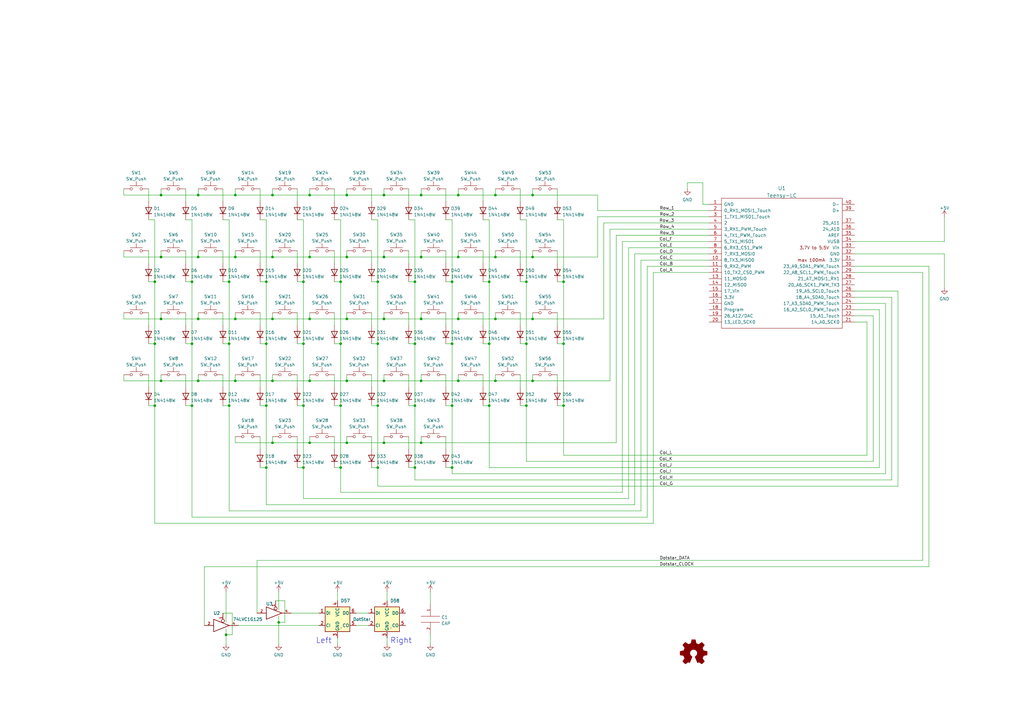
<source format=kicad_sch>
(kicad_sch (version 20211123) (generator eeschema)

  (uuid 1e61231f-0c0e-48bd-beef-c9849ffdfb3d)

  (paper "A3")

  (title_block
    (title "CMDR Mainboard")
    (date "2020-02-04")
    (rev "01")
    (company "CMtec")
  )

  (lib_symbols
    (symbol "74xGxx:74LVC1G125" (pin_names (offset 1.016)) (in_bom yes) (on_board yes)
      (property "Reference" "U" (id 0) (at -2.54 3.81 0)
        (effects (font (size 1.27 1.27)))
      )
      (property "Value" "74LVC1G125" (id 1) (at 0 -3.81 0)
        (effects (font (size 1.27 1.27)))
      )
      (property "Footprint" "" (id 2) (at 0 0 0)
        (effects (font (size 1.27 1.27)) hide)
      )
      (property "Datasheet" "http://www.ti.com/lit/sg/scyt129e/scyt129e.pdf" (id 3) (at 0 0 0)
        (effects (font (size 1.27 1.27)) hide)
      )
      (property "ki_keywords" "Single Gate Buff Tri-State LVC CMOS" (id 4) (at 0 0 0)
        (effects (font (size 1.27 1.27)) hide)
      )
      (property "ki_description" "Single Buffer Gate Tri-State, Low-Voltage CMOS" (id 5) (at 0 0 0)
        (effects (font (size 1.27 1.27)) hide)
      )
      (property "ki_fp_filters" "SOT* SG-*" (id 6) (at 0 0 0)
        (effects (font (size 1.27 1.27)) hide)
      )
      (symbol "74LVC1G125_0_1"
        (polyline
          (pts
            (xy -3.81 2.54)
            (xy -3.81 -2.54)
            (xy 2.54 0)
            (xy -3.81 2.54)
          )
          (stroke (width 0.254) (type default) (color 0 0 0 0))
          (fill (type none))
        )
      )
      (symbol "74LVC1G125_1_1"
        (pin input inverted (at 0 5.08 270) (length 3.81)
          (name "~" (effects (font (size 1.016 1.016))))
          (number "1" (effects (font (size 1.016 1.016))))
        )
        (pin input line (at -7.62 0 0) (length 3.81)
          (name "~" (effects (font (size 1.016 1.016))))
          (number "2" (effects (font (size 1.016 1.016))))
        )
        (pin power_in line (at 1.27 -1.27 270) (length 0) hide
          (name "GND" (effects (font (size 1.016 1.016))))
          (number "3" (effects (font (size 1.016 1.016))))
        )
        (pin tri_state line (at 6.35 0 180) (length 3.81)
          (name "~" (effects (font (size 1.016 1.016))))
          (number "4" (effects (font (size 1.016 1.016))))
        )
        (pin power_in line (at 1.27 1.27 90) (length 0) hide
          (name "VCC" (effects (font (size 1.016 1.016))))
          (number "5" (effects (font (size 1.016 1.016))))
        )
      )
    )
    (symbol "Diode:1N4148W" (pin_numbers hide) (pin_names (offset 1.016) hide) (in_bom yes) (on_board yes)
      (property "Reference" "D" (id 0) (at 0 2.54 0)
        (effects (font (size 1.27 1.27)))
      )
      (property "Value" "1N4148W" (id 1) (at 0 -2.54 0)
        (effects (font (size 1.27 1.27)))
      )
      (property "Footprint" "Diode_SMD:D_SOD-123" (id 2) (at 0 -4.445 0)
        (effects (font (size 1.27 1.27)) hide)
      )
      (property "Datasheet" "https://www.vishay.com/docs/85748/1n4148w.pdf" (id 3) (at 0 0 0)
        (effects (font (size 1.27 1.27)) hide)
      )
      (property "ki_keywords" "diode" (id 4) (at 0 0 0)
        (effects (font (size 1.27 1.27)) hide)
      )
      (property "ki_description" "75V 0.15A Fast Switching Diode, SOD-123" (id 5) (at 0 0 0)
        (effects (font (size 1.27 1.27)) hide)
      )
      (property "ki_fp_filters" "D*SOD?123*" (id 6) (at 0 0 0)
        (effects (font (size 1.27 1.27)) hide)
      )
      (symbol "1N4148W_0_1"
        (polyline
          (pts
            (xy -1.27 1.27)
            (xy -1.27 -1.27)
          )
          (stroke (width 0.254) (type default) (color 0 0 0 0))
          (fill (type none))
        )
        (polyline
          (pts
            (xy 1.27 0)
            (xy -1.27 0)
          )
          (stroke (width 0) (type default) (color 0 0 0 0))
          (fill (type none))
        )
        (polyline
          (pts
            (xy 1.27 1.27)
            (xy 1.27 -1.27)
            (xy -1.27 0)
            (xy 1.27 1.27)
          )
          (stroke (width 0.254) (type default) (color 0 0 0 0))
          (fill (type none))
        )
      )
      (symbol "1N4148W_1_1"
        (pin passive line (at -3.81 0 0) (length 2.54)
          (name "K" (effects (font (size 1.27 1.27))))
          (number "1" (effects (font (size 1.27 1.27))))
        )
        (pin passive line (at 3.81 0 180) (length 2.54)
          (name "A" (effects (font (size 1.27 1.27))))
          (number "2" (effects (font (size 1.27 1.27))))
        )
      )
    )
    (symbol "Graphic:Logo_Open_Hardware_Small" (pin_names (offset 1.016)) (in_bom yes) (on_board yes)
      (property "Reference" "#LOGO" (id 0) (at 0 6.985 0)
        (effects (font (size 1.27 1.27)) hide)
      )
      (property "Value" "Logo_Open_Hardware_Small" (id 1) (at 0 -5.715 0)
        (effects (font (size 1.27 1.27)) hide)
      )
      (property "Footprint" "" (id 2) (at 0 0 0)
        (effects (font (size 1.27 1.27)) hide)
      )
      (property "Datasheet" "~" (id 3) (at 0 0 0)
        (effects (font (size 1.27 1.27)) hide)
      )
      (property "ki_keywords" "Logo" (id 4) (at 0 0 0)
        (effects (font (size 1.27 1.27)) hide)
      )
      (property "ki_description" "Open Hardware logo, small" (id 5) (at 0 0 0)
        (effects (font (size 1.27 1.27)) hide)
      )
      (symbol "Logo_Open_Hardware_Small_0_1"
        (polyline
          (pts
            (xy 3.3528 -4.3434)
            (xy 3.302 -4.318)
            (xy 3.175 -4.2418)
            (xy 2.9972 -4.1148)
            (xy 2.7686 -3.9624)
            (xy 2.54 -3.81)
            (xy 2.3622 -3.7084)
            (xy 2.2352 -3.6068)
            (xy 2.1844 -3.5814)
            (xy 2.159 -3.6068)
            (xy 2.0574 -3.6576)
            (xy 1.905 -3.7338)
            (xy 1.8034 -3.7846)
            (xy 1.6764 -3.8354)
            (xy 1.6002 -3.8354)
            (xy 1.6002 -3.8354)
            (xy 1.5494 -3.7338)
            (xy 1.4732 -3.5306)
            (xy 1.3462 -3.302)
            (xy 1.2446 -3.0226)
            (xy 1.1176 -2.7178)
            (xy 0.9652 -2.413)
            (xy 0.8636 -2.1082)
            (xy 0.7366 -1.8288)
            (xy 0.6604 -1.6256)
            (xy 0.6096 -1.4732)
            (xy 0.5842 -1.397)
            (xy 0.5842 -1.397)
            (xy 0.6604 -1.3208)
            (xy 0.7874 -1.2446)
            (xy 1.0414 -1.016)
            (xy 1.2954 -0.6858)
            (xy 1.4478 -0.3302)
            (xy 1.524 0.0762)
            (xy 1.4732 0.4572)
            (xy 1.3208 0.8128)
            (xy 1.0668 1.143)
            (xy 0.762 1.3716)
            (xy 0.4064 1.524)
            (xy 0 1.5748)
            (xy -0.381 1.5494)
            (xy -0.7366 1.397)
            (xy -1.0668 1.143)
            (xy -1.2192 0.9906)
            (xy -1.397 0.6604)
            (xy -1.524 0.3048)
            (xy -1.524 0.2286)
            (xy -1.4986 -0.1778)
            (xy -1.397 -0.5334)
            (xy -1.1938 -0.8636)
            (xy -0.9144 -1.143)
            (xy -0.8636 -1.1684)
            (xy -0.7366 -1.27)
            (xy -0.635 -1.3462)
            (xy -0.5842 -1.397)
            (xy -1.0668 -2.5908)
            (xy -1.143 -2.794)
            (xy -1.2954 -3.1242)
            (xy -1.397 -3.4036)
            (xy -1.4986 -3.6322)
            (xy -1.5748 -3.7846)
            (xy -1.6002 -3.8354)
            (xy -1.6002 -3.8354)
            (xy -1.651 -3.8354)
            (xy -1.7272 -3.81)
            (xy -1.905 -3.7338)
            (xy -2.0066 -3.683)
            (xy -2.1336 -3.6068)
            (xy -2.2098 -3.5814)
            (xy -2.2606 -3.6068)
            (xy -2.3622 -3.683)
            (xy -2.54 -3.81)
            (xy -2.7686 -3.9624)
            (xy -2.9718 -4.0894)
            (xy -3.1496 -4.2164)
            (xy -3.302 -4.318)
            (xy -3.3528 -4.3434)
            (xy -3.3782 -4.3434)
            (xy -3.429 -4.318)
            (xy -3.5306 -4.2164)
            (xy -3.7084 -4.064)
            (xy -3.937 -3.8354)
            (xy -3.9624 -3.81)
            (xy -4.1656 -3.6068)
            (xy -4.318 -3.4544)
            (xy -4.4196 -3.3274)
            (xy -4.445 -3.2766)
            (xy -4.445 -3.2766)
            (xy -4.4196 -3.2258)
            (xy -4.318 -3.0734)
            (xy -4.2164 -2.8956)
            (xy -4.064 -2.667)
            (xy -3.6576 -2.0828)
            (xy -3.8862 -1.5494)
            (xy -3.937 -1.3716)
            (xy -4.0386 -1.1684)
            (xy -4.0894 -1.0414)
            (xy -4.1148 -0.9652)
            (xy -4.191 -0.9398)
            (xy -4.318 -0.9144)
            (xy -4.5466 -0.8636)
            (xy -4.8006 -0.8128)
            (xy -5.0546 -0.7874)
            (xy -5.2578 -0.7366)
            (xy -5.4356 -0.7112)
            (xy -5.5118 -0.6858)
            (xy -5.5118 -0.6858)
            (xy -5.5372 -0.635)
            (xy -5.5372 -0.5588)
            (xy -5.5372 -0.4318)
            (xy -5.5626 -0.2286)
            (xy -5.5626 0.0762)
            (xy -5.5626 0.127)
            (xy -5.5372 0.4064)
            (xy -5.5372 0.635)
            (xy -5.5372 0.762)
            (xy -5.5372 0.8382)
            (xy -5.5372 0.8382)
            (xy -5.461 0.8382)
            (xy -5.3086 0.889)
            (xy -5.08 0.9144)
            (xy -4.826 0.9652)
            (xy -4.8006 0.9906)
            (xy -4.5466 1.0414)
            (xy -4.318 1.0668)
            (xy -4.1656 1.1176)
            (xy -4.0894 1.143)
            (xy -4.0894 1.143)
            (xy -4.0386 1.2446)
            (xy -3.9624 1.4224)
            (xy -3.8608 1.6256)
            (xy -3.7846 1.8288)
            (xy -3.7084 2.0066)
            (xy -3.6576 2.159)
            (xy -3.6322 2.2098)
            (xy -3.6322 2.2098)
            (xy -3.683 2.286)
            (xy -3.7592 2.413)
            (xy -3.8862 2.5908)
            (xy -4.064 2.8194)
            (xy -4.064 2.8448)
            (xy -4.2164 3.0734)
            (xy -4.3434 3.2512)
            (xy -4.4196 3.3782)
            (xy -4.445 3.4544)
            (xy -4.445 3.4544)
            (xy -4.3942 3.5052)
            (xy -4.2926 3.6322)
            (xy -4.1148 3.81)
            (xy -3.937 4.0132)
            (xy -3.8608 4.064)
            (xy -3.6576 4.2926)
            (xy -3.5052 4.4196)
            (xy -3.4036 4.4958)
            (xy -3.3528 4.5212)
            (xy -3.3528 4.5212)
            (xy -3.302 4.4704)
            (xy -3.1496 4.3688)
            (xy -2.9718 4.2418)
            (xy -2.7432 4.0894)
            (xy -2.7178 4.0894)
            (xy -2.4892 3.937)
            (xy -2.3114 3.81)
            (xy -2.1844 3.7084)
            (xy -2.1336 3.683)
            (xy -2.1082 3.683)
            (xy -2.032 3.7084)
            (xy -1.8542 3.7592)
            (xy -1.6764 3.8354)
            (xy -1.4732 3.937)
            (xy -1.27 4.0132)
            (xy -1.143 4.064)
            (xy -1.0668 4.1148)
            (xy -1.0668 4.1148)
            (xy -1.0414 4.191)
            (xy -1.016 4.3434)
            (xy -0.9652 4.572)
            (xy -0.9144 4.8514)
            (xy -0.889 4.9022)
            (xy -0.8382 5.1562)
            (xy -0.8128 5.3848)
            (xy -0.7874 5.5372)
            (xy -0.762 5.588)
            (xy -0.7112 5.6134)
            (xy -0.5842 5.6134)
            (xy -0.4064 5.6134)
            (xy -0.1524 5.6134)
            (xy 0.0762 5.6134)
            (xy 0.3302 5.6134)
            (xy 0.5334 5.6134)
            (xy 0.6858 5.588)
            (xy 0.7366 5.588)
            (xy 0.7366 5.588)
            (xy 0.762 5.5118)
            (xy 0.8128 5.334)
            (xy 0.8382 5.1054)
            (xy 0.9144 4.826)
            (xy 0.9144 4.7752)
            (xy 0.9652 4.5212)
            (xy 1.016 4.2926)
            (xy 1.0414 4.1402)
            (xy 1.0668 4.0894)
            (xy 1.0668 4.0894)
            (xy 1.1938 4.0386)
            (xy 1.3716 3.9624)
            (xy 1.5748 3.8608)
            (xy 2.0828 3.6576)
            (xy 2.7178 4.0894)
            (xy 2.7686 4.1402)
            (xy 2.9972 4.2926)
            (xy 3.175 4.4196)
            (xy 3.302 4.4958)
            (xy 3.3782 4.5212)
            (xy 3.3782 4.5212)
            (xy 3.429 4.4704)
            (xy 3.556 4.3434)
            (xy 3.7338 4.191)
            (xy 3.9116 3.9878)
            (xy 4.064 3.8354)
            (xy 4.2418 3.6576)
            (xy 4.3434 3.556)
            (xy 4.4196 3.4798)
            (xy 4.4196 3.429)
            (xy 4.4196 3.4036)
            (xy 4.3942 3.3274)
            (xy 4.2926 3.2004)
            (xy 4.1656 2.9972)
            (xy 4.0132 2.794)
            (xy 3.8862 2.5908)
            (xy 3.7592 2.3876)
            (xy 3.6576 2.2352)
            (xy 3.6322 2.159)
            (xy 3.6322 2.1336)
            (xy 3.683 2.0066)
            (xy 3.7592 1.8288)
            (xy 3.8608 1.6002)
            (xy 4.064 1.1176)
            (xy 4.3942 1.0414)
            (xy 4.5974 1.016)
            (xy 4.8768 0.9652)
            (xy 5.1308 0.9144)
            (xy 5.5372 0.8382)
            (xy 5.5626 -0.6604)
            (xy 5.4864 -0.6858)
            (xy 5.4356 -0.6858)
            (xy 5.2832 -0.7366)
            (xy 5.0546 -0.762)
            (xy 4.8006 -0.8128)
            (xy 4.5974 -0.8636)
            (xy 4.3688 -0.9144)
            (xy 4.2164 -0.9398)
            (xy 4.1402 -0.9398)
            (xy 4.1148 -0.9652)
            (xy 4.064 -1.0668)
            (xy 3.9878 -1.2446)
            (xy 3.9116 -1.4478)
            (xy 3.81 -1.651)
            (xy 3.7338 -1.8542)
            (xy 3.683 -2.0066)
            (xy 3.6576 -2.0828)
            (xy 3.683 -2.1336)
            (xy 3.7846 -2.2606)
            (xy 3.8862 -2.4638)
            (xy 4.0386 -2.667)
            (xy 4.191 -2.8956)
            (xy 4.318 -3.0734)
            (xy 4.3942 -3.2004)
            (xy 4.445 -3.2766)
            (xy 4.4196 -3.3274)
            (xy 4.3434 -3.429)
            (xy 4.1656 -3.5814)
            (xy 3.937 -3.8354)
            (xy 3.8862 -3.8608)
            (xy 3.683 -4.064)
            (xy 3.5306 -4.2164)
            (xy 3.4036 -4.318)
            (xy 3.3528 -4.3434)
          )
          (stroke (width 0) (type default) (color 0 0 0 0))
          (fill (type outline))
        )
      )
    )
    (symbol "Switch:SW_Push" (pin_numbers hide) (pin_names (offset 1.016) hide) (in_bom yes) (on_board yes)
      (property "Reference" "SW" (id 0) (at 1.27 2.54 0)
        (effects (font (size 1.27 1.27)) (justify left))
      )
      (property "Value" "SW_Push" (id 1) (at 0 -1.524 0)
        (effects (font (size 1.27 1.27)))
      )
      (property "Footprint" "" (id 2) (at 0 5.08 0)
        (effects (font (size 1.27 1.27)) hide)
      )
      (property "Datasheet" "~" (id 3) (at 0 5.08 0)
        (effects (font (size 1.27 1.27)) hide)
      )
      (property "ki_keywords" "switch normally-open pushbutton push-button" (id 4) (at 0 0 0)
        (effects (font (size 1.27 1.27)) hide)
      )
      (property "ki_description" "Push button switch, generic, two pins" (id 5) (at 0 0 0)
        (effects (font (size 1.27 1.27)) hide)
      )
      (symbol "SW_Push_0_1"
        (circle (center -2.032 0) (radius 0.508)
          (stroke (width 0) (type default) (color 0 0 0 0))
          (fill (type none))
        )
        (polyline
          (pts
            (xy 0 1.27)
            (xy 0 3.048)
          )
          (stroke (width 0) (type default) (color 0 0 0 0))
          (fill (type none))
        )
        (polyline
          (pts
            (xy 2.54 1.27)
            (xy -2.54 1.27)
          )
          (stroke (width 0) (type default) (color 0 0 0 0))
          (fill (type none))
        )
        (circle (center 2.032 0) (radius 0.508)
          (stroke (width 0) (type default) (color 0 0 0 0))
          (fill (type none))
        )
        (pin passive line (at -5.08 0 0) (length 2.54)
          (name "1" (effects (font (size 1.27 1.27))))
          (number "1" (effects (font (size 1.27 1.27))))
        )
        (pin passive line (at 5.08 0 180) (length 2.54)
          (name "2" (effects (font (size 1.27 1.27))))
          (number "2" (effects (font (size 1.27 1.27))))
        )
      )
    )
    (symbol "dotstar:DotStar-cmdr_mainboard" (pin_names (offset 0.254)) (in_bom yes) (on_board yes)
      (property "Reference" "D" (id 0) (at 5.08 5.715 0)
        (effects (font (size 1.27 1.27)) (justify right bottom))
      )
      (property "Value" "DotStar-cmdr_mainboard" (id 1) (at 1.27 -5.715 0)
        (effects (font (size 1.27 1.27)) (justify left top))
      )
      (property "Footprint" "" (id 2) (at 1.27 -7.62 0)
        (effects (font (size 1.27 1.27)) (justify left top) hide)
      )
      (property "Datasheet" "" (id 3) (at 2.54 -9.525 0)
        (effects (font (size 1.27 1.27)) (justify left top) hide)
      )
      (property "ki_fp_filters" "LED*D5.0mm* LED*D8.0mm*" (id 4) (at 0 0 0)
        (effects (font (size 1.27 1.27)) hide)
      )
      (symbol "DotStar-cmdr_mainboard_0_1"
        (polyline
          (pts
            (xy 1.27 -3.556)
            (xy 1.778 -3.556)
          )
          (stroke (width 0) (type default) (color 0 0 0 0))
          (fill (type none))
        )
        (rectangle (start 5.08 5.08) (end -5.08 -5.08)
          (stroke (width 0.254) (type default) (color 0 0 0 0))
          (fill (type background))
        )
      )
      (symbol "DotStar-cmdr_mainboard_1_1"
        (pin input line (at -7.62 2.54 0) (length 2.54)
          (name "DI" (effects (font (size 1.27 1.27))))
          (number "1" (effects (font (size 1.27 1.27))))
        )
        (pin input line (at -7.62 -2.54 0) (length 2.54)
          (name "CI" (effects (font (size 1.27 1.27))))
          (number "2" (effects (font (size 1.27 1.27))))
        )
        (pin power_in line (at 0 -7.62 90) (length 2.54)
          (name "GND" (effects (font (size 1.27 1.27))))
          (number "3" (effects (font (size 1.27 1.27))))
        )
        (pin power_in line (at 0 7.62 270) (length 2.54)
          (name "VCC" (effects (font (size 1.27 1.27))))
          (number "4" (effects (font (size 1.27 1.27))))
        )
        (pin output line (at 7.62 -2.54 180) (length 2.54)
          (name "CO" (effects (font (size 1.27 1.27))))
          (number "5" (effects (font (size 1.27 1.27))))
        )
        (pin output line (at 7.62 2.54 180) (length 2.54)
          (name "DO" (effects (font (size 1.27 1.27))))
          (number "6" (effects (font (size 1.27 1.27))))
        )
      )
    )
    (symbol "power:+5V" (power) (pin_names (offset 0)) (in_bom yes) (on_board yes)
      (property "Reference" "#PWR" (id 0) (at 0 -3.81 0)
        (effects (font (size 1.27 1.27)) hide)
      )
      (property "Value" "+5V" (id 1) (at 0 3.556 0)
        (effects (font (size 1.27 1.27)))
      )
      (property "Footprint" "" (id 2) (at 0 0 0)
        (effects (font (size 1.27 1.27)) hide)
      )
      (property "Datasheet" "" (id 3) (at 0 0 0)
        (effects (font (size 1.27 1.27)) hide)
      )
      (property "ki_keywords" "power-flag" (id 4) (at 0 0 0)
        (effects (font (size 1.27 1.27)) hide)
      )
      (property "ki_description" "Power symbol creates a global label with name \"+5V\"" (id 5) (at 0 0 0)
        (effects (font (size 1.27 1.27)) hide)
      )
      (symbol "+5V_0_1"
        (polyline
          (pts
            (xy -0.762 1.27)
            (xy 0 2.54)
          )
          (stroke (width 0) (type default) (color 0 0 0 0))
          (fill (type none))
        )
        (polyline
          (pts
            (xy 0 0)
            (xy 0 2.54)
          )
          (stroke (width 0) (type default) (color 0 0 0 0))
          (fill (type none))
        )
        (polyline
          (pts
            (xy 0 2.54)
            (xy 0.762 1.27)
          )
          (stroke (width 0) (type default) (color 0 0 0 0))
          (fill (type none))
        )
      )
      (symbol "+5V_1_1"
        (pin power_in line (at 0 0 90) (length 0) hide
          (name "+5V" (effects (font (size 1.27 1.27))))
          (number "1" (effects (font (size 1.27 1.27))))
        )
      )
    )
    (symbol "power:GND" (power) (pin_names (offset 0)) (in_bom yes) (on_board yes)
      (property "Reference" "#PWR" (id 0) (at 0 -6.35 0)
        (effects (font (size 1.27 1.27)) hide)
      )
      (property "Value" "GND" (id 1) (at 0 -3.81 0)
        (effects (font (size 1.27 1.27)))
      )
      (property "Footprint" "" (id 2) (at 0 0 0)
        (effects (font (size 1.27 1.27)) hide)
      )
      (property "Datasheet" "" (id 3) (at 0 0 0)
        (effects (font (size 1.27 1.27)) hide)
      )
      (property "ki_keywords" "power-flag" (id 4) (at 0 0 0)
        (effects (font (size 1.27 1.27)) hide)
      )
      (property "ki_description" "Power symbol creates a global label with name \"GND\" , ground" (id 5) (at 0 0 0)
        (effects (font (size 1.27 1.27)) hide)
      )
      (symbol "GND_0_1"
        (polyline
          (pts
            (xy 0 0)
            (xy 0 -1.27)
            (xy 1.27 -1.27)
            (xy 0 -2.54)
            (xy -1.27 -1.27)
            (xy 0 -1.27)
          )
          (stroke (width 0) (type default) (color 0 0 0 0))
          (fill (type none))
        )
      )
      (symbol "GND_1_1"
        (pin power_in line (at 0 0 270) (length 0) hide
          (name "GND" (effects (font (size 1.27 1.27))))
          (number "1" (effects (font (size 1.27 1.27))))
        )
      )
    )
    (symbol "pspice:CAP" (pin_names (offset 0.254)) (in_bom yes) (on_board yes)
      (property "Reference" "C" (id 0) (at 2.54 3.81 90)
        (effects (font (size 1.27 1.27)))
      )
      (property "Value" "CAP" (id 1) (at 2.54 -3.81 90)
        (effects (font (size 1.27 1.27)))
      )
      (property "Footprint" "" (id 2) (at 0 0 0)
        (effects (font (size 1.27 1.27)) hide)
      )
      (property "Datasheet" "~" (id 3) (at 0 0 0)
        (effects (font (size 1.27 1.27)) hide)
      )
      (property "ki_keywords" "simulation" (id 4) (at 0 0 0)
        (effects (font (size 1.27 1.27)) hide)
      )
      (property "ki_description" "Capacitor symbol for simulation only" (id 5) (at 0 0 0)
        (effects (font (size 1.27 1.27)) hide)
      )
      (symbol "CAP_0_1"
        (polyline
          (pts
            (xy -3.81 -1.27)
            (xy 3.81 -1.27)
          )
          (stroke (width 0) (type default) (color 0 0 0 0))
          (fill (type none))
        )
        (polyline
          (pts
            (xy -3.81 1.27)
            (xy 3.81 1.27)
          )
          (stroke (width 0) (type default) (color 0 0 0 0))
          (fill (type none))
        )
      )
      (symbol "CAP_1_1"
        (pin passive line (at 0 6.35 270) (length 5.08)
          (name "~" (effects (font (size 1.016 1.016))))
          (number "1" (effects (font (size 1.016 1.016))))
        )
        (pin passive line (at 0 -6.35 90) (length 5.08)
          (name "~" (effects (font (size 1.016 1.016))))
          (number "2" (effects (font (size 1.016 1.016))))
        )
      )
    )
    (symbol "teensy:Teensy-LC" (pin_names (offset 1.016)) (in_bom yes) (on_board yes)
      (property "Reference" "U" (id 0) (at 0 29.21 0)
        (effects (font (size 1.524 1.524)))
      )
      (property "Value" "Teensy-LC" (id 1) (at 0 -29.21 0)
        (effects (font (size 1.524 1.524)))
      )
      (property "Footprint" "" (id 2) (at 0 -13.97 0)
        (effects (font (size 1.524 1.524)))
      )
      (property "Datasheet" "" (id 3) (at 0 -13.97 0)
        (effects (font (size 1.524 1.524)))
      )
      (symbol "Teensy-LC_0_0"
        (text "3.7V to 5.5V" (at 13.97 6.35 0)
          (effects (font (size 1.27 1.27)))
        )
        (text "max 100mA" (at 12.7 1.27 0)
          (effects (font (size 1.27 1.27)))
        )
      )
      (symbol "Teensy-LC_0_1"
        (rectangle (start -24.13 26.67) (end 25.4 -26.67)
          (stroke (width 0) (type default) (color 0 0 0 0))
          (fill (type none))
        )
      )
      (symbol "Teensy-LC_1_1"
        (pin power_in line (at -29.21 24.13 0) (length 5.08)
          (name "GND" (effects (font (size 1.27 1.27))))
          (number "1" (effects (font (size 1.27 1.27))))
        )
        (pin bidirectional line (at -29.21 1.27 0) (length 5.08)
          (name "8_TX3_MISO0" (effects (font (size 1.27 1.27))))
          (number "10" (effects (font (size 1.27 1.27))))
        )
        (pin bidirectional line (at -29.21 -1.27 0) (length 5.08)
          (name "9_RX2_PWM" (effects (font (size 1.27 1.27))))
          (number "11" (effects (font (size 1.27 1.27))))
        )
        (pin bidirectional line (at -29.21 -3.81 0) (length 5.08)
          (name "10_TX2_CS0_PWM" (effects (font (size 1.27 1.27))))
          (number "12" (effects (font (size 1.27 1.27))))
        )
        (pin bidirectional line (at -29.21 -6.35 0) (length 5.08)
          (name "11_MOSI0" (effects (font (size 1.27 1.27))))
          (number "13" (effects (font (size 1.27 1.27))))
        )
        (pin bidirectional line (at -29.21 -8.89 0) (length 5.08)
          (name "12_MISO0" (effects (font (size 1.27 1.27))))
          (number "14" (effects (font (size 1.27 1.27))))
        )
        (pin output line (at -29.21 -11.43 0) (length 5.08)
          (name "17_Vin" (effects (font (size 1.27 1.27))))
          (number "15" (effects (font (size 1.27 1.27))))
        )
        (pin power_in line (at -29.21 -13.97 0) (length 5.08)
          (name "3.3V" (effects (font (size 1.27 1.27))))
          (number "16" (effects (font (size 1.27 1.27))))
        )
        (pin power_in line (at -29.21 -16.51 0) (length 5.08)
          (name "GND" (effects (font (size 1.27 1.27))))
          (number "17" (effects (font (size 1.27 1.27))))
        )
        (pin input line (at -29.21 -19.05 0) (length 5.08)
          (name "Program" (effects (font (size 1.27 1.27))))
          (number "18" (effects (font (size 1.27 1.27))))
        )
        (pin bidirectional line (at -29.21 -21.59 0) (length 5.08)
          (name "26_A12/DAC" (effects (font (size 1.27 1.27))))
          (number "19" (effects (font (size 1.27 1.27))))
        )
        (pin bidirectional line (at -29.21 21.59 0) (length 5.08)
          (name "0_RX1_MOSI1_Touch" (effects (font (size 1.27 1.27))))
          (number "2" (effects (font (size 1.27 1.27))))
        )
        (pin bidirectional line (at -29.21 -24.13 0) (length 5.08)
          (name "13_LED_SCK0" (effects (font (size 1.27 1.27))))
          (number "20" (effects (font (size 1.27 1.27))))
        )
        (pin bidirectional line (at 30.48 -24.13 180) (length 5.08)
          (name "14_A0_SCK0" (effects (font (size 1.27 1.27))))
          (number "21" (effects (font (size 1.27 1.27))))
        )
        (pin bidirectional line (at 30.48 -21.59 180) (length 5.08)
          (name "15_A1_Touch" (effects (font (size 1.27 1.27))))
          (number "22" (effects (font (size 1.27 1.27))))
        )
        (pin bidirectional line (at 30.48 -19.05 180) (length 5.08)
          (name "16_A2_SCL0_PWM_Touch" (effects (font (size 1.27 1.27))))
          (number "23" (effects (font (size 1.27 1.27))))
        )
        (pin bidirectional line (at 30.48 -16.51 180) (length 5.08)
          (name "17_A3_SDA0_PWM_Touch" (effects (font (size 1.27 1.27))))
          (number "24" (effects (font (size 1.27 1.27))))
        )
        (pin bidirectional line (at 30.48 -13.97 180) (length 5.08)
          (name "18_A4_SDA0_Touch" (effects (font (size 1.27 1.27))))
          (number "25" (effects (font (size 1.27 1.27))))
        )
        (pin bidirectional line (at 30.48 -11.43 180) (length 5.08)
          (name "19_A5_SCL0_Touch" (effects (font (size 1.27 1.27))))
          (number "26" (effects (font (size 1.27 1.27))))
        )
        (pin bidirectional line (at 30.48 -8.89 180) (length 5.08)
          (name "20_A6_SCK1_PWM_TX3" (effects (font (size 1.27 1.27))))
          (number "27" (effects (font (size 1.27 1.27))))
        )
        (pin bidirectional line (at 30.48 -6.35 180) (length 5.08)
          (name "21_A7_MOSI1_RX1" (effects (font (size 1.27 1.27))))
          (number "28" (effects (font (size 1.27 1.27))))
        )
        (pin bidirectional line (at 30.48 -3.81 180) (length 5.08)
          (name "22_A8_SCL1_PWM_Touch" (effects (font (size 1.27 1.27))))
          (number "29" (effects (font (size 1.27 1.27))))
        )
        (pin bidirectional line (at -29.21 19.05 0) (length 5.08)
          (name "1_TX1_MISO1_Touch" (effects (font (size 1.27 1.27))))
          (number "3" (effects (font (size 1.27 1.27))))
        )
        (pin bidirectional line (at 30.48 -1.27 180) (length 5.08)
          (name "23_A9_SDA1_PWM_Touch" (effects (font (size 1.27 1.27))))
          (number "30" (effects (font (size 1.27 1.27))))
        )
        (pin power_out line (at 30.48 1.27 180) (length 5.08)
          (name "3.3V" (effects (font (size 1.27 1.27))))
          (number "31" (effects (font (size 1.27 1.27))))
        )
        (pin power_in line (at 30.48 3.81 180) (length 5.08)
          (name "GND" (effects (font (size 1.27 1.27))))
          (number "32" (effects (font (size 1.27 1.27))))
        )
        (pin power_in line (at 30.48 6.35 180) (length 5.08)
          (name "Vin" (effects (font (size 1.27 1.27))))
          (number "33" (effects (font (size 1.27 1.27))))
        )
        (pin power_in line (at 30.48 8.89 180) (length 5.08)
          (name "VUSB" (effects (font (size 1.27 1.27))))
          (number "34" (effects (font (size 1.27 1.27))))
        )
        (pin input line (at 30.48 11.43 180) (length 5.08)
          (name "AREF" (effects (font (size 1.27 1.27))))
          (number "35" (effects (font (size 1.27 1.27))))
        )
        (pin bidirectional line (at 30.48 13.97 180) (length 5.08)
          (name "24_A10" (effects (font (size 1.27 1.27))))
          (number "36" (effects (font (size 1.27 1.27))))
        )
        (pin bidirectional line (at 30.48 16.51 180) (length 5.08)
          (name "25_A11" (effects (font (size 1.27 1.27))))
          (number "37" (effects (font (size 1.27 1.27))))
        )
        (pin bidirectional line (at 30.48 21.59 180) (length 5.08)
          (name "D+" (effects (font (size 1.27 1.27))))
          (number "39" (effects (font (size 1.27 1.27))))
        )
        (pin bidirectional line (at -29.21 16.51 0) (length 5.08)
          (name "2" (effects (font (size 1.27 1.27))))
          (number "4" (effects (font (size 1.27 1.27))))
        )
        (pin bidirectional line (at 30.48 24.13 180) (length 5.08)
          (name "D-" (effects (font (size 1.27 1.27))))
          (number "40" (effects (font (size 1.27 1.27))))
        )
        (pin bidirectional line (at -29.21 13.97 0) (length 5.08)
          (name "3_RX1_PWM_Touch" (effects (font (size 1.27 1.27))))
          (number "5" (effects (font (size 1.27 1.27))))
        )
        (pin bidirectional line (at -29.21 11.43 0) (length 5.08)
          (name "4_TX1_PWM_Touch" (effects (font (size 1.27 1.27))))
          (number "6" (effects (font (size 1.27 1.27))))
        )
        (pin bidirectional line (at -29.21 8.89 0) (length 5.08)
          (name "5_TX1_MISO1" (effects (font (size 1.27 1.27))))
          (number "7" (effects (font (size 1.27 1.27))))
        )
        (pin bidirectional line (at -29.21 6.35 0) (length 5.08)
          (name "6_RX3_CS1_PWM" (effects (font (size 1.27 1.27))))
          (number "8" (effects (font (size 1.27 1.27))))
        )
        (pin bidirectional line (at -29.21 3.81 0) (length 5.08)
          (name "7_RX3_MOSI0" (effects (font (size 1.27 1.27))))
          (number "9" (effects (font (size 1.27 1.27))))
        )
      )
    )
  )

  (junction (at 142.24 105.41) (diameter 0) (color 0 0 0 0)
    (uuid 0097fe19-d6af-4ba2-a7a1-6cd9433f8e79)
  )
  (junction (at 170.18 140.97) (diameter 0) (color 0 0 0 0)
    (uuid 0436f22d-cebe-4d0e-a69c-7ad4e1a3deaf)
  )
  (junction (at 154.94 191.77) (diameter 0) (color 0 0 0 0)
    (uuid 053a901d-ac9f-41a8-a379-894762b7e033)
  )
  (junction (at 139.7 166.37) (diameter 0) (color 0 0 0 0)
    (uuid 05afd369-68f8-45d3-93da-113f49f6eaaf)
  )
  (junction (at 127 130.81) (diameter 0) (color 0 0 0 0)
    (uuid 05eb92b7-7a25-43a3-8990-54fd6af3e9ff)
  )
  (junction (at 81.28 130.81) (diameter 0) (color 0 0 0 0)
    (uuid 07c76ce7-b77d-4475-900a-c72e898c11fe)
  )
  (junction (at 66.04 80.01) (diameter 0) (color 0 0 0 0)
    (uuid 088beff8-4eb1-4939-8372-14e996c7f1be)
  )
  (junction (at 157.48 80.01) (diameter 0) (color 0 0 0 0)
    (uuid 0cb988db-bd02-4c84-8015-0f90d90ffd28)
  )
  (junction (at 81.28 105.41) (diameter 0) (color 0 0 0 0)
    (uuid 0cc5ca91-703e-454b-9ccf-ba64ea26d707)
  )
  (junction (at 96.52 156.21) (diameter 0) (color 0 0 0 0)
    (uuid 0cd63bcd-bd84-42f4-b4b5-2b5926072555)
  )
  (junction (at 231.14 166.37) (diameter 0) (color 0 0 0 0)
    (uuid 0e477dda-f8db-4a52-aaf4-5e05de317476)
  )
  (junction (at 93.98 166.37) (diameter 0) (color 0 0 0 0)
    (uuid 0efe99c7-ac35-4ead-8d1b-ecfe9eeebc54)
  )
  (junction (at 139.7 140.97) (diameter 0) (color 0 0 0 0)
    (uuid 1cc60b50-c0ad-4eb3-8bbc-dcf28dfd5a28)
  )
  (junction (at 109.22 140.97) (diameter 0) (color 0 0 0 0)
    (uuid 1fae3526-efdd-42b5-ac14-2fe68ef81ad2)
  )
  (junction (at 96.52 105.41) (diameter 0) (color 0 0 0 0)
    (uuid 22a68eed-aba7-46cc-b56f-3b75866a45f5)
  )
  (junction (at 203.2 156.21) (diameter 0) (color 0 0 0 0)
    (uuid 24562532-3004-438d-a425-6d38488a2954)
  )
  (junction (at 127 156.21) (diameter 0) (color 0 0 0 0)
    (uuid 261c10c3-6d1b-4e9d-8ea0-24ec3a0a5f82)
  )
  (junction (at 187.96 80.01) (diameter 0) (color 0 0 0 0)
    (uuid 284873f0-b318-45f0-836d-c6ba0e99a403)
  )
  (junction (at 187.96 156.21) (diameter 0) (color 0 0 0 0)
    (uuid 289fd10b-c2b1-48d8-9507-825880d40ba4)
  )
  (junction (at 78.74 115.57) (diameter 0) (color 0 0 0 0)
    (uuid 28e099d3-ad56-4ec9-8747-afd3e2a7d3e0)
  )
  (junction (at 218.44 80.01) (diameter 0) (color 0 0 0 0)
    (uuid 2ba2ab33-2e2f-4299-884f-a76545cd71ac)
  )
  (junction (at 66.04 105.41) (diameter 0) (color 0 0 0 0)
    (uuid 311feeac-7846-4b7c-8025-9049f68e31ce)
  )
  (junction (at 157.48 130.81) (diameter 0) (color 0 0 0 0)
    (uuid 34b23bbd-9f0e-43f6-849e-6fa34b8d4eaf)
  )
  (junction (at 218.44 105.41) (diameter 0) (color 0 0 0 0)
    (uuid 34fb3dcd-6461-494e-a4f9-6280f4085ced)
  )
  (junction (at 200.66 115.57) (diameter 0) (color 0 0 0 0)
    (uuid 35c0d267-df04-4d8c-8522-a8d2ba84f399)
  )
  (junction (at 93.98 115.57) (diameter 0) (color 0 0 0 0)
    (uuid 361392b7-aca9-4ba6-b4d4-6acf82ed55b3)
  )
  (junction (at 218.44 130.81) (diameter 0) (color 0 0 0 0)
    (uuid 392247bc-2dbe-4ce8-ba02-b4cc0c3c31bf)
  )
  (junction (at 111.76 156.21) (diameter 0) (color 0 0 0 0)
    (uuid 3e2ec035-11d8-4f15-a0d1-9338d6c5e60f)
  )
  (junction (at 154.94 166.37) (diameter 0) (color 0 0 0 0)
    (uuid 3e619cb0-ccf0-42f3-9d05-c9a1d7071a4d)
  )
  (junction (at 142.24 181.61) (diameter 0) (color 0 0 0 0)
    (uuid 430d4e42-591f-400f-92b6-6889ec5c17fd)
  )
  (junction (at 124.46 115.57) (diameter 0) (color 0 0 0 0)
    (uuid 438f65c2-169f-44dc-b09e-cdaba2829899)
  )
  (junction (at 200.66 140.97) (diameter 0) (color 0 0 0 0)
    (uuid 454715e5-da07-46d7-9436-e15c8d612055)
  )
  (junction (at 215.9 115.57) (diameter 0) (color 0 0 0 0)
    (uuid 45f37bfd-2f33-4311-94cf-683070d6d763)
  )
  (junction (at 63.5 166.37) (diameter 0) (color 0 0 0 0)
    (uuid 4c291c8c-7abb-4cbd-9854-43be6396e47f)
  )
  (junction (at 124.46 191.77) (diameter 0) (color 0 0 0 0)
    (uuid 4cb09d8e-431c-4899-8472-4bc8b5458f78)
  )
  (junction (at 187.96 105.41) (diameter 0) (color 0 0 0 0)
    (uuid 4da7e9eb-3066-4d99-b29e-7b5e113de5b7)
  )
  (junction (at 81.28 80.01) (diameter 0) (color 0 0 0 0)
    (uuid 4e770193-7277-48e1-98d7-eec7d48d5770)
  )
  (junction (at 154.94 140.97) (diameter 0) (color 0 0 0 0)
    (uuid 519fe0da-d243-4f5d-8941-18148d3f0286)
  )
  (junction (at 231.14 115.57) (diameter 0) (color 0 0 0 0)
    (uuid 51a5dcfc-29dd-483f-8eec-7ba4f95e2bfc)
  )
  (junction (at 172.72 130.81) (diameter 0) (color 0 0 0 0)
    (uuid 53619602-45fe-421d-b309-30aaaf948890)
  )
  (junction (at 170.18 191.77) (diameter 0) (color 0 0 0 0)
    (uuid 556e8bf9-8e38-4bab-849b-6c8ff9468b2a)
  )
  (junction (at 78.74 166.37) (diameter 0) (color 0 0 0 0)
    (uuid 5581a04b-3db2-4284-b3f9-025076acdeb9)
  )
  (junction (at 109.22 115.57) (diameter 0) (color 0 0 0 0)
    (uuid 58a6da8a-e31f-4a78-87d9-34df32d4ba3e)
  )
  (junction (at 203.2 80.01) (diameter 0) (color 0 0 0 0)
    (uuid 596e199c-6a68-4e7f-9ffe-6a8b1c5b96c2)
  )
  (junction (at 170.18 115.57) (diameter 0) (color 0 0 0 0)
    (uuid 60731c66-5b39-4b1a-af9d-f163420198bb)
  )
  (junction (at 203.2 105.41) (diameter 0) (color 0 0 0 0)
    (uuid 65cf4ae1-9d6a-44d7-8ae0-b3faffcf94d9)
  )
  (junction (at 172.72 80.01) (diameter 0) (color 0 0 0 0)
    (uuid 6aebf8a0-fbd4-4852-a305-2671446a1fc5)
  )
  (junction (at 203.2 130.81) (diameter 0) (color 0 0 0 0)
    (uuid 6d300ac3-2e73-4f41-97bc-5e3c35bc3676)
  )
  (junction (at 63.5 140.97) (diameter 0) (color 0 0 0 0)
    (uuid 71ed6294-be95-42bf-9a83-2e55abcc5788)
  )
  (junction (at 218.44 156.21) (diameter 0) (color 0 0 0 0)
    (uuid 72b638f4-91c0-45b7-b113-044b3c68c362)
  )
  (junction (at 124.46 166.37) (diameter 0) (color 0 0 0 0)
    (uuid 736ea99e-6d16-4121-9e61-ef6a28a8722e)
  )
  (junction (at 63.5 115.57) (diameter 0) (color 0 0 0 0)
    (uuid 74b4d0b3-7089-43ad-9d1c-323ddaec9718)
  )
  (junction (at 157.48 156.21) (diameter 0) (color 0 0 0 0)
    (uuid 752fdf3b-197b-41d4-afca-51313542aee4)
  )
  (junction (at 170.18 166.37) (diameter 0) (color 0 0 0 0)
    (uuid 77551c66-aa64-425a-a77e-92edc8503013)
  )
  (junction (at 215.9 166.37) (diameter 0) (color 0 0 0 0)
    (uuid 77b653f9-d592-4f00-8f9a-4a5566031851)
  )
  (junction (at 200.66 166.37) (diameter 0) (color 0 0 0 0)
    (uuid 7af1f421-177a-44f2-a01d-08e4329dacb0)
  )
  (junction (at 92.71 260.35) (diameter 0) (color 0 0 0 0)
    (uuid 7b16cbbf-8cef-4c41-8528-dd008033cc1d)
  )
  (junction (at 142.24 130.81) (diameter 0) (color 0 0 0 0)
    (uuid 7b4133fd-1346-499d-ad2d-0cdab34c5804)
  )
  (junction (at 172.72 105.41) (diameter 0) (color 0 0 0 0)
    (uuid 7f63ffd5-06b7-40bf-994a-32f05508a22e)
  )
  (junction (at 185.42 140.97) (diameter 0) (color 0 0 0 0)
    (uuid 7fe18c1d-19e4-4ab9-8fa8-c4af21c03225)
  )
  (junction (at 139.7 115.57) (diameter 0) (color 0 0 0 0)
    (uuid 826bbc6f-01c8-41c6-87ca-fca8133493d3)
  )
  (junction (at 142.24 156.21) (diameter 0) (color 0 0 0 0)
    (uuid 8be9a1ed-3c7b-4171-9292-76232c325809)
  )
  (junction (at 66.04 156.21) (diameter 0) (color 0 0 0 0)
    (uuid 901e99af-5e62-47e3-91c9-ef1a1ff92c7b)
  )
  (junction (at 127 80.01) (diameter 0) (color 0 0 0 0)
    (uuid 9307bb91-db2c-4a5c-adb3-3e3d388bcfba)
  )
  (junction (at 81.28 156.21) (diameter 0) (color 0 0 0 0)
    (uuid 9383e816-2f1c-48e3-9cad-f8cdc94ce1b1)
  )
  (junction (at 111.76 181.61) (diameter 0) (color 0 0 0 0)
    (uuid 98648f3d-5bee-43bc-a1f5-51ac34e010c9)
  )
  (junction (at 96.52 80.01) (diameter 0) (color 0 0 0 0)
    (uuid 9960ae05-22ab-47f5-8f79-428ae075cd99)
  )
  (junction (at 111.76 130.81) (diameter 0) (color 0 0 0 0)
    (uuid 99edc263-94d6-401f-9e3a-79c38e6abc9a)
  )
  (junction (at 111.76 105.41) (diameter 0) (color 0 0 0 0)
    (uuid 9f9369d9-9263-4e72-97fa-bac695e5fd82)
  )
  (junction (at 96.52 130.81) (diameter 0) (color 0 0 0 0)
    (uuid a5529d8b-5dcb-4110-bc28-b40c63a6b8a7)
  )
  (junction (at 78.74 140.97) (diameter 0) (color 0 0 0 0)
    (uuid a59db446-b20a-4412-b17b-d559139407ea)
  )
  (junction (at 185.42 115.57) (diameter 0) (color 0 0 0 0)
    (uuid aa142c3b-7bdd-4811-9d17-d96054a823d2)
  )
  (junction (at 114.3 255.27) (diameter 0) (color 0 0 0 0)
    (uuid ab9b10be-4778-4b95-95cc-f75e7fe83d97)
  )
  (junction (at 172.72 156.21) (diameter 0) (color 0 0 0 0)
    (uuid af46ffe7-834d-4b8c-be48-572e97a1d7d5)
  )
  (junction (at 142.24 80.01) (diameter 0) (color 0 0 0 0)
    (uuid b23eb97e-8cda-4ef5-b067-5f113fd1b0d0)
  )
  (junction (at 157.48 181.61) (diameter 0) (color 0 0 0 0)
    (uuid c8d243ea-ac94-411c-92d0-cb4a6ffde5ac)
  )
  (junction (at 109.22 166.37) (diameter 0) (color 0 0 0 0)
    (uuid ccc2fec1-1bef-4387-955d-c5cf2b42f60f)
  )
  (junction (at 231.14 140.97) (diameter 0) (color 0 0 0 0)
    (uuid d1998efa-b870-4430-868b-fa316150ffb9)
  )
  (junction (at 124.46 140.97) (diameter 0) (color 0 0 0 0)
    (uuid d2e64981-d22d-47c8-87e0-1a8ba8f272f6)
  )
  (junction (at 215.9 140.97) (diameter 0) (color 0 0 0 0)
    (uuid d8f7943f-1b63-469b-97ef-8c7768ba571d)
  )
  (junction (at 139.7 191.77) (diameter 0) (color 0 0 0 0)
    (uuid df4dbb2c-dc3b-4949-ab27-6716e713d171)
  )
  (junction (at 185.42 191.77) (diameter 0) (color 0 0 0 0)
    (uuid e13da96b-06c7-4539-86de-9d2da1e7d4ac)
  )
  (junction (at 187.96 130.81) (diameter 0) (color 0 0 0 0)
    (uuid e35f0c3e-3744-4351-9ec8-75c5132f051e)
  )
  (junction (at 172.72 181.61) (diameter 0) (color 0 0 0 0)
    (uuid e7625bcf-03bf-4b3f-890d-83afbd711555)
  )
  (junction (at 93.98 140.97) (diameter 0) (color 0 0 0 0)
    (uuid e7b37a48-98d4-4f0c-9bee-32ed9f3c920f)
  )
  (junction (at 157.48 105.41) (diameter 0) (color 0 0 0 0)
    (uuid e8e99b19-a133-4e75-87da-51bff19a04b1)
  )
  (junction (at 154.94 115.57) (diameter 0) (color 0 0 0 0)
    (uuid ea9faefe-4ed1-452b-95ad-7f5f479affef)
  )
  (junction (at 127 105.41) (diameter 0) (color 0 0 0 0)
    (uuid eb5e8f90-d56c-44a3-bee5-97ded82402c6)
  )
  (junction (at 111.76 80.01) (diameter 0) (color 0 0 0 0)
    (uuid ebb4eb03-b4a4-4348-8f2f-82659479cc43)
  )
  (junction (at 66.04 130.81) (diameter 0) (color 0 0 0 0)
    (uuid ecd2d620-cfdb-4e2a-ad7a-e30b61d4d782)
  )
  (junction (at 127 181.61) (diameter 0) (color 0 0 0 0)
    (uuid eee5d0c9-3d7d-4cfa-b755-ad31865d773a)
  )
  (junction (at 185.42 166.37) (diameter 0) (color 0 0 0 0)
    (uuid fcbf17ff-cecd-44f5-bf68-01282c85e362)
  )
  (junction (at 109.22 191.77) (diameter 0) (color 0 0 0 0)
    (uuid fcf05998-db7e-4fcc-891a-56b709bb0733)
  )

  (wire (pts (xy 172.72 128.27) (xy 172.72 130.81))
    (stroke (width 0) (type default) (color 0 0 0 0))
    (uuid 00068ae9-5404-4147-9c06-74ab9a771870)
  )
  (wire (pts (xy 142.24 128.27) (xy 142.24 130.81))
    (stroke (width 0) (type default) (color 0 0 0 0))
    (uuid 01640430-7e3d-4011-83b0-3379c2083212)
  )
  (wire (pts (xy 157.48 105.41) (xy 172.72 105.41))
    (stroke (width 0) (type default) (color 0 0 0 0))
    (uuid 02c3f37d-8671-4fdc-a753-8a10ddd52a0f)
  )
  (wire (pts (xy 358.14 189.23) (xy 358.14 129.54))
    (stroke (width 0) (type default) (color 0 0 0 0))
    (uuid 03c58c19-566a-4cfc-aa8c-e138f8e7ab51)
  )
  (wire (pts (xy 260.35 104.14) (xy 260.35 207.01))
    (stroke (width 0) (type default) (color 0 0 0 0))
    (uuid 03d51f48-d340-44c8-9626-486041856350)
  )
  (wire (pts (xy 60.96 102.87) (xy 60.96 107.95))
    (stroke (width 0) (type default) (color 0 0 0 0))
    (uuid 03edb757-7dae-4f78-bddc-19a71947e376)
  )
  (wire (pts (xy 114.3 255.27) (xy 114.3 264.16))
    (stroke (width 0) (type default) (color 0 0 0 0))
    (uuid 03fe062a-c5a6-404d-89bd-df837ec2edc9)
  )
  (wire (pts (xy 157.48 80.01) (xy 172.72 80.01))
    (stroke (width 0) (type default) (color 0 0 0 0))
    (uuid 041f49ed-e2df-4c78-ae49-6c038fee7a2d)
  )
  (wire (pts (xy 198.12 128.27) (xy 198.12 133.35))
    (stroke (width 0) (type default) (color 0 0 0 0))
    (uuid 054a6a48-42d2-4d17-bdab-a0f4fe354819)
  )
  (wire (pts (xy 124.46 90.17) (xy 124.46 115.57))
    (stroke (width 0) (type default) (color 0 0 0 0))
    (uuid 05720852-0fc1-4612-bef6-10bb1ce8cf31)
  )
  (wire (pts (xy 245.11 80.01) (xy 245.11 86.36))
    (stroke (width 0) (type default) (color 0 0 0 0))
    (uuid 059c0242-cb85-4042-bf7b-714868cbb9c2)
  )
  (wire (pts (xy 92.71 260.35) (xy 92.71 264.16))
    (stroke (width 0) (type default) (color 0 0 0 0))
    (uuid 06da8c6f-c60e-4aa0-951d-bbda95bdef79)
  )
  (wire (pts (xy 92.71 257.81) (xy 92.71 260.35))
    (stroke (width 0) (type default) (color 0 0 0 0))
    (uuid 06e2eaa9-b605-43af-9d40-87088a37b31c)
  )
  (wire (pts (xy 200.66 191.77) (xy 360.68 191.77))
    (stroke (width 0) (type default) (color 0 0 0 0))
    (uuid 07b4a841-fbdd-47aa-a561-310fefe54e2a)
  )
  (wire (pts (xy 213.36 90.17) (xy 215.9 90.17))
    (stroke (width 0) (type default) (color 0 0 0 0))
    (uuid 07e1d06a-c4fd-4e3d-a722-15076718cdac)
  )
  (wire (pts (xy 121.92 115.57) (xy 124.46 115.57))
    (stroke (width 0) (type default) (color 0 0 0 0))
    (uuid 07f89df9-f924-464d-96e4-9ca5e310c294)
  )
  (wire (pts (xy 78.74 212.09) (xy 265.43 212.09))
    (stroke (width 0) (type default) (color 0 0 0 0))
    (uuid 08a0aee0-94c8-486f-9d01-4999d857beee)
  )
  (wire (pts (xy 81.28 128.27) (xy 81.28 130.81))
    (stroke (width 0) (type default) (color 0 0 0 0))
    (uuid 08f93106-f18c-4cd4-b3c2-bbab9c9fb2a9)
  )
  (wire (pts (xy 185.42 191.77) (xy 185.42 194.31))
    (stroke (width 0) (type default) (color 0 0 0 0))
    (uuid 09338e30-2c56-45cf-b079-b469b7c002cf)
  )
  (wire (pts (xy 172.72 105.41) (xy 187.96 105.41))
    (stroke (width 0) (type default) (color 0 0 0 0))
    (uuid 0bc48160-9cda-4fcf-8c7e-1b99d45d5718)
  )
  (wire (pts (xy 124.46 115.57) (xy 124.46 140.97))
    (stroke (width 0) (type default) (color 0 0 0 0))
    (uuid 0c14a570-0424-44d5-bb4e-73cf563bd9a0)
  )
  (wire (pts (xy 290.83 99.06) (xy 255.27 99.06))
    (stroke (width 0) (type default) (color 0 0 0 0))
    (uuid 0dc639be-3dbb-4afc-9bde-dbf26131b0ff)
  )
  (wire (pts (xy 105.41 229.87) (xy 105.41 251.46))
    (stroke (width 0) (type default) (color 0 0 0 0))
    (uuid 0ea42923-3979-4da4-9d57-a39231b15b69)
  )
  (wire (pts (xy 93.98 140.97) (xy 93.98 166.37))
    (stroke (width 0) (type default) (color 0 0 0 0))
    (uuid 0f56b60c-9eef-4439-88e6-43f965e80272)
  )
  (wire (pts (xy 290.83 101.6) (xy 257.81 101.6))
    (stroke (width 0) (type default) (color 0 0 0 0))
    (uuid 0fc13934-172f-4795-b83f-59692c7b0dfd)
  )
  (wire (pts (xy 252.73 181.61) (xy 252.73 96.52))
    (stroke (width 0) (type default) (color 0 0 0 0))
    (uuid 0ffe6de6-2f15-4a20-8ef8-674720ff7e98)
  )
  (wire (pts (xy 152.4 115.57) (xy 154.94 115.57))
    (stroke (width 0) (type default) (color 0 0 0 0))
    (uuid 11c24c4b-51fd-423d-97ac-bc5e8a7672d6)
  )
  (wire (pts (xy 66.04 128.27) (xy 66.04 130.81))
    (stroke (width 0) (type default) (color 0 0 0 0))
    (uuid 128381d5-f575-4572-903f-0f8c4a4b110c)
  )
  (wire (pts (xy 50.8 130.81) (xy 66.04 130.81))
    (stroke (width 0) (type default) (color 0 0 0 0))
    (uuid 138189b8-fb76-4c51-8fc3-a257166e1b5f)
  )
  (wire (pts (xy 81.28 156.21) (xy 96.52 156.21))
    (stroke (width 0) (type default) (color 0 0 0 0))
    (uuid 13cef8b8-e7d7-4ff6-9567-392e3b9381c9)
  )
  (wire (pts (xy 63.5 90.17) (xy 63.5 115.57))
    (stroke (width 0) (type default) (color 0 0 0 0))
    (uuid 145898f8-fec0-4ebb-898d-b51d35847c3e)
  )
  (wire (pts (xy 368.3 199.39) (xy 368.3 119.38))
    (stroke (width 0) (type default) (color 0 0 0 0))
    (uuid 149f4bd2-d7a5-48a5-91ca-9a6b9333161c)
  )
  (wire (pts (xy 50.8 156.21) (xy 66.04 156.21))
    (stroke (width 0) (type default) (color 0 0 0 0))
    (uuid 152a1727-84f3-48fc-8f71-e883477fab1e)
  )
  (wire (pts (xy 152.4 153.67) (xy 152.4 158.75))
    (stroke (width 0) (type default) (color 0 0 0 0))
    (uuid 154facb1-1ed8-4b48-8cb7-7da9d4583910)
  )
  (wire (pts (xy 95.25 251.46) (xy 95.25 260.35))
    (stroke (width 0) (type default) (color 0 0 0 0))
    (uuid 174b2919-f9bd-4438-8886-8bdd6a9d9bed)
  )
  (wire (pts (xy 127 80.01) (xy 142.24 80.01))
    (stroke (width 0) (type default) (color 0 0 0 0))
    (uuid 177c86bd-a7ca-454c-9fef-7ddec850589d)
  )
  (wire (pts (xy 81.28 153.67) (xy 81.28 156.21))
    (stroke (width 0) (type default) (color 0 0 0 0))
    (uuid 187c5ff4-d640-48c4-9f3e-10fe6084485d)
  )
  (wire (pts (xy 218.44 80.01) (xy 245.11 80.01))
    (stroke (width 0) (type default) (color 0 0 0 0))
    (uuid 18cedd1e-eaa4-4ca4-a76a-587095c98e4c)
  )
  (wire (pts (xy 91.44 90.17) (xy 93.98 90.17))
    (stroke (width 0) (type default) (color 0 0 0 0))
    (uuid 19194191-c65c-496e-9c8e-e40c82580b84)
  )
  (wire (pts (xy 187.96 102.87) (xy 187.96 105.41))
    (stroke (width 0) (type default) (color 0 0 0 0))
    (uuid 1979f9ee-575e-429f-8051-9e4bcdd21b3c)
  )
  (wire (pts (xy 127 77.47) (xy 127 80.01))
    (stroke (width 0) (type default) (color 0 0 0 0))
    (uuid 1983c95d-7f63-4c36-a580-48839a4deb99)
  )
  (wire (pts (xy 228.6 128.27) (xy 228.6 133.35))
    (stroke (width 0) (type default) (color 0 0 0 0))
    (uuid 19898348-97c2-4b4b-8165-b4e424227f60)
  )
  (wire (pts (xy 154.94 90.17) (xy 154.94 115.57))
    (stroke (width 0) (type default) (color 0 0 0 0))
    (uuid 1a0932f0-5062-45c1-9a2b-0dc66c9e014b)
  )
  (wire (pts (xy 215.9 166.37) (xy 215.9 189.23))
    (stroke (width 0) (type default) (color 0 0 0 0))
    (uuid 1a5d7f59-b511-4246-b761-6a241579fa71)
  )
  (wire (pts (xy 290.83 106.68) (xy 262.89 106.68))
    (stroke (width 0) (type default) (color 0 0 0 0))
    (uuid 1b56d728-14cd-4fc6-aa9c-7feed6d02f5b)
  )
  (wire (pts (xy 93.98 90.17) (xy 93.98 115.57))
    (stroke (width 0) (type default) (color 0 0 0 0))
    (uuid 1cc4dc44-4651-4363-a185-59846156e881)
  )
  (wire (pts (xy 247.65 130.81) (xy 247.65 91.44))
    (stroke (width 0) (type default) (color 0 0 0 0))
    (uuid 1dc94ddf-4b01-42ca-ac39-af06734a851e)
  )
  (wire (pts (xy 91.44 251.46) (xy 95.25 251.46))
    (stroke (width 0) (type default) (color 0 0 0 0))
    (uuid 1f1477b9-56ce-4c91-bbf3-3869569ab479)
  )
  (wire (pts (xy 182.88 140.97) (xy 185.42 140.97))
    (stroke (width 0) (type default) (color 0 0 0 0))
    (uuid 1f927cc4-1b99-4350-8e77-34947bc02fea)
  )
  (wire (pts (xy 200.66 166.37) (xy 198.12 166.37))
    (stroke (width 0) (type default) (color 0 0 0 0))
    (uuid 1f9c4eab-0d4e-4965-9c83-45a9e2eeb894)
  )
  (wire (pts (xy 154.94 166.37) (xy 154.94 191.77))
    (stroke (width 0) (type default) (color 0 0 0 0))
    (uuid 1fa0ebbe-ffba-4054-a677-d60f7725efe6)
  )
  (wire (pts (xy 50.8 102.87) (xy 50.8 105.41))
    (stroke (width 0) (type default) (color 0 0 0 0))
    (uuid 1fe87b16-1088-44db-821f-ab7264042425)
  )
  (wire (pts (xy 198.12 77.47) (xy 198.12 82.55))
    (stroke (width 0) (type default) (color 0 0 0 0))
    (uuid 2008c34e-98c7-4db0-86ca-c133a793cabd)
  )
  (wire (pts (xy 198.12 140.97) (xy 200.66 140.97))
    (stroke (width 0) (type default) (color 0 0 0 0))
    (uuid 21b27101-54b1-4a54-9fd6-951543f5393b)
  )
  (wire (pts (xy 127 105.41) (xy 142.24 105.41))
    (stroke (width 0) (type default) (color 0 0 0 0))
    (uuid 227a542b-1ebd-4ae3-b56c-d833d43e95d0)
  )
  (wire (pts (xy 63.5 166.37) (xy 63.5 214.63))
    (stroke (width 0) (type default) (color 0 0 0 0))
    (uuid 22e12f9a-40f9-43ac-9ba1-8e00c74d88c8)
  )
  (wire (pts (xy 63.5 166.37) (xy 60.96 166.37))
    (stroke (width 0) (type default) (color 0 0 0 0))
    (uuid 239fd1a5-0c17-4c3e-9682-a81172806c02)
  )
  (wire (pts (xy 111.76 80.01) (xy 127 80.01))
    (stroke (width 0) (type default) (color 0 0 0 0))
    (uuid 2417358d-3fe7-419c-ba43-b595d632c175)
  )
  (wire (pts (xy 157.48 156.21) (xy 172.72 156.21))
    (stroke (width 0) (type default) (color 0 0 0 0))
    (uuid 24aba0d6-6af6-4fcd-b847-121aeeef74bb)
  )
  (wire (pts (xy 138.43 242.57) (xy 138.43 246.38))
    (stroke (width 0) (type default) (color 0 0 0 0))
    (uuid 25ff64b9-b306-45bb-8821-5bdf4b95fb74)
  )
  (wire (pts (xy 288.29 83.82) (xy 288.29 74.93))
    (stroke (width 0) (type default) (color 0 0 0 0))
    (uuid 27fdf635-f016-4520-95f1-c2fc4995c0fb)
  )
  (wire (pts (xy 93.98 166.37) (xy 93.98 209.55))
    (stroke (width 0) (type default) (color 0 0 0 0))
    (uuid 2875bc4e-5c7e-4ba1-9c92-fa3c4a12a384)
  )
  (wire (pts (xy 109.22 166.37) (xy 109.22 191.77))
    (stroke (width 0) (type default) (color 0 0 0 0))
    (uuid 292eee5c-7e9a-45e8-b644-e45e32930de7)
  )
  (wire (pts (xy 96.52 77.47) (xy 96.52 80.01))
    (stroke (width 0) (type default) (color 0 0 0 0))
    (uuid 2979cfa8-409a-4808-9ed5-4c5472092a51)
  )
  (wire (pts (xy 124.46 204.47) (xy 257.81 204.47))
    (stroke (width 0) (type default) (color 0 0 0 0))
    (uuid 2a2d168c-c6ca-49f6-8c2f-38ed691a070c)
  )
  (wire (pts (xy 215.9 90.17) (xy 215.9 115.57))
    (stroke (width 0) (type default) (color 0 0 0 0))
    (uuid 2a37ee31-06bf-44fd-b825-345059fe0340)
  )
  (wire (pts (xy 106.68 90.17) (xy 109.22 90.17))
    (stroke (width 0) (type default) (color 0 0 0 0))
    (uuid 2a4f7628-c884-4fc2-8d51-282a1a8d2c99)
  )
  (wire (pts (xy 127 130.81) (xy 142.24 130.81))
    (stroke (width 0) (type default) (color 0 0 0 0))
    (uuid 2d0ab703-3e20-4d5c-82dd-9a5809f78afc)
  )
  (wire (pts (xy 81.28 77.47) (xy 81.28 80.01))
    (stroke (width 0) (type default) (color 0 0 0 0))
    (uuid 2d45fcd2-2ab4-4e06-8ffb-1702cb40d722)
  )
  (wire (pts (xy 170.18 115.57) (xy 170.18 140.97))
    (stroke (width 0) (type default) (color 0 0 0 0))
    (uuid 2e1cab89-9b82-4766-9f1b-027ef3c8158c)
  )
  (wire (pts (xy 198.12 153.67) (xy 198.12 158.75))
    (stroke (width 0) (type default) (color 0 0 0 0))
    (uuid 2e952ce6-d4e3-433c-9566-b26d1dff6245)
  )
  (wire (pts (xy 146.05 251.46) (xy 151.13 251.46))
    (stroke (width 0) (type default) (color 0 0 0 0))
    (uuid 2ea57f24-23fe-48ed-8835-78c5f74286a8)
  )
  (wire (pts (xy 81.28 105.41) (xy 96.52 105.41))
    (stroke (width 0) (type default) (color 0 0 0 0))
    (uuid 2f19a6a6-de37-459c-80c8-6c1f141d0639)
  )
  (wire (pts (xy 111.76 128.27) (xy 111.76 130.81))
    (stroke (width 0) (type default) (color 0 0 0 0))
    (uuid 2ffefd30-a82c-41cd-a630-5aa68ee2c1a6)
  )
  (wire (pts (xy 288.29 74.93) (xy 281.94 74.93))
    (stroke (width 0) (type default) (color 0 0 0 0))
    (uuid 311e2b37-989f-43f1-b464-649e1e1b7081)
  )
  (wire (pts (xy 76.2 140.97) (xy 78.74 140.97))
    (stroke (width 0) (type default) (color 0 0 0 0))
    (uuid 31480769-102c-40cb-94b9-fbcabc18472f)
  )
  (wire (pts (xy 137.16 77.47) (xy 137.16 82.55))
    (stroke (width 0) (type default) (color 0 0 0 0))
    (uuid 31b64d63-7b77-44cf-8c38-4a523f70a0fe)
  )
  (wire (pts (xy 96.52 102.87) (xy 96.52 105.41))
    (stroke (width 0) (type default) (color 0 0 0 0))
    (uuid 3373d411-3af1-4a7f-b0fa-0b064ed9b430)
  )
  (wire (pts (xy 167.64 115.57) (xy 170.18 115.57))
    (stroke (width 0) (type default) (color 0 0 0 0))
    (uuid 342de679-8419-4030-88b9-d59a681ec754)
  )
  (wire (pts (xy 96.52 130.81) (xy 111.76 130.81))
    (stroke (width 0) (type default) (color 0 0 0 0))
    (uuid 34cc664e-d65f-490e-997e-04cc9a3d9d3c)
  )
  (wire (pts (xy 290.83 111.76) (xy 267.97 111.76))
    (stroke (width 0) (type default) (color 0 0 0 0))
    (uuid 34cedd7c-8c42-412b-997e-ca694c2892c7)
  )
  (wire (pts (xy 76.2 153.67) (xy 76.2 158.75))
    (stroke (width 0) (type default) (color 0 0 0 0))
    (uuid 3680019a-2b5f-4283-ac59-8d06ad9aa190)
  )
  (wire (pts (xy 187.96 105.41) (xy 203.2 105.41))
    (stroke (width 0) (type default) (color 0 0 0 0))
    (uuid 376800ae-74f3-4b27-affd-cab734347cde)
  )
  (wire (pts (xy 127 102.87) (xy 127 105.41))
    (stroke (width 0) (type default) (color 0 0 0 0))
    (uuid 3a391e5f-7b30-4c14-8be8-19f3a978611f)
  )
  (wire (pts (xy 290.83 83.82) (xy 288.29 83.82))
    (stroke (width 0) (type default) (color 0 0 0 0))
    (uuid 3ac7849d-8ff6-4e45-8ccf-74f548a434dc)
  )
  (wire (pts (xy 106.68 102.87) (xy 106.68 107.95))
    (stroke (width 0) (type default) (color 0 0 0 0))
    (uuid 3af50888-d5ad-48c8-867d-0acf2c609335)
  )
  (wire (pts (xy 182.88 77.47) (xy 182.88 82.55))
    (stroke (width 0) (type default) (color 0 0 0 0))
    (uuid 3be859a3-659d-49a8-95d0-e57c9611ca00)
  )
  (wire (pts (xy 203.2 128.27) (xy 203.2 130.81))
    (stroke (width 0) (type default) (color 0 0 0 0))
    (uuid 3c5ccfa8-b4bd-4dab-871e-08bf3061c573)
  )
  (wire (pts (xy 381 232.41) (xy 83.82 232.41))
    (stroke (width 0) (type default) (color 0 0 0 0))
    (uuid 3e159045-8a4d-4f08-a580-01dcd32d7c8a)
  )
  (wire (pts (xy 185.42 90.17) (xy 185.42 115.57))
    (stroke (width 0) (type default) (color 0 0 0 0))
    (uuid 3f1c71c7-fca8-4df7-a100-ff3ed140407c)
  )
  (wire (pts (xy 185.42 191.77) (xy 182.88 191.77))
    (stroke (width 0) (type default) (color 0 0 0 0))
    (uuid 3f471f43-7355-4017-929c-5eacea737f45)
  )
  (wire (pts (xy 66.04 80.01) (xy 81.28 80.01))
    (stroke (width 0) (type default) (color 0 0 0 0))
    (uuid 417534e5-ed26-44d2-a761-1999098faf7e)
  )
  (wire (pts (xy 139.7 140.97) (xy 139.7 166.37))
    (stroke (width 0) (type default) (color 0 0 0 0))
    (uuid 41bfd689-afd8-47eb-bc28-593705364b9a)
  )
  (wire (pts (xy 157.48 179.07) (xy 157.48 181.61))
    (stroke (width 0) (type default) (color 0 0 0 0))
    (uuid 42d19764-ddb5-44c2-8471-b73ef7e5fa69)
  )
  (wire (pts (xy 106.68 140.97) (xy 109.22 140.97))
    (stroke (width 0) (type default) (color 0 0 0 0))
    (uuid 42fae042-aa78-4c5d-9d7d-1cee676aec71)
  )
  (wire (pts (xy 158.75 242.57) (xy 158.75 246.38))
    (stroke (width 0) (type default) (color 0 0 0 0))
    (uuid 4311bad4-c8c0-4ce0-9953-b2978b4afa47)
  )
  (wire (pts (xy 231.14 90.17) (xy 231.14 115.57))
    (stroke (width 0) (type default) (color 0 0 0 0))
    (uuid 43a5e31a-c1f6-4085-90fb-33923cce1324)
  )
  (wire (pts (xy 157.48 77.47) (xy 157.48 80.01))
    (stroke (width 0) (type default) (color 0 0 0 0))
    (uuid 43b16e5b-68b6-4365-a7df-7c0ba3f2e0ba)
  )
  (wire (pts (xy 157.48 102.87) (xy 157.48 105.41))
    (stroke (width 0) (type default) (color 0 0 0 0))
    (uuid 44939b3a-55e4-4dbd-aab6-6998e39d4ab4)
  )
  (wire (pts (xy 172.72 156.21) (xy 187.96 156.21))
    (stroke (width 0) (type default) (color 0 0 0 0))
    (uuid 44eb1bbe-e609-4347-b423-f2223c4daf4f)
  )
  (wire (pts (xy 142.24 102.87) (xy 142.24 105.41))
    (stroke (width 0) (type default) (color 0 0 0 0))
    (uuid 45e38f48-1f53-4b6b-a605-00536a8f7322)
  )
  (wire (pts (xy 91.44 115.57) (xy 93.98 115.57))
    (stroke (width 0) (type default) (color 0 0 0 0))
    (uuid 47730ab4-bb1f-4c1c-87ec-f39fbc3baa55)
  )
  (wire (pts (xy 218.44 156.21) (xy 218.44 153.67))
    (stroke (width 0) (type default) (color 0 0 0 0))
    (uuid 47fb438f-b0da-486a-a2cc-42571fc6b3c0)
  )
  (wire (pts (xy 213.36 153.67) (xy 213.36 158.75))
    (stroke (width 0) (type default) (color 0 0 0 0))
    (uuid 4a1da97a-8ca2-4c8a-a988-085626031713)
  )
  (wire (pts (xy 66.04 105.41) (xy 81.28 105.41))
    (stroke (width 0) (type default) (color 0 0 0 0))
    (uuid 4ba7cb9c-eaa1-42b6-ad57-ab4cd47b877b)
  )
  (wire (pts (xy 182.88 90.17) (xy 185.42 90.17))
    (stroke (width 0) (type default) (color 0 0 0 0))
    (uuid 4d171d93-6315-44ae-a169-8a264afcc6af)
  )
  (wire (pts (xy 167.64 140.97) (xy 170.18 140.97))
    (stroke (width 0) (type default) (color 0 0 0 0))
    (uuid 4d435ccc-377d-409f-8699-5ae25572bad2)
  )
  (wire (pts (xy 137.16 179.07) (xy 137.16 184.15))
    (stroke (width 0) (type default) (color 0 0 0 0))
    (uuid 4d54a180-e1b4-4d4b-bd1b-6c6ce3e7cab7)
  )
  (wire (pts (xy 176.53 242.57) (xy 176.53 247.65))
    (stroke (width 0) (type default) (color 0 0 0 0))
    (uuid 4e2c246c-66dc-4b11-b09c-f4940596e06d)
  )
  (wire (pts (xy 127 181.61) (xy 142.24 181.61))
    (stroke (width 0) (type default) (color 0 0 0 0))
    (uuid 4e7b74b0-e249-4be0-b3fc-9bf09e8ae1bf)
  )
  (wire (pts (xy 213.36 102.87) (xy 213.36 107.95))
    (stroke (width 0) (type default) (color 0 0 0 0))
    (uuid 4f47ecac-e5f7-4136-a8f9-6b61a151ad26)
  )
  (wire (pts (xy 203.2 153.67) (xy 203.2 156.21))
    (stroke (width 0) (type default) (color 0 0 0 0))
    (uuid 5058fd50-c067-4813-adf9-78ca51ff65f0)
  )
  (wire (pts (xy 114.3 252.73) (xy 114.3 255.27))
    (stroke (width 0) (type default) (color 0 0 0 0))
    (uuid 521641ae-079f-44c5-8799-a7857971ee01)
  )
  (wire (pts (xy 185.42 115.57) (xy 185.42 140.97))
    (stroke (width 0) (type default) (color 0 0 0 0))
    (uuid 5263c24e-486d-41d1-8130-c3966c8c8cf4)
  )
  (wire (pts (xy 127 153.67) (xy 127 156.21))
    (stroke (width 0) (type default) (color 0 0 0 0))
    (uuid 527a1349-566a-4ab4-8a1d-b443690d58d0)
  )
  (wire (pts (xy 91.44 140.97) (xy 93.98 140.97))
    (stroke (width 0) (type default) (color 0 0 0 0))
    (uuid 53307d84-729c-49d2-954e-19516ace4638)
  )
  (wire (pts (xy 203.2 80.01) (xy 218.44 80.01))
    (stroke (width 0) (type default) (color 0 0 0 0))
    (uuid 54af7947-7521-45c1-b6cc-e5ab79ee95df)
  )
  (wire (pts (xy 378.46 111.76) (xy 378.46 229.87))
    (stroke (width 0) (type default) (color 0 0 0 0))
    (uuid 55716eaf-253e-44e1-a02b-7a1f0d9264e6)
  )
  (wire (pts (xy 250.19 156.21) (xy 250.19 93.98))
    (stroke (width 0) (type default) (color 0 0 0 0))
    (uuid 57a99955-3026-4372-9629-0fa7715799e6)
  )
  (wire (pts (xy 231.14 140.97) (xy 231.14 166.37))
    (stroke (width 0) (type default) (color 0 0 0 0))
    (uuid 58118e61-8a85-494f-8b89-2189a5decc07)
  )
  (wire (pts (xy 111.76 77.47) (xy 111.76 80.01))
    (stroke (width 0) (type default) (color 0 0 0 0))
    (uuid 5ac2d5d0-cd2a-434a-b2b7-fc6d033e5247)
  )
  (wire (pts (xy 262.89 106.68) (xy 262.89 209.55))
    (stroke (width 0) (type default) (color 0 0 0 0))
    (uuid 5b42838f-51cd-41d8-b0ce-dd36bd75b90e)
  )
  (wire (pts (xy 170.18 191.77) (xy 167.64 191.77))
    (stroke (width 0) (type default) (color 0 0 0 0))
    (uuid 5b75b062-de7a-429e-8780-1c603693e298)
  )
  (wire (pts (xy 368.3 119.38) (xy 350.52 119.38))
    (stroke (width 0) (type default) (color 0 0 0 0))
    (uuid 5bd7a09e-521f-4e59-8fdc-ec22a9f6eb59)
  )
  (wire (pts (xy 111.76 130.81) (xy 127 130.81))
    (stroke (width 0) (type default) (color 0 0 0 0))
    (uuid 5bed1dd8-ad94-4063-ba82-518b1b2bb01f)
  )
  (wire (pts (xy 78.74 166.37) (xy 76.2 166.37))
    (stroke (width 0) (type default) (color 0 0 0 0))
    (uuid 5c3e03c5-8957-41ff-8262-0b9d9f98f8b3)
  )
  (wire (pts (xy 142.24 77.47) (xy 142.24 80.01))
    (stroke (width 0) (type default) (color 0 0 0 0))
    (uuid 5c73e73b-f800-4860-b35d-91ac0b7f52e7)
  )
  (wire (pts (xy 78.74 90.17) (xy 78.74 115.57))
    (stroke (width 0) (type default) (color 0 0 0 0))
    (uuid 5dc2447e-a590-4b60-bd0f-6d029d2e511b)
  )
  (wire (pts (xy 387.35 88.9) (xy 387.35 99.06))
    (stroke (width 0) (type default) (color 0 0 0 0))
    (uuid 5e8a3d2a-926c-4c8c-a129-16265a3ae139)
  )
  (wire (pts (xy 124.46 191.77) (xy 121.92 191.77))
    (stroke (width 0) (type default) (color 0 0 0 0))
    (uuid 60d036bf-cd0c-4b2a-9091-fd51b5496124)
  )
  (wire (pts (xy 124.46 191.77) (xy 124.46 204.47))
    (stroke (width 0) (type default) (color 0 0 0 0))
    (uuid 61a4656b-2749-4be5-a336-1a3b010e859f)
  )
  (wire (pts (xy 76.2 90.17) (xy 78.74 90.17))
    (stroke (width 0) (type default) (color 0 0 0 0))
    (uuid 61ea757a-c0e0-4354-bc0b-7c7d33f1ae0c)
  )
  (wire (pts (xy 139.7 191.77) (xy 139.7 201.93))
    (stroke (width 0) (type default) (color 0 0 0 0))
    (uuid 621961ae-25d5-49d9-a44d-da7c69a134ad)
  )
  (wire (pts (xy 111.76 179.07) (xy 111.76 181.61))
    (stroke (width 0) (type default) (color 0 0 0 0))
    (uuid 623c861b-6fed-464c-9779-27dabe8fc36d)
  )
  (wire (pts (xy 203.2 105.41) (xy 218.44 105.41))
    (stroke (width 0) (type default) (color 0 0 0 0))
    (uuid 62f41034-b6c4-4bbe-89ee-416d3feb782a)
  )
  (wire (pts (xy 96.52 181.61) (xy 111.76 181.61))
    (stroke (width 0) (type default) (color 0 0 0 0))
    (uuid 62fd7a84-f94d-49eb-b053-66f162c4a6b3)
  )
  (wire (pts (xy 265.43 109.22) (xy 265.43 212.09))
    (stroke (width 0) (type default) (color 0 0 0 0))
    (uuid 638df048-1404-4c4c-a631-e7db9c395b6d)
  )
  (wire (pts (xy 76.2 77.47) (xy 76.2 82.55))
    (stroke (width 0) (type default) (color 0 0 0 0))
    (uuid 63afbf31-8918-41fb-be0e-a9b21633e5c8)
  )
  (wire (pts (xy 121.92 90.17) (xy 124.46 90.17))
    (stroke (width 0) (type default) (color 0 0 0 0))
    (uuid 6433cd26-c166-48dd-9319-994749584872)
  )
  (wire (pts (xy 154.94 191.77) (xy 152.4 191.77))
    (stroke (width 0) (type default) (color 0 0 0 0))
    (uuid 64f7cb03-c74b-42a4-8e1f-2f77f962f11f)
  )
  (wire (pts (xy 97.79 256.54) (xy 130.81 256.54))
    (stroke (width 0) (type default) (color 0 0 0 0))
    (uuid 66539a09-8327-43a9-bee4-212825429830)
  )
  (wire (pts (xy 60.96 153.67) (xy 60.96 158.75))
    (stroke (width 0) (type default) (color 0 0 0 0))
    (uuid 665aa9da-3652-4c35-a7ba-f54aadab07bf)
  )
  (wire (pts (xy 50.8 105.41) (xy 66.04 105.41))
    (stroke (width 0) (type default) (color 0 0 0 0))
    (uuid 66902413-a374-49ee-a441-b75e7d33daa8)
  )
  (wire (pts (xy 154.94 199.39) (xy 368.3 199.39))
    (stroke (width 0) (type default) (color 0 0 0 0))
    (uuid 67e139af-738f-4b4e-add9-4f87877d0434)
  )
  (wire (pts (xy 185.42 166.37) (xy 182.88 166.37))
    (stroke (width 0) (type default) (color 0 0 0 0))
    (uuid 692202ac-d97e-4525-a34a-750a3b457a4d)
  )
  (wire (pts (xy 231.14 166.37) (xy 228.6 166.37))
    (stroke (width 0) (type default) (color 0 0 0 0))
    (uuid 6a0229ea-56d6-4c5d-b532-e77d3c980646)
  )
  (wire (pts (xy 218.44 130.81) (xy 218.44 128.27))
    (stroke (width 0) (type default) (color 0 0 0 0))
    (uuid 6c94305e-a16a-421f-9e6d-04bc3b797c78)
  )
  (wire (pts (xy 116.84 255.27) (xy 114.3 255.27))
    (stroke (width 0) (type default) (color 0 0 0 0))
    (uuid 6ca0d3e6-0e62-4341-a16c-ecad0d5b4b71)
  )
  (wire (pts (xy 365.76 121.92) (xy 350.52 121.92))
    (stroke (width 0) (type default) (color 0 0 0 0))
    (uuid 6cb9dd3c-a09d-4a7b-a784-9ecbc8ea9b87)
  )
  (wire (pts (xy 92.71 242.57) (xy 92.71 255.27))
    (stroke (width 0) (type default) (color 0 0 0 0))
    (uuid 6eb651d1-4ac3-47b8-b205-e997ca8fff16)
  )
  (wire (pts (xy 213.36 115.57) (xy 215.9 115.57))
    (stroke (width 0) (type default) (color 0 0 0 0))
    (uuid 6edee6be-d791-4ab2-b3c7-d2bcd034b3f8)
  )
  (wire (pts (xy 109.22 140.97) (xy 109.22 166.37))
    (stroke (width 0) (type default) (color 0 0 0 0))
    (uuid 6eeb87cd-b505-4599-bf25-ccb7d3f0bc53)
  )
  (wire (pts (xy 203.2 77.47) (xy 203.2 80.01))
    (stroke (width 0) (type default) (color 0 0 0 0))
    (uuid 706e0aba-a8c6-4fb2-b6de-300079be5190)
  )
  (wire (pts (xy 290.83 104.14) (xy 260.35 104.14))
    (stroke (width 0) (type default) (color 0 0 0 0))
    (uuid 719e1a72-b19f-44b2-b53e-52a72e7b0522)
  )
  (wire (pts (xy 91.44 153.67) (xy 91.44 158.75))
    (stroke (width 0) (type default) (color 0 0 0 0))
    (uuid 72c7f7bb-27c9-41d6-a381-b957bd19653e)
  )
  (wire (pts (xy 213.36 77.47) (xy 213.36 82.55))
    (stroke (width 0) (type default) (color 0 0 0 0))
    (uuid 72cfa9dd-ec11-4d9d-815f-188fc19ab89c)
  )
  (wire (pts (xy 142.24 153.67) (xy 142.24 156.21))
    (stroke (width 0) (type default) (color 0 0 0 0))
    (uuid 72e5c408-dd24-490c-b539-3edf53c390cb)
  )
  (wire (pts (xy 93.98 166.37) (xy 91.44 166.37))
    (stroke (width 0) (type default) (color 0 0 0 0))
    (uuid 74098f44-2b80-417b-9f6f-48a92c33f6af)
  )
  (wire (pts (xy 152.4 128.27) (xy 152.4 133.35))
    (stroke (width 0) (type default) (color 0 0 0 0))
    (uuid 74b6abb9-5fb1-4e96-81c4-1a34b9fafdaa)
  )
  (wire (pts (xy 203.2 102.87) (xy 203.2 105.41))
    (stroke (width 0) (type default) (color 0 0 0 0))
    (uuid 74c6a2d9-2fb7-4152-928e-e8b4e4b687ab)
  )
  (wire (pts (xy 215.9 140.97) (xy 215.9 166.37))
    (stroke (width 0) (type default) (color 0 0 0 0))
    (uuid 758593aa-5207-476a-8605-bbc195e88b5b)
  )
  (wire (pts (xy 124.46 166.37) (xy 124.46 191.77))
    (stroke (width 0) (type default) (color 0 0 0 0))
    (uuid 75949785-71ec-4b04-bf8d-5afd2c02c217)
  )
  (wire (pts (xy 167.64 179.07) (xy 167.64 184.15))
    (stroke (width 0) (type default) (color 0 0 0 0))
    (uuid 75efc16f-abe8-4a22-ae52-e40088c7b324)
  )
  (wire (pts (xy 350.52 109.22) (xy 381 109.22))
    (stroke (width 0) (type default) (color 0 0 0 0))
    (uuid 76a539cb-0455-41bf-873d-115cd3c374cd)
  )
  (wire (pts (xy 187.96 128.27) (xy 187.96 130.81))
    (stroke (width 0) (type default) (color 0 0 0 0))
    (uuid 76ecf877-46c0-4ee7-81fd-3b38a6624987)
  )
  (wire (pts (xy 121.92 140.97) (xy 124.46 140.97))
    (stroke (width 0) (type default) (color 0 0 0 0))
    (uuid 771acdb8-769c-4b58-b95e-14824da383f0)
  )
  (wire (pts (xy 63.5 214.63) (xy 267.97 214.63))
    (stroke (width 0) (type default) (color 0 0 0 0))
    (uuid 77ffcce9-cb61-45fc-86b1-912cd5a834e5)
  )
  (wire (pts (xy 66.04 153.67) (xy 66.04 156.21))
    (stroke (width 0) (type default) (color 0 0 0 0))
    (uuid 79184f22-8a75-4354-baad-4a08524f2364)
  )
  (wire (pts (xy 170.18 191.77) (xy 170.18 196.85))
    (stroke (width 0) (type default) (color 0 0 0 0))
    (uuid 793947f7-2a9f-4bac-bb7a-b507b893c3c9)
  )
  (wire (pts (xy 76.2 102.87) (xy 76.2 107.95))
    (stroke (width 0) (type default) (color 0 0 0 0))
    (uuid 795cbf38-1e62-4d0d-97a1-7d5c5b3419f4)
  )
  (wire (pts (xy 247.65 91.44) (xy 290.83 91.44))
    (stroke (width 0) (type default) (color 0 0 0 0))
    (uuid 79b082d9-00bf-4e53-8806-fb21237f42c3)
  )
  (wire (pts (xy 218.44 156.21) (xy 250.19 156.21))
    (stroke (width 0) (type default) (color 0 0 0 0))
    (uuid 79c561f5-c3ca-495b-b111-772add171709)
  )
  (wire (pts (xy 360.68 191.77) (xy 360.68 127))
    (stroke (width 0) (type default) (color 0 0 0 0))
    (uuid 79ec9f3d-aef7-4c10-93e2-c5a844308b83)
  )
  (wire (pts (xy 91.44 77.47) (xy 91.44 82.55))
    (stroke (width 0) (type default) (color 0 0 0 0))
    (uuid 7a2633d9-f1bf-42b6-b25f-d5905530fdba)
  )
  (wire (pts (xy 200.66 140.97) (xy 200.66 166.37))
    (stroke (width 0) (type default) (color 0 0 0 0))
    (uuid 7a2bfbb4-9623-47b2-b0d1-59a44d260ac4)
  )
  (wire (pts (xy 200.66 166.37) (xy 200.66 191.77))
    (stroke (width 0) (type default) (color 0 0 0 0))
    (uuid 7a31639a-2727-4cf9-96c7-c7a0980dbc70)
  )
  (wire (pts (xy 182.88 115.57) (xy 185.42 115.57))
    (stroke (width 0) (type default) (color 0 0 0 0))
    (uuid 7b2f6748-285a-4abc-a36d-d07bc8f83b04)
  )
  (wire (pts (xy 109.22 115.57) (xy 109.22 140.97))
    (stroke (width 0) (type default) (color 0 0 0 0))
    (uuid 7bb50605-19ae-4899-b4be-4417eaad1596)
  )
  (wire (pts (xy 121.92 179.07) (xy 121.92 184.15))
    (stroke (width 0) (type default) (color 0 0 0 0))
    (uuid 7c361e23-4d83-466e-8112-d5f5ee9e1d3d)
  )
  (wire (pts (xy 78.74 140.97) (xy 78.74 166.37))
    (stroke (width 0) (type default) (color 0 0 0 0))
    (uuid 7c7e38db-9585-463c-bf1d-f4679ad28378)
  )
  (wire (pts (xy 360.68 127) (xy 350.52 127))
    (stroke (width 0) (type default) (color 0 0 0 0))
    (uuid 7e5fe7b5-d8f7-410b-8b8d-2cc0c93f53d9)
  )
  (wire (pts (xy 50.8 128.27) (xy 50.8 130.81))
    (stroke (width 0) (type default) (color 0 0 0 0))
    (uuid 7ff69d4f-b6af-4291-aed4-b766de901db6)
  )
  (wire (pts (xy 200.66 90.17) (xy 200.66 115.57))
    (stroke (width 0) (type default) (color 0 0 0 0))
    (uuid 801cbfef-9fea-4fd9-bf7d-532561ed1bf6)
  )
  (wire (pts (xy 245.11 105.41) (xy 245.11 88.9))
    (stroke (width 0) (type default) (color 0 0 0 0))
    (uuid 80253277-9175-45f8-b364-4bff14de476a)
  )
  (wire (pts (xy 218.44 105.41) (xy 218.44 102.87))
    (stroke (width 0) (type default) (color 0 0 0 0))
    (uuid 80621fe5-225b-47a6-9b44-6f155b474846)
  )
  (wire (pts (xy 109.22 166.37) (xy 106.68 166.37))
    (stroke (width 0) (type default) (color 0 0 0 0))
    (uuid 80bcb641-8250-4852-a4ac-e3a884304536)
  )
  (wire (pts (xy 60.96 115.57) (xy 63.5 115.57))
    (stroke (width 0) (type default) (color 0 0 0 0))
    (uuid 83d03189-6223-4f52-94c0-58a4448e626b)
  )
  (wire (pts (xy 200.66 115.57) (xy 200.66 140.97))
    (stroke (width 0) (type default) (color 0 0 0 0))
    (uuid 8408c302-359f-41af-ae4a-0503d51d2900)
  )
  (wire (pts (xy 127 156.21) (xy 142.24 156.21))
    (stroke (width 0) (type default) (color 0 0 0 0))
    (uuid 84aa4cc2-49c7-4415-b804-507ab5feb849)
  )
  (wire (pts (xy 363.22 124.46) (xy 350.52 124.46))
    (stroke (width 0) (type default) (color 0 0 0 0))
    (uuid 84d9c426-8004-45c4-9599-fcd4c4eb6010)
  )
  (wire (pts (xy 60.96 90.17) (xy 63.5 90.17))
    (stroke (width 0) (type default) (color 0 0 0 0))
    (uuid 85309c37-536d-4e68-b729-b0d39608a092)
  )
  (wire (pts (xy 185.42 140.97) (xy 185.42 166.37))
    (stroke (width 0) (type default) (color 0 0 0 0))
    (uuid 85a7a61c-9985-4218-a7f5-d7f31b753b9c)
  )
  (wire (pts (xy 185.42 166.37) (xy 185.42 191.77))
    (stroke (width 0) (type default) (color 0 0 0 0))
    (uuid 86273cba-854e-4a05-9460-834196f31480)
  )
  (wire (pts (xy 198.12 115.57) (xy 200.66 115.57))
    (stroke (width 0) (type default) (color 0 0 0 0))
    (uuid 86e48094-c0dd-4888-8861-9fe401112f5e)
  )
  (wire (pts (xy 109.22 191.77) (xy 106.68 191.77))
    (stroke (width 0) (type default) (color 0 0 0 0))
    (uuid 8825354e-5449-44fc-8721-fdc35ce3be4b)
  )
  (wire (pts (xy 93.98 209.55) (xy 262.89 209.55))
    (stroke (width 0) (type default) (color 0 0 0 0))
    (uuid 88a1669b-2dd7-4231-8028-66b027483c49)
  )
  (wire (pts (xy 157.48 130.81) (xy 172.72 130.81))
    (stroke (width 0) (type default) (color 0 0 0 0))
    (uuid 89ff9fba-64bf-4be1-8acf-d567333094c0)
  )
  (wire (pts (xy 231.14 186.69) (xy 355.6 186.69))
    (stroke (width 0) (type default) (color 0 0 0 0))
    (uuid 8bc67cbb-4f17-498e-a53f-66d0805af4b3)
  )
  (wire (pts (xy 172.72 130.81) (xy 187.96 130.81))
    (stroke (width 0) (type default) (color 0 0 0 0))
    (uuid 8bea629f-b136-4df3-a479-e7bf6dcdfbfc)
  )
  (wire (pts (xy 142.24 130.81) (xy 157.48 130.81))
    (stroke (width 0) (type default) (color 0 0 0 0))
    (uuid 8d45356d-2e69-4856-b00a-1f180d6d45ad)
  )
  (wire (pts (xy 172.72 179.07) (xy 172.72 181.61))
    (stroke (width 0) (type default) (color 0 0 0 0))
    (uuid 8eb76b49-8498-422a-b62d-3a51950cf824)
  )
  (wire (pts (xy 152.4 90.17) (xy 154.94 90.17))
    (stroke (width 0) (type default) (color 0 0 0 0))
    (uuid 8f473cfd-1c0e-40d2-9204-658e1be15ecc)
  )
  (wire (pts (xy 139.7 166.37) (xy 137.16 166.37))
    (stroke (width 0) (type default) (color 0 0 0 0))
    (uuid 8f6c6c77-a2fb-4aeb-b4f2-4033f1a0ad39)
  )
  (wire (pts (xy 203.2 130.81) (xy 218.44 130.81))
    (stroke (width 0) (type default) (color 0 0 0 0))
    (uuid 910fcfc1-23b5-4ffd-ae93-23ec9aee0477)
  )
  (wire (pts (xy 170.18 196.85) (xy 365.76 196.85))
    (stroke (width 0) (type default) (color 0 0 0 0))
    (uuid 91170259-6538-471e-bbd2-3388270d15a6)
  )
  (wire (pts (xy 121.92 153.67) (xy 121.92 158.75))
    (stroke (width 0) (type default) (color 0 0 0 0))
    (uuid 91f945f5-cc38-4ff3-aec5-f31c7d5f0c96)
  )
  (wire (pts (xy 96.52 80.01) (xy 111.76 80.01))
    (stroke (width 0) (type default) (color 0 0 0 0))
    (uuid 92083ae0-feec-4dc2-bc57-ffdf179435c8)
  )
  (wire (pts (xy 91.44 128.27) (xy 91.44 133.35))
    (stroke (width 0) (type default) (color 0 0 0 0))
    (uuid 931462eb-05d5-48bd-9934-0cfb9cfb8a0a)
  )
  (wire (pts (xy 215.9 189.23) (xy 358.14 189.23))
    (stroke (width 0) (type default) (color 0 0 0 0))
    (uuid 9389de69-cbe7-4898-94b1-c3a585b9cef8)
  )
  (wire (pts (xy 63.5 140.97) (xy 63.5 166.37))
    (stroke (width 0) (type default) (color 0 0 0 0))
    (uuid 94610079-0dcd-4702-9243-b9526934adcb)
  )
  (wire (pts (xy 124.46 140.97) (xy 124.46 166.37))
    (stroke (width 0) (type default) (color 0 0 0 0))
    (uuid 948ba6d5-24a1-4f8b-b675-b8299ce2b9e6)
  )
  (wire (pts (xy 218.44 130.81) (xy 247.65 130.81))
    (stroke (width 0) (type default) (color 0 0 0 0))
    (uuid 94b1e783-2019-4c1f-acf2-acb9bb9ca858)
  )
  (wire (pts (xy 111.76 181.61) (xy 127 181.61))
    (stroke (width 0) (type default) (color 0 0 0 0))
    (uuid 94b335b6-b4de-4db3-b01c-1ccf8a68fb2b)
  )
  (wire (pts (xy 231.14 166.37) (xy 231.14 186.69))
    (stroke (width 0) (type default) (color 0 0 0 0))
    (uuid 96b869f1-434e-4ca0-8e02-f81a0fd93653)
  )
  (wire (pts (xy 187.96 77.47) (xy 187.96 80.01))
    (stroke (width 0) (type default) (color 0 0 0 0))
    (uuid 96f7e03d-fa70-4852-a348-87cfef379a1f)
  )
  (wire (pts (xy 91.44 102.87) (xy 91.44 107.95))
    (stroke (width 0) (type default) (color 0 0 0 0))
    (uuid 98ec8b18-8fc7-47ac-86e3-6e3f0d3cb471)
  )
  (wire (pts (xy 228.6 115.57) (xy 231.14 115.57))
    (stroke (width 0) (type default) (color 0 0 0 0))
    (uuid 98ed185d-7c7e-46b3-9dd6-baab0f3fe8d5)
  )
  (wire (pts (xy 121.92 77.47) (xy 121.92 82.55))
    (stroke (width 0) (type default) (color 0 0 0 0))
    (uuid 9928fe4a-0bea-401d-88f4-19a47824781d)
  )
  (wire (pts (xy 203.2 156.21) (xy 218.44 156.21))
    (stroke (width 0) (type default) (color 0 0 0 0))
    (uuid 99fff6b7-808d-488b-b0dd-a0e7425a04f8)
  )
  (wire (pts (xy 365.76 196.85) (xy 365.76 121.92))
    (stroke (width 0) (type default) (color 0 0 0 0))
    (uuid 9a4e1af7-c358-4464-9521-dbd20bbfee75)
  )
  (wire (pts (xy 355.6 132.08) (xy 350.52 132.08))
    (stroke (width 0) (type default) (color 0 0 0 0))
    (uuid 9a521803-0635-4352-b235-ce5305127352)
  )
  (wire (pts (xy 187.96 130.81) (xy 203.2 130.81))
    (stroke (width 0) (type default) (color 0 0 0 0))
    (uuid 9bb9ccd0-f34b-4208-93ae-32cc1db670a6)
  )
  (wire (pts (xy 96.52 153.67) (xy 96.52 156.21))
    (stroke (width 0) (type default) (color 0 0 0 0))
    (uuid 9d1505ac-a7f4-4e76-855e-65cbec6c9f7d)
  )
  (wire (pts (xy 111.76 156.21) (xy 127 156.21))
    (stroke (width 0) (type default) (color 0 0 0 0))
    (uuid 9e3fae21-eaee-4ab4-86a7-f5017f96ab37)
  )
  (wire (pts (xy 182.88 179.07) (xy 182.88 184.15))
    (stroke (width 0) (type default) (color 0 0 0 0))
    (uuid 9e4abf25-136c-4e49-9d78-8a09e9e515e1)
  )
  (wire (pts (xy 142.24 105.41) (xy 157.48 105.41))
    (stroke (width 0) (type default) (color 0 0 0 0))
    (uuid 9f9c473e-a0d4-4f5a-8f4c-84b1da86f921)
  )
  (wire (pts (xy 111.76 102.87) (xy 111.76 105.41))
    (stroke (width 0) (type default) (color 0 0 0 0))
    (uuid a27f9804-b847-4efd-960d-6e92cd12bc5c)
  )
  (wire (pts (xy 95.25 260.35) (xy 92.71 260.35))
    (stroke (width 0) (type default) (color 0 0 0 0))
    (uuid a3388acc-8215-4c9a-b56d-838333309384)
  )
  (wire (pts (xy 81.28 80.01) (xy 96.52 80.01))
    (stroke (width 0) (type default) (color 0 0 0 0))
    (uuid a35111f5-f69b-4411-8989-4002fb3233ba)
  )
  (wire (pts (xy 66.04 77.47) (xy 66.04 80.01))
    (stroke (width 0) (type default) (color 0 0 0 0))
    (uuid a3a46348-5b4e-49eb-8299-f64634d91bbe)
  )
  (wire (pts (xy 158.75 261.62) (xy 158.75 264.16))
    (stroke (width 0) (type default) (color 0 0 0 0))
    (uuid a3fad1d1-a7c0-450d-be07-314618ab58a9)
  )
  (wire (pts (xy 187.96 80.01) (xy 203.2 80.01))
    (stroke (width 0) (type default) (color 0 0 0 0))
    (uuid a663955d-d341-4c16-8bd9-2025bdd1210d)
  )
  (wire (pts (xy 106.68 153.67) (xy 106.68 158.75))
    (stroke (width 0) (type default) (color 0 0 0 0))
    (uuid a7546363-656b-4fc4-9f78-f7ce161e02c2)
  )
  (wire (pts (xy 96.52 179.07) (xy 96.52 181.61))
    (stroke (width 0) (type default) (color 0 0 0 0))
    (uuid a76a3130-b166-4e06-8b30-2627430c1a92)
  )
  (wire (pts (xy 215.9 166.37) (xy 213.36 166.37))
    (stroke (width 0) (type default) (color 0 0 0 0))
    (uuid a86f956c-ffe1-435e-af6e-afa650dd021f)
  )
  (wire (pts (xy 154.94 191.77) (xy 154.94 199.39))
    (stroke (width 0) (type default) (color 0 0 0 0))
    (uuid a9f931f5-6572-4484-9527-e64155d7b072)
  )
  (wire (pts (xy 185.42 194.31) (xy 363.22 194.31))
    (stroke (width 0) (type default) (color 0 0 0 0))
    (uuid ab385153-e691-433c-b40c-b1b24c5b6da7)
  )
  (wire (pts (xy 172.72 153.67) (xy 172.72 156.21))
    (stroke (width 0) (type default) (color 0 0 0 0))
    (uuid ac441f96-0339-47db-8662-ea0a6b61bb02)
  )
  (wire (pts (xy 350.52 104.14) (xy 387.35 104.14))
    (stroke (width 0) (type default) (color 0 0 0 0))
    (uuid ac7e0ad4-567a-4f9e-92a2-2dd2aaceac4b)
  )
  (wire (pts (xy 198.12 90.17) (xy 200.66 90.17))
    (stroke (width 0) (type default) (color 0 0 0 0))
    (uuid af7b31ee-9c42-4110-a631-95e63409dc85)
  )
  (wire (pts (xy 139.7 115.57) (xy 139.7 140.97))
    (stroke (width 0) (type default) (color 0 0 0 0))
    (uuid b021c6d1-eb5d-4ffe-a9cf-714336ea307f)
  )
  (wire (pts (xy 250.19 93.98) (xy 290.83 93.98))
    (stroke (width 0) (type default) (color 0 0 0 0))
    (uuid b0a4dc1d-6bfd-4442-81b1-59335aa94f41)
  )
  (wire (pts (xy 60.96 77.47) (xy 60.96 82.55))
    (stroke (width 0) (type default) (color 0 0 0 0))
    (uuid b0ac1094-f3dd-407d-ad30-88b7326e0a9a)
  )
  (wire (pts (xy 124.46 166.37) (xy 121.92 166.37))
    (stroke (width 0) (type default) (color 0 0 0 0))
    (uuid b21f92ac-507d-4c18-a1f5-b675ae411747)
  )
  (wire (pts (xy 157.48 181.61) (xy 172.72 181.61))
    (stroke (width 0) (type default) (color 0 0 0 0))
    (uuid b34d3dbc-7216-4420-809e-7442ef55d5b3)
  )
  (wire (pts (xy 106.68 128.27) (xy 106.68 133.35))
    (stroke (width 0) (type default) (color 0 0 0 0))
    (uuid b3e24ab6-f3fc-4042-9e2e-7bb2b2ef9184)
  )
  (wire (pts (xy 127 179.07) (xy 127 181.61))
    (stroke (width 0) (type default) (color 0 0 0 0))
    (uuid b5506688-35bb-4233-a574-712ef40556f0)
  )
  (wire (pts (xy 66.04 130.81) (xy 81.28 130.81))
    (stroke (width 0) (type default) (color 0 0 0 0))
    (uuid b560472f-eb4a-4e13-950f-18f2573ff9a2)
  )
  (wire (pts (xy 157.48 128.27) (xy 157.48 130.81))
    (stroke (width 0) (type default) (color 0 0 0 0))
    (uuid b845e88f-bd54-4ad5-8a09-259f0be049f1)
  )
  (wire (pts (xy 106.68 115.57) (xy 109.22 115.57))
    (stroke (width 0) (type default) (color 0 0 0 0))
    (uuid b8ec0204-36ea-4ef2-ba99-709b2d31a251)
  )
  (wire (pts (xy 142.24 156.21) (xy 157.48 156.21))
    (stroke (width 0) (type default) (color 0 0 0 0))
    (uuid b9167975-134e-41a2-b481-85f1f494d023)
  )
  (wire (pts (xy 290.83 109.22) (xy 265.43 109.22))
    (stroke (width 0) (type default) (color 0 0 0 0))
    (uuid ba204d03-58c4-492f-b302-0e4a4dcd7aa4)
  )
  (wire (pts (xy 139.7 191.77) (xy 137.16 191.77))
    (stroke (width 0) (type default) (color 0 0 0 0))
    (uuid ba897618-9d83-485c-9c47-46ae63666d2b)
  )
  (wire (pts (xy 245.11 88.9) (xy 290.83 88.9))
    (stroke (width 0) (type default) (color 0 0 0 0))
    (uuid bbba3a95-da94-41fa-aeaf-37b247c97e0a)
  )
  (wire (pts (xy 109.22 191.77) (xy 109.22 207.01))
    (stroke (width 0) (type default) (color 0 0 0 0))
    (uuid bc25585c-ff60-4953-9b92-d6fe99130046)
  )
  (wire (pts (xy 363.22 194.31) (xy 363.22 124.46))
    (stroke (width 0) (type default) (color 0 0 0 0))
    (uuid bc9056e7-7c99-466c-acd6-a8acf7f0db70)
  )
  (wire (pts (xy 228.6 153.67) (xy 228.6 158.75))
    (stroke (width 0) (type default) (color 0 0 0 0))
    (uuid bd11b812-24ce-42d2-8797-2360cf85ca8d)
  )
  (wire (pts (xy 119.38 251.46) (xy 130.81 251.46))
    (stroke (width 0) (type default) (color 0 0 0 0))
    (uuid bd6fb019-68e7-42a3-8a1b-b2dddc3def86)
  )
  (wire (pts (xy 116.84 246.38) (xy 116.84 255.27))
    (stroke (width 0) (type default) (color 0 0 0 0))
    (uuid bdd22669-9a1e-4742-ac6f-4cbe137717df)
  )
  (wire (pts (xy 381 109.22) (xy 381 232.41))
    (stroke (width 0) (type default) (color 0 0 0 0))
    (uuid be37864f-4dc3-40b0-ab4e-1b42055b7fa7)
  )
  (wire (pts (xy 167.64 90.17) (xy 170.18 90.17))
    (stroke (width 0) (type default) (color 0 0 0 0))
    (uuid be51d1a9-8783-499f-ae65-46e9af5d8c88)
  )
  (wire (pts (xy 83.82 232.41) (xy 83.82 256.54))
    (stroke (width 0) (type default) (color 0 0 0 0))
    (uuid bf54d34c-3ceb-4434-9ad6-f3249b3f94eb)
  )
  (wire (pts (xy 218.44 105.41) (xy 245.11 105.41))
    (stroke (width 0) (type default) (color 0 0 0 0))
    (uuid bf77d5d4-65f2-428b-83ec-7120b57c6dcb)
  )
  (wire (pts (xy 137.16 140.97) (xy 139.7 140.97))
    (stroke (width 0) (type default) (color 0 0 0 0))
    (uuid c08494b2-f3d0-4e32-8083-7f538a7a18d6)
  )
  (wire (pts (xy 167.64 102.87) (xy 167.64 107.95))
    (stroke (width 0) (type default) (color 0 0 0 0))
    (uuid c12fad9e-5bd2-4d5b-9698-ddf31135783d)
  )
  (wire (pts (xy 187.96 153.67) (xy 187.96 156.21))
    (stroke (width 0) (type default) (color 0 0 0 0))
    (uuid c2354d77-af89-404b-af9d-878e5615ab81)
  )
  (wire (pts (xy 228.6 140.97) (xy 231.14 140.97))
    (stroke (width 0) (type default) (color 0 0 0 0))
    (uuid c42e5fc1-d10e-49fc-8963-01b458e11e1a)
  )
  (wire (pts (xy 355.6 186.69) (xy 355.6 132.08))
    (stroke (width 0) (type default) (color 0 0 0 0))
    (uuid c46d2a01-5b37-4754-b1e4-0b260eb389a1)
  )
  (wire (pts (xy 50.8 80.01) (xy 66.04 80.01))
    (stroke (width 0) (type default) (color 0 0 0 0))
    (uuid c5256896-d03c-475f-84b8-c5fa703cee94)
  )
  (wire (pts (xy 172.72 80.01) (xy 187.96 80.01))
    (stroke (width 0) (type default) (color 0 0 0 0))
    (uuid c57d2d3c-f339-448b-bf54-c4e9d09aaeae)
  )
  (wire (pts (xy 255.27 99.06) (xy 255.27 201.93))
    (stroke (width 0) (type default) (color 0 0 0 0))
    (uuid c5b7c35b-84cf-4d85-8509-97ade329e444)
  )
  (wire (pts (xy 378.46 229.87) (xy 105.41 229.87))
    (stroke (width 0) (type default) (color 0 0 0 0))
    (uuid c5d3ff16-20b1-4615-8cb2-3a6e97be7d3c)
  )
  (wire (pts (xy 81.28 130.81) (xy 96.52 130.81))
    (stroke (width 0) (type default) (color 0 0 0 0))
    (uuid c9615300-d950-435e-8318-5abefd2801ae)
  )
  (wire (pts (xy 154.94 115.57) (xy 154.94 140.97))
    (stroke (width 0) (type default) (color 0 0 0 0))
    (uuid c9b81459-4311-41f6-8a60-9b079338519c)
  )
  (wire (pts (xy 187.96 156.21) (xy 203.2 156.21))
    (stroke (width 0) (type default) (color 0 0 0 0))
    (uuid c9cb06c2-8855-492c-b0a1-2b544c0c18c2)
  )
  (wire (pts (xy 170.18 166.37) (xy 167.64 166.37))
    (stroke (width 0) (type default) (color 0 0 0 0))
    (uuid cabd0c3d-71c7-405f-aafa-0d5750733cdb)
  )
  (wire (pts (xy 137.16 128.27) (xy 137.16 133.35))
    (stroke (width 0) (type default) (color 0 0 0 0))
    (uuid caf0598a-5370-47cd-a89a-cc2f3ef4f09c)
  )
  (wire (pts (xy 96.52 105.41) (xy 111.76 105.41))
    (stroke (width 0) (type default) (color 0 0 0 0))
    (uuid cb2b2c8b-f471-44ca-9c68-ec571af188c1)
  )
  (wire (pts (xy 198.12 102.87) (xy 198.12 107.95))
    (stroke (width 0) (type default) (color 0 0 0 0))
    (uuid cb5e9a95-82fa-473c-a0dd-fd197c15722b)
  )
  (wire (pts (xy 245.11 86.36) (xy 290.83 86.36))
    (stroke (width 0) (type default) (color 0 0 0 0))
    (uuid cbb7cc28-bc35-4e99-adfb-afca475b3e8e)
  )
  (wire (pts (xy 50.8 153.67) (xy 50.8 156.21))
    (stroke (width 0) (type default) (color 0 0 0 0))
    (uuid cbc79154-ad09-472d-b260-f3a6795eb6a1)
  )
  (wire (pts (xy 111.76 105.41) (xy 127 105.41))
    (stroke (width 0) (type default) (color 0 0 0 0))
    (uuid cbda565b-b326-452b-9ed1-3f56f339f290)
  )
  (wire (pts (xy 63.5 115.57) (xy 63.5 140.97))
    (stroke (width 0) (type default) (color 0 0 0 0))
    (uuid cde1f5e8-3aec-43a2-9161-7dc4e8ebcb1e)
  )
  (wire (pts (xy 172.72 77.47) (xy 172.72 80.01))
    (stroke (width 0) (type default) (color 0 0 0 0))
    (uuid cf68fe76-4d30-49a4-a383-812f605fbc9c)
  )
  (wire (pts (xy 81.28 102.87) (xy 81.28 105.41))
    (stroke (width 0) (type default) (color 0 0 0 0))
    (uuid d0646d5f-9f35-4b16-a080-60b60c3767f1)
  )
  (wire (pts (xy 127 128.27) (xy 127 130.81))
    (stroke (width 0) (type default) (color 0 0 0 0))
    (uuid d0e9e3b5-a156-43d0-98b6-e6ade1b9584f)
  )
  (wire (pts (xy 137.16 102.87) (xy 137.16 107.95))
    (stroke (width 0) (type default) (color 0 0 0 0))
    (uuid d1069c4e-2474-4cd7-9d9e-8eaf6aab67b8)
  )
  (wire (pts (xy 109.22 207.01) (xy 260.35 207.01))
    (stroke (width 0) (type default) (color 0 0 0 0))
    (uuid d2479be2-44d2-4233-84e5-9d8b884b60f9)
  )
  (wire (pts (xy 139.7 201.93) (xy 255.27 201.93))
    (stroke (width 0) (type default) (color 0 0 0 0))
    (uuid d2c94e9e-636b-4ed0-89a2-09e8a7c8a732)
  )
  (wire (pts (xy 172.72 181.61) (xy 252.73 181.61))
    (stroke (width 0) (type default) (color 0 0 0 0))
    (uuid d35eb64a-37b8-4561-8bde-d8792717afbd)
  )
  (wire (pts (xy 167.64 153.67) (xy 167.64 158.75))
    (stroke (width 0) (type default) (color 0 0 0 0))
    (uuid d3ce06d4-b0a1-425f-9aa0-4a0407266865)
  )
  (wire (pts (xy 152.4 77.47) (xy 152.4 82.55))
    (stroke (width 0) (type default) (color 0 0 0 0))
    (uuid d429287d-bef3-4b93-b0be-77b0a07778ee)
  )
  (wire (pts (xy 152.4 179.07) (xy 152.4 184.15))
    (stroke (width 0) (type default) (color 0 0 0 0))
    (uuid d485eb37-7ef2-4ee2-a733-cb372363aba5)
  )
  (wire (pts (xy 231.14 115.57) (xy 231.14 140.97))
    (stroke (width 0) (type default) (color 0 0 0 0))
    (uuid d4d25cb7-ea79-4e31-9a5e-8803cedcacdd)
  )
  (wire (pts (xy 137.16 115.57) (xy 139.7 115.57))
    (stroke (width 0) (type default) (color 0 0 0 0))
    (uuid d4f0ce78-bfbb-4c6b-ab74-afa83eb951c5)
  )
  (wire (pts (xy 76.2 115.57) (xy 78.74 115.57))
    (stroke (width 0) (type default) (color 0 0 0 0))
    (uuid d54c38e2-308d-417a-b5b5-2095748953e3)
  )
  (wire (pts (xy 157.48 153.67) (xy 157.48 156.21))
    (stroke (width 0) (type default) (color 0 0 0 0))
    (uuid d6df3c54-bbc8-4761-9f28-bafbb30a8477)
  )
  (wire (pts (xy 350.52 111.76) (xy 378.46 111.76))
    (stroke (width 0) (type default) (color 0 0 0 0))
    (uuid d76dd517-2343-43b6-9d90-231b97887579)
  )
  (wire (pts (xy 111.76 153.67) (xy 111.76 156.21))
    (stroke (width 0) (type default) (color 0 0 0 0))
    (uuid d819680e-dcb8-44fd-b41b-fd0c8d1817e2)
  )
  (wire (pts (xy 213.36 128.27) (xy 213.36 133.35))
    (stroke (width 0) (type default) (color 0 0 0 0))
    (uuid d9198757-5c0f-40fb-a6bc-e2c44f8f8d1a)
  )
  (wire (pts (xy 257.81 101.6) (xy 257.81 204.47))
    (stroke (width 0) (type default) (color 0 0 0 0))
    (uuid d9f06033-a881-4691-9e7c-93fa310b90e1)
  )
  (wire (pts (xy 182.88 102.87) (xy 182.88 107.95))
    (stroke (width 0) (type default) (color 0 0 0 0))
    (uuid da06eb1e-6711-4a78-994d-96cf5f011bd1)
  )
  (wire (pts (xy 96.52 128.27) (xy 96.52 130.81))
    (stroke (width 0) (type default) (color 0 0 0 0))
    (uuid da592ad7-a270-4425-9339-5c2eb7d8d18d)
  )
  (wire (pts (xy 93.98 115.57) (xy 93.98 140.97))
    (stroke (width 0) (type default) (color 0 0 0 0))
    (uuid dac4f2c5-4964-4b94-90d5-56b5383fe52e)
  )
  (wire (pts (xy 213.36 140.97) (xy 215.9 140.97))
    (stroke (width 0) (type default) (color 0 0 0 0))
    (uuid db9f3178-39e9-4183-a824-8985fb898b10)
  )
  (wire (pts (xy 154.94 140.97) (xy 154.94 166.37))
    (stroke (width 0) (type default) (color 0 0 0 0))
    (uuid dbf34d92-a882-4e34-b864-30475e53e3c9)
  )
  (wire (pts (xy 50.8 77.47) (xy 50.8 80.01))
    (stroke (width 0) (type default) (color 0 0 0 0))
    (uuid dc42a35d-4c5a-499d-b2ed-68f65a5db6b1)
  )
  (wire (pts (xy 228.6 90.17) (xy 231.14 90.17))
    (stroke (width 0) (type default) (color 0 0 0 0))
    (uuid dcb7d161-19e4-486c-9851-6339441437d5)
  )
  (wire (pts (xy 267.97 111.76) (xy 267.97 214.63))
    (stroke (width 0) (type default) (color 0 0 0 0))
    (uuid de26384c-7a82-4c86-ade0-2a100a1303f1)
  )
  (wire (pts (xy 142.24 181.61) (xy 157.48 181.61))
    (stroke (width 0) (type default) (color 0 0 0 0))
    (uuid deced481-23e7-43ee-be5b-c7e6672f93be)
  )
  (wire (pts (xy 152.4 102.87) (xy 152.4 107.95))
    (stroke (width 0) (type default) (color 0 0 0 0))
    (uuid deda39f3-6b44-40e6-a6da-a2b8f9e7a7b3)
  )
  (wire (pts (xy 96.52 156.21) (xy 111.76 156.21))
    (stroke (width 0) (type default) (color 0 0 0 0))
    (uuid df3bb7ee-cfe5-43ad-a386-67c71dff2e70)
  )
  (wire (pts (xy 60.96 140.97) (xy 63.5 140.97))
    (stroke (width 0) (type default) (color 0 0 0 0))
    (uuid df5102b7-6980-49cc-8eaf-a9e928be40f7)
  )
  (wire (pts (xy 228.6 102.87) (xy 228.6 107.95))
    (stroke (width 0) (type default) (color 0 0 0 0))
    (uuid dfb7b89d-bc97-499e-a2f5-82e09a6540a0)
  )
  (wire (pts (xy 170.18 166.37) (xy 170.18 191.77))
    (stroke (width 0) (type default) (color 0 0 0 0))
    (uuid e175abeb-071d-4fa4-982c-1f0b78802c26)
  )
  (wire (pts (xy 139.7 166.37) (xy 139.7 191.77))
    (stroke (width 0) (type default) (color 0 0 0 0))
    (uuid e280896c-6598-431b-ab0b-bb870c5a2a97)
  )
  (wire (pts (xy 215.9 115.57) (xy 215.9 140.97))
    (stroke (width 0) (type default) (color 0 0 0 0))
    (uuid e2842b4e-722c-45d6-b11a-0f71ebb0aa20)
  )
  (wire (pts (xy 137.16 153.67) (xy 137.16 158.75))
    (stroke (width 0) (type default) (color 0 0 0 0))
    (uuid e2db9fb5-9e13-46aa-aa5e-100b7566a5f2)
  )
  (wire (pts (xy 172.72 102.87) (xy 172.72 105.41))
    (stroke (width 0) (type default) (color 0 0 0 0))
    (uuid e4f415af-9b2c-4d94-974a-f5548e39ad6f)
  )
  (wire (pts (xy 121.92 128.27) (xy 121.92 133.35))
    (stroke (width 0) (type default) (color 0 0 0 0))
    (uuid e5922e07-a175-416d-8fc8-744b3ff53be2)
  )
  (wire (pts (xy 138.43 261.62) (xy 138.43 264.16))
    (stroke (width 0) (type default) (color 0 0 0 0))
    (uuid e63e8e01-4bb9-41c6-9011-26931db303d1)
  )
  (wire (pts (xy 76.2 128.27) (xy 76.2 133.35))
    (stroke (width 0) (type default) (color 0 0 0 0))
    (uuid e666a4c4-9f81-4c48-8a11-cddd014e8840)
  )
  (wire (pts (xy 182.88 153.67) (xy 182.88 158.75))
    (stroke (width 0) (type default) (color 0 0 0 0))
    (uuid e673d0c0-3405-42f2-956f-a12a5cbad234)
  )
  (wire (pts (xy 387.35 104.14) (xy 387.35 118.11))
    (stroke (width 0) (type default) (color 0 0 0 0))
    (uuid e7adf53a-1ee5-4fce-b2d1-c799eacbf4fe)
  )
  (wire (pts (xy 106.68 77.47) (xy 106.68 82.55))
    (stroke (width 0) (type default) (color 0 0 0 0))
    (uuid e8224a10-e65d-4aba-b953-21ee9b2d3b72)
  )
  (wire (pts (xy 350.52 99.06) (xy 387.35 99.06))
    (stroke (width 0) (type default) (color 0 0 0 0))
    (uuid e88cb16d-4236-4eb0-9f86-64aa98a86547)
  )
  (wire (pts (xy 142.24 179.07) (xy 142.24 181.61))
    (stroke (width 0) (type default) (color 0 0 0 0))
    (uuid e97b66e7-47ec-4c33-baa3-08b66d7a549e)
  )
  (wire (pts (xy 109.22 90.17) (xy 109.22 115.57))
    (stroke (width 0) (type default) (color 0 0 0 0))
    (uuid ea388493-08df-4a39-bd06-6274ea900463)
  )
  (wire (pts (xy 139.7 90.17) (xy 139.7 115.57))
    (stroke (width 0) (type default) (color 0 0 0 0))
    (uuid ea561abd-5fed-4f58-ae62-68826fa25cff)
  )
  (wire (pts (xy 78.74 115.57) (xy 78.74 140.97))
    (stroke (width 0) (type default) (color 0 0 0 0))
    (uuid eaa4fd0c-4e00-49da-abdd-e880e2107afd)
  )
  (wire (pts (xy 281.94 74.93) (xy 281.94 77.47))
    (stroke (width 0) (type default) (color 0 0 0 0))
    (uuid eacf0820-6164-4da2-8d25-71fdc972b8e3)
  )
  (wire (pts (xy 78.74 166.37) (xy 78.74 212.09))
    (stroke (width 0) (type default) (color 0 0 0 0))
    (uuid eb640e36-fb44-4360-923f-05df3b98d092)
  )
  (wire (pts (xy 146.05 256.54) (xy 151.13 256.54))
    (stroke (width 0) (type default) (color 0 0 0 0))
    (uuid ec6faa2a-5f4c-40ca-806a-6797c4d79d95)
  )
  (wire (pts (xy 66.04 102.87) (xy 66.04 105.41))
    (stroke (width 0) (type default) (color 0 0 0 0))
    (uuid ec82c1a7-6324-4880-85ac-942fa5b72f59)
  )
  (wire (pts (xy 170.18 90.17) (xy 170.18 115.57))
    (stroke (width 0) (type default) (color 0 0 0 0))
    (uuid ee11c210-102e-4ffd-b14e-80d0dd9b6059)
  )
  (wire (pts (xy 60.96 128.27) (xy 60.96 133.35))
    (stroke (width 0) (type default) (color 0 0 0 0))
    (uuid ee2fe0b4-6439-417d-b2ee-7fc75ba41f3d)
  )
  (wire (pts (xy 218.44 80.01) (xy 218.44 77.47))
    (stroke (width 0) (type default) (color 0 0 0 0))
    (uuid ee4847ab-b174-4fb3-9c8a-7fb2b30904b8)
  )
  (wire (pts (xy 176.53 260.35) (xy 176.53 264.16))
    (stroke (width 0) (type default) (color 0 0 0 0))
    (uuid eeb30b94-9b2a-4bdb-bd4b-418c53b385a3)
  )
  (wire (pts (xy 252.73 96.52) (xy 290.83 96.52))
    (stroke (width 0) (type default) (color 0 0 0 0))
    (uuid f0e9321a-4d13-4a79-850a-4eb445a1e76f)
  )
  (wire (pts (xy 113.03 246.38) (xy 116.84 246.38))
    (stroke (width 0) (type default) (color 0 0 0 0))
    (uuid f12fbb3c-fa2d-403a-a3be-dda361ded8f6)
  )
  (wire (pts (xy 167.64 128.27) (xy 167.64 133.35))
    (stroke (width 0) (type default) (color 0 0 0 0))
    (uuid f179e0a3-3d26-4a7b-a756-cbfb1b41daeb)
  )
  (wire (pts (xy 170.18 140.97) (xy 170.18 166.37))
    (stroke (width 0) (type default) (color 0 0 0 0))
    (uuid f19a561f-d963-4436-a803-082dee1ee13e)
  )
  (wire (pts (xy 228.6 77.47) (xy 228.6 82.55))
    (stroke (width 0) (type default) (color 0 0 0 0))
    (uuid f30e1d80-db12-4ef0-b4e4-ec712e9d9c5c)
  )
  (wire (pts (xy 358.14 129.54) (xy 350.52 129.54))
    (stroke (width 0) (type default) (color 0 0 0 0))
    (uuid f5349afb-72ce-433c-8ba6-5dd61154b30a)
  )
  (wire (pts (xy 154.94 166.37) (xy 152.4 166.37))
    (stroke (width 0) (type default) (color 0 0 0 0))
    (uuid f5609f8b-dfb7-4967-aeb7-11379f7e2479)
  )
  (wire (pts (xy 106.68 179.07) (xy 106.68 184.15))
    (stroke (width 0) (type default) (color 0 0 0 0))
    (uuid f6074094-f28d-4979-a254-c1007eadf53e)
  )
  (wire (pts (xy 114.3 242.57) (xy 114.3 250.19))
    (stroke (width 0) (type default) (color 0 0 0 0))
    (uuid f61cc14e-07d6-4459-a285-316fa68e4ded)
  )
  (wire (pts (xy 182.88 128.27) (xy 182.88 133.35))
    (stroke (width 0) (type default) (color 0 0 0 0))
    (uuid f6264709-b315-47e2-86c3-1b11bdbd8bcf)
  )
  (wire (pts (xy 142.24 80.01) (xy 157.48 80.01))
    (stroke (width 0) (type default) (color 0 0 0 0))
    (uuid f6356c55-02b1-4e1c-9f2d-ca30824e6824)
  )
  (wire (pts (xy 66.04 156.21) (xy 81.28 156.21))
    (stroke (width 0) (type default) (color 0 0 0 0))
    (uuid f6521351-70e2-4a24-ae05-e2b5e2141977)
  )
  (wire (pts (xy 152.4 140.97) (xy 154.94 140.97))
    (stroke (width 0) (type default) (color 0 0 0 0))
    (uuid f7944370-ed66-4d10-809e-e7b311e3e726)
  )
  (wire (pts (xy 137.16 90.17) (xy 139.7 90.17))
    (stroke (width 0) (type default) (color 0 0 0 0))
    (uuid fa21ccdb-df53-4971-8eae-125916e2ba20)
  )
  (wire (pts (xy 121.92 102.87) (xy 121.92 107.95))
    (stroke (width 0) (type default) (color 0 0 0 0))
    (uuid fc206f7b-684a-4890-a3e4-7836bbb221e6)
  )
  (wire (pts (xy 167.64 77.47) (xy 167.64 82.55))
    (stroke (width 0) (type default) (color 0 0 0 0))
    (uuid ffd6a945-8076-45b7-b42c-6787b23e5602)
  )

  (text "Left" (at 129.54 264.16 0)
    (effects (font (size 2.27 2.27)) (justify left bottom))
    (uuid b632dc4a-7255-4f6e-971e-4f254f1356aa)
  )
  (text "Right" (at 160.02 264.16 0)
    (effects (font (size 2.27 2.27)) (justify left bottom))
    (uuid dbdaadc4-70b0-4b25-9427-0097a11a5b6f)
  )

  (label "Col_L" (at 270.51 186.69 0)
    (effects (font (size 1.27 1.27)) (justify left bottom))
    (uuid 01404465-168d-4fef-a718-4ed3fec06cae)
  )
  (label "Row_2" (at 270.51 88.9 0)
    (effects (font (size 1.27 1.27)) (justify left bottom))
    (uuid 0c5f98db-1778-443f-ad42-1ef4f3261342)
  )
  (label "Col_H" (at 270.4048 196.85 0)
    (effects (font (size 1.27 1.27)) (justify left bottom))
    (uuid 1e2e54ab-0b99-4842-bc56-fb077540c8d3)
  )
  (label "Col_D" (at 270.51 104.14 0)
    (effects (font (size 1.27 1.27)) (justify left bottom))
    (uuid 1e56793f-f281-4947-bf56-ff26b0fd1b12)
  )
  (label "Col_C" (at 270.51 106.68 0)
    (effects (font (size 1.27 1.27)) (justify left bottom))
    (uuid 4d5cd09c-a30a-4e9e-9550-fc0cdaaf77aa)
  )
  (label "Dotstar_CLOCK" (at 270.51 232.41 0)
    (effects (font (size 1.27 1.27)) (justify left bottom))
    (uuid 4e38fcaf-381e-4455-9acf-0abb9b9fffcf)
  )
  (label "Col_A" (at 270.51 111.76 0)
    (effects (font (size 1.27 1.27)) (justify left bottom))
    (uuid 5f387ed6-ba42-421b-b3a2-cdfd91a48954)
  )
  (label "Col_K" (at 270.3288 189.23 0)
    (effects (font (size 1.27 1.27)) (justify left bottom))
    (uuid 5ff6d94c-f600-4202-a5df-d7d5946db003)
  )
  (label "Col_F" (at 270.42 99.06 0)
    (effects (font (size 1.27 1.27)) (justify left bottom))
    (uuid 64f052f3-256f-4c07-acec-7a7aeb29fd3c)
  )
  (label "Dotstar_DATA" (at 270.51 229.87 0)
    (effects (font (size 1.27 1.27)) (justify left bottom))
    (uuid 70da6f40-4d0f-493c-87da-f85fa689c5ee)
  )
  (label "Row_1" (at 270.51 86.36 0)
    (effects (font (size 1.27 1.27)) (justify left bottom))
    (uuid 7266a5d0-e9fe-4fef-b123-3290d6b1bd7a)
  )
  (label "Col_J" (at 270.4048 191.77 0)
    (effects (font (size 1.27 1.27)) (justify left bottom))
    (uuid 7bf49981-73d2-4fc2-84e7-63a875f97ca6)
  )
  (label "Col_B" (at 270.51 109.22 0)
    (effects (font (size 1.27 1.27)) (justify left bottom))
    (uuid 7df4b303-c29c-43b1-945d-cb17d06782cf)
  )
  (label "Row_5" (at 270.51 96.52 0)
    (effects (font (size 1.27 1.27)) (justify left bottom))
    (uuid be4b3330-90f6-44fd-8396-4a880ce432c0)
  )
  (label "Col_I" (at 270.51 194.31 0)
    (effects (font (size 1.27 1.27)) (justify left bottom))
    (uuid ccffdf9c-847b-43da-81ba-c343c1432a36)
  )
  (label "Row_4" (at 270.51 93.98 0)
    (effects (font (size 1.27 1.27)) (justify left bottom))
    (uuid d7b81f17-5c5e-4b9e-ab1b-d87accb11748)
  )
  (label "Col_G" (at 270.51 199.39 0)
    (effects (font (size 1.27 1.27)) (justify left bottom))
    (uuid eca10ada-40e0-48fb-b728-a874f244cc45)
  )
  (label "Col_E" (at 270.5252 101.6 0)
    (effects (font (size 1.27 1.27)) (justify left bottom))
    (uuid edf1c62b-0b9e-4080-9651-86cf874fe1e6)
  )
  (label "Row_3" (at 270.3751 91.44 0)
    (effects (font (size 1.27 1.27)) (justify left bottom))
    (uuid ef0861aa-7175-4f3c-a1fd-e0e9739f6e67)
  )

  (symbol (lib_id "Graphic:Logo_Open_Hardware_Small") (at 284.48 267.97 0) (unit 1)
    (in_bom yes) (on_board yes)
    (uuid 00000000-0000-0000-0000-00005e3f020c)
    (property "Reference" "#LOGO1" (id 0) (at 284.48 260.985 0)
      (effects (font (size 1.27 1.27)) hide)
    )
    (property "Value" "Logo_Open_Hardware_Small" (id 1) (at 284.48 273.685 0)
      (effects (font (size 1.27 1.27)) hide)
    )
    (property "Footprint" "Symbol:OSHW-Logo2_14.6x12mm_SilkScreen" (id 2) (at 284.48 267.97 0)
      (effects (font (size 1.27 1.27)) hide)
    )
    (property "Datasheet" "~" (id 3) (at 284.48 267.97 0)
      (effects (font (size 1.27 1.27)) hide)
    )
  )

  (symbol (lib_id "power:GND") (at 387.35 118.11 0) (unit 1)
    (in_bom yes) (on_board yes) (fields_autoplaced)
    (uuid 032746de-be46-4351-800d-7606a891aa3c)
    (property "Reference" "#PWR0101" (id 0) (at 387.35 124.46 0)
      (effects (font (size 1.27 1.27)) hide)
    )
    (property "Value" "GND" (id 1) (at 387.35 122.5534 0))
    (property "Footprint" "" (id 2) (at 387.35 118.11 0)
      (effects (font (size 1.27 1.27)) hide)
    )
    (property "Datasheet" "" (id 3) (at 387.35 118.11 0)
      (effects (font (size 1.27 1.27)) hide)
    )
    (pin "1" (uuid 40e72c89-4f6f-4428-8481-8e6cad73b1cc))
  )

  (symbol (lib_id "Diode:1N4148W") (at 106.68 137.16 90) (unit 1)
    (in_bom yes) (on_board yes) (fields_autoplaced)
    (uuid 058072fd-7a14-4827-8e3c-32b983b42eea)
    (property "Reference" "D16" (id 0) (at 108.712 136.3253 90)
      (effects (font (size 1.27 1.27)) (justify right))
    )
    (property "Value" "1N4148W" (id 1) (at 108.712 138.8622 90)
      (effects (font (size 1.27 1.27)) (justify right))
    )
    (property "Footprint" "Diode_SMD:D_SOD-123" (id 2) (at 111.125 137.16 0)
      (effects (font (size 1.27 1.27)) hide)
    )
    (property "Datasheet" "https://www.vishay.com/docs/85748/1n4148w.pdf" (id 3) (at 106.68 137.16 0)
      (effects (font (size 1.27 1.27)) hide)
    )
    (pin "1" (uuid eeda9ede-f031-4237-b366-6b3f4ca03ef3))
    (pin "2" (uuid 1323d56a-0eef-48fd-9cf2-dc39c601d62d))
  )

  (symbol (lib_id "Diode:1N4148W") (at 182.88 162.56 90) (unit 1)
    (in_bom yes) (on_board yes) (fields_autoplaced)
    (uuid 08519df6-c944-43b5-bf40-6047d584b43f)
    (property "Reference" "D42" (id 0) (at 184.912 161.7253 90)
      (effects (font (size 1.27 1.27)) (justify right))
    )
    (property "Value" "1N4148W" (id 1) (at 184.912 164.2622 90)
      (effects (font (size 1.27 1.27)) (justify right))
    )
    (property "Footprint" "Diode_SMD:D_SOD-123" (id 2) (at 187.325 162.56 0)
      (effects (font (size 1.27 1.27)) hide)
    )
    (property "Datasheet" "https://www.vishay.com/docs/85748/1n4148w.pdf" (id 3) (at 182.88 162.56 0)
      (effects (font (size 1.27 1.27)) hide)
    )
    (pin "1" (uuid 51542c1b-c420-420a-95f5-6e030df5522e))
    (pin "2" (uuid 8850de28-ebe9-4c01-8ac7-5480a00b1b8d))
  )

  (symbol (lib_id "Switch:SW_Push") (at 116.84 153.67 0) (unit 1)
    (in_bom yes) (on_board yes) (fields_autoplaced)
    (uuid 0cf92910-8599-4991-8b42-0cb4f999f29e)
    (property "Reference" "SW22" (id 0) (at 116.84 147.0492 0))
    (property "Value" "SW_Push" (id 1) (at 116.84 149.5861 0))
    (property "Footprint" "Switch_Keyboard_Cherry_MX:SW_Cherry_MX_PCB_1.00u" (id 2) (at 116.84 148.59 0)
      (effects (font (size 1.27 1.27)) hide)
    )
    (property "Datasheet" "~" (id 3) (at 116.84 148.59 0)
      (effects (font (size 1.27 1.27)) hide)
    )
    (pin "1" (uuid 47802034-e453-45b2-96b5-8e2a33dd1a97))
    (pin "2" (uuid e93cd925-8711-42fe-8158-5f30676010ce))
  )

  (symbol (lib_id "Switch:SW_Push") (at 101.6 102.87 0) (unit 1)
    (in_bom yes) (on_board yes) (fields_autoplaced)
    (uuid 0f26e265-7ee7-4aa0-9ea6-b7157020f271)
    (property "Reference" "SW15" (id 0) (at 101.6 96.2492 0))
    (property "Value" "SW_Push" (id 1) (at 101.6 98.7861 0))
    (property "Footprint" "Switch_Keyboard_Cherry_MX:SW_Cherry_MX_PCB_1.00u" (id 2) (at 101.6 97.79 0)
      (effects (font (size 1.27 1.27)) hide)
    )
    (property "Datasheet" "~" (id 3) (at 101.6 97.79 0)
      (effects (font (size 1.27 1.27)) hide)
    )
    (pin "1" (uuid da2a9609-bece-4f7a-998d-f6c7cfe86be3))
    (pin "2" (uuid a258fa96-d829-4aa5-8c72-1fd49bd738ee))
  )

  (symbol (lib_id "Diode:1N4148W") (at 198.12 162.56 90) (unit 1)
    (in_bom yes) (on_board yes) (fields_autoplaced)
    (uuid 1270895d-1fca-499a-8605-91e036d6e0c4)
    (property "Reference" "D47" (id 0) (at 200.152 161.7253 90)
      (effects (font (size 1.27 1.27)) (justify right))
    )
    (property "Value" "1N4148W" (id 1) (at 200.152 164.2622 90)
      (effects (font (size 1.27 1.27)) (justify right))
    )
    (property "Footprint" "Diode_SMD:D_SOD-123" (id 2) (at 202.565 162.56 0)
      (effects (font (size 1.27 1.27)) hide)
    )
    (property "Datasheet" "https://www.vishay.com/docs/85748/1n4148w.pdf" (id 3) (at 198.12 162.56 0)
      (effects (font (size 1.27 1.27)) hide)
    )
    (pin "1" (uuid 92c95a4d-a523-44dd-985c-0a4e42f5faed))
    (pin "2" (uuid df383618-6684-40b1-8348-ad4ba1f125fa))
  )

  (symbol (lib_id "Diode:1N4148W") (at 137.16 187.96 90) (unit 1)
    (in_bom yes) (on_board yes) (fields_autoplaced)
    (uuid 145169e7-f518-4952-8545-8dd663735a31)
    (property "Reference" "D28" (id 0) (at 139.192 187.1253 90)
      (effects (font (size 1.27 1.27)) (justify right))
    )
    (property "Value" "1N4148W" (id 1) (at 139.192 189.6622 90)
      (effects (font (size 1.27 1.27)) (justify right))
    )
    (property "Footprint" "Diode_SMD:D_SOD-123" (id 2) (at 141.605 187.96 0)
      (effects (font (size 1.27 1.27)) hide)
    )
    (property "Datasheet" "https://www.vishay.com/docs/85748/1n4148w.pdf" (id 3) (at 137.16 187.96 0)
      (effects (font (size 1.27 1.27)) hide)
    )
    (pin "1" (uuid c72d8ab4-05b9-4d87-9eda-cd5d8bfd5bee))
    (pin "2" (uuid b3276fd4-8c12-4d38-b18e-c0062f068381))
  )

  (symbol (lib_id "Switch:SW_Push") (at 101.6 179.07 0) (unit 1)
    (in_bom yes) (on_board yes) (fields_autoplaced)
    (uuid 1562153c-1725-4f5d-94ad-5182b4fbbb61)
    (property "Reference" "SW18" (id 0) (at 101.6 172.4492 0))
    (property "Value" "SW_Push" (id 1) (at 101.6 174.9861 0))
    (property "Footprint" "Switch_Keyboard_Kailh:SW_Kailh_Choc_V1_1.00u" (id 2) (at 101.6 173.99 0)
      (effects (font (size 1.27 1.27)) hide)
    )
    (property "Datasheet" "~" (id 3) (at 101.6 173.99 0)
      (effects (font (size 1.27 1.27)) hide)
    )
    (pin "1" (uuid 983698ba-6728-4970-8713-6c6edfb371c7))
    (pin "2" (uuid 3cedc4f8-adc2-4722-b50f-178c3bcd7137))
  )

  (symbol (lib_id "Switch:SW_Push") (at 177.8 153.67 0) (unit 1)
    (in_bom yes) (on_board yes) (fields_autoplaced)
    (uuid 1682e566-91ca-4f7e-8857-0ad6f988f681)
    (property "Reference" "SW42" (id 0) (at 177.8 147.0492 0))
    (property "Value" "SW_Push" (id 1) (at 177.8 149.5861 0))
    (property "Footprint" "Switch_Keyboard_Cherry_MX:SW_Cherry_MX_PCB_1.00u" (id 2) (at 177.8 148.59 0)
      (effects (font (size 1.27 1.27)) hide)
    )
    (property "Datasheet" "~" (id 3) (at 177.8 148.59 0)
      (effects (font (size 1.27 1.27)) hide)
    )
    (pin "1" (uuid 90f1e625-527d-431e-844a-86e2c7b0777b))
    (pin "2" (uuid 0d69d325-e6f6-4151-a89e-01d7b0985055))
  )

  (symbol (lib_id "Switch:SW_Push") (at 55.88 153.67 0) (unit 1)
    (in_bom yes) (on_board yes) (fields_autoplaced)
    (uuid 18b38b4c-f93c-4d0f-ac55-f35f37583eb8)
    (property "Reference" "SW4" (id 0) (at 55.88 147.0492 0))
    (property "Value" "SW_Push" (id 1) (at 55.88 149.5861 0))
    (property "Footprint" "Switch_Keyboard_Cherry_MX:SW_Cherry_MX_PCB_1.00u" (id 2) (at 55.88 148.59 0)
      (effects (font (size 1.27 1.27)) hide)
    )
    (property "Datasheet" "~" (id 3) (at 55.88 148.59 0)
      (effects (font (size 1.27 1.27)) hide)
    )
    (pin "1" (uuid 3b28dce5-ae69-48a9-ae24-26261bb3ebb2))
    (pin "2" (uuid ca3222fa-dc55-4b61-9aaa-cd15b9fae20c))
  )

  (symbol (lib_id "Diode:1N4148W") (at 213.36 111.76 90) (unit 1)
    (in_bom yes) (on_board yes) (fields_autoplaced)
    (uuid 1a2858cc-b208-4949-8769-fd69a4edaffd)
    (property "Reference" "D50" (id 0) (at 215.392 110.9253 90)
      (effects (font (size 1.27 1.27)) (justify right))
    )
    (property "Value" "1N4148W" (id 1) (at 215.392 113.4622 90)
      (effects (font (size 1.27 1.27)) (justify right))
    )
    (property "Footprint" "Diode_SMD:D_SOD-123" (id 2) (at 217.805 111.76 0)
      (effects (font (size 1.27 1.27)) hide)
    )
    (property "Datasheet" "https://www.vishay.com/docs/85748/1n4148w.pdf" (id 3) (at 213.36 111.76 0)
      (effects (font (size 1.27 1.27)) hide)
    )
    (pin "1" (uuid 66e07d60-dfb8-4ff2-8016-f6014f3cc430))
    (pin "2" (uuid aa83791a-78c9-4b30-9753-155e39ef2ded))
  )

  (symbol (lib_id "Switch:SW_Push") (at 71.12 153.67 0) (unit 1)
    (in_bom yes) (on_board yes) (fields_autoplaced)
    (uuid 1b25a92d-4fa6-4cca-ac35-af5e41647e63)
    (property "Reference" "SW8" (id 0) (at 71.12 147.0492 0))
    (property "Value" "SW_Push" (id 1) (at 71.12 149.5861 0))
    (property "Footprint" "Switch_Keyboard_Cherry_MX:SW_Cherry_MX_PCB_1.00u" (id 2) (at 71.12 148.59 0)
      (effects (font (size 1.27 1.27)) hide)
    )
    (property "Datasheet" "~" (id 3) (at 71.12 148.59 0)
      (effects (font (size 1.27 1.27)) hide)
    )
    (pin "1" (uuid 248a55c2-6dc6-406d-838c-ac87d9d8aeb1))
    (pin "2" (uuid 28b68917-4082-4ba8-8514-7cff5b5be94d))
  )

  (symbol (lib_id "Switch:SW_Push") (at 223.52 128.27 0) (unit 1)
    (in_bom yes) (on_board yes) (fields_autoplaced)
    (uuid 1cc56d76-bc27-4bdd-ae10-160db188a053)
    (property "Reference" "SW55" (id 0) (at 223.52 121.6492 0))
    (property "Value" "SW_Push" (id 1) (at 223.52 124.1861 0))
    (property "Footprint" "Switch_Keyboard_Cherry_MX:SW_Cherry_MX_PCB_1.00u" (id 2) (at 223.52 123.19 0)
      (effects (font (size 1.27 1.27)) hide)
    )
    (property "Datasheet" "~" (id 3) (at 223.52 123.19 0)
      (effects (font (size 1.27 1.27)) hide)
    )
    (pin "1" (uuid da88e09f-1596-44d2-8c25-89a5b3c6cbba))
    (pin "2" (uuid b9cffa98-6f30-44f1-b8b7-cf07c467ea5a))
  )

  (symbol (lib_id "Switch:SW_Push") (at 162.56 153.67 0) (unit 1)
    (in_bom yes) (on_board yes) (fields_autoplaced)
    (uuid 1e7d2456-3caf-4a43-8229-59b6e914abcd)
    (property "Reference" "SW37" (id 0) (at 162.56 147.0492 0))
    (property "Value" "SW_Push" (id 1) (at 162.56 149.5861 0))
    (property "Footprint" "Switch_Keyboard_Cherry_MX:SW_Cherry_MX_PCB_1.00u" (id 2) (at 162.56 148.59 0)
      (effects (font (size 1.27 1.27)) hide)
    )
    (property "Datasheet" "~" (id 3) (at 162.56 148.59 0)
      (effects (font (size 1.27 1.27)) hide)
    )
    (pin "1" (uuid 7b42a372-7b83-4db5-b88d-6f11484c057e))
    (pin "2" (uuid aa7469f3-6557-4fb0-9565-a2d6209db77f))
  )

  (symbol (lib_id "Switch:SW_Push") (at 116.84 179.07 0) (unit 1)
    (in_bom yes) (on_board yes) (fields_autoplaced)
    (uuid 1ebf6e9d-3e64-4d64-b5df-370c8004e0f3)
    (property "Reference" "SW23" (id 0) (at 116.84 172.4492 0))
    (property "Value" "SW_Push" (id 1) (at 116.84 174.9861 0))
    (property "Footprint" "Switch_Keyboard_Kailh:SW_Kailh_Choc_V1_1.00u" (id 2) (at 116.84 173.99 0)
      (effects (font (size 1.27 1.27)) hide)
    )
    (property "Datasheet" "~" (id 3) (at 116.84 173.99 0)
      (effects (font (size 1.27 1.27)) hide)
    )
    (pin "1" (uuid 533e57df-8d53-4c31-ba71-fbfc84109008))
    (pin "2" (uuid 2b03e5ec-d197-4e7c-8063-921034e92677))
  )

  (symbol (lib_id "Diode:1N4148W") (at 198.12 111.76 90) (unit 1)
    (in_bom yes) (on_board yes) (fields_autoplaced)
    (uuid 209f5a36-2644-451d-b0b2-0129370b711c)
    (property "Reference" "D45" (id 0) (at 200.152 110.9253 90)
      (effects (font (size 1.27 1.27)) (justify right))
    )
    (property "Value" "1N4148W" (id 1) (at 200.152 113.4622 90)
      (effects (font (size 1.27 1.27)) (justify right))
    )
    (property "Footprint" "Diode_SMD:D_SOD-123" (id 2) (at 202.565 111.76 0)
      (effects (font (size 1.27 1.27)) hide)
    )
    (property "Datasheet" "https://www.vishay.com/docs/85748/1n4148w.pdf" (id 3) (at 198.12 111.76 0)
      (effects (font (size 1.27 1.27)) hide)
    )
    (pin "1" (uuid 798a9370-f429-4ee7-bdf1-e3b124f5fa42))
    (pin "2" (uuid 96c5b892-c92a-408a-9a05-b13dcf09b5e3))
  )

  (symbol (lib_id "Diode:1N4148W") (at 228.6 162.56 90) (unit 1)
    (in_bom yes) (on_board yes) (fields_autoplaced)
    (uuid 2283c9f7-862f-45c4-9118-ecfc869c985e)
    (property "Reference" "D56" (id 0) (at 230.632 161.7253 90)
      (effects (font (size 1.27 1.27)) (justify right))
    )
    (property "Value" "1N4148W" (id 1) (at 230.632 164.2622 90)
      (effects (font (size 1.27 1.27)) (justify right))
    )
    (property "Footprint" "Diode_SMD:D_SOD-123" (id 2) (at 233.045 162.56 0)
      (effects (font (size 1.27 1.27)) hide)
    )
    (property "Datasheet" "https://www.vishay.com/docs/85748/1n4148w.pdf" (id 3) (at 228.6 162.56 0)
      (effects (font (size 1.27 1.27)) hide)
    )
    (pin "1" (uuid 27aac786-ab66-4248-8de3-70d17c6fe274))
    (pin "2" (uuid ba31d19e-1722-49f2-a8de-fe0e065de722))
  )

  (symbol (lib_id "Diode:1N4148W") (at 182.88 187.96 90) (unit 1)
    (in_bom yes) (on_board yes) (fields_autoplaced)
    (uuid 287c47bb-7de1-4ca7-b2b0-359565d48136)
    (property "Reference" "D43" (id 0) (at 184.912 187.1253 90)
      (effects (font (size 1.27 1.27)) (justify right))
    )
    (property "Value" "1N4148W" (id 1) (at 184.912 189.6622 90)
      (effects (font (size 1.27 1.27)) (justify right))
    )
    (property "Footprint" "Diode_SMD:D_SOD-123" (id 2) (at 187.325 187.96 0)
      (effects (font (size 1.27 1.27)) hide)
    )
    (property "Datasheet" "https://www.vishay.com/docs/85748/1n4148w.pdf" (id 3) (at 182.88 187.96 0)
      (effects (font (size 1.27 1.27)) hide)
    )
    (pin "1" (uuid 18bc127d-7274-495b-ba4e-51ba31edd43c))
    (pin "2" (uuid db37ecb4-329b-4230-84f5-13fe6e20474a))
  )

  (symbol (lib_id "Switch:SW_Push") (at 162.56 102.87 0) (unit 1)
    (in_bom yes) (on_board yes) (fields_autoplaced)
    (uuid 2ca56e6e-2c62-459d-bc1d-408b3dcf80d6)
    (property "Reference" "SW35" (id 0) (at 162.56 96.2492 0))
    (property "Value" "SW_Push" (id 1) (at 162.56 98.7861 0))
    (property "Footprint" "Switch_Keyboard_Cherry_MX:SW_Cherry_MX_PCB_1.00u" (id 2) (at 162.56 97.79 0)
      (effects (font (size 1.27 1.27)) hide)
    )
    (property "Datasheet" "~" (id 3) (at 162.56 97.79 0)
      (effects (font (size 1.27 1.27)) hide)
    )
    (pin "1" (uuid 1476e2fb-e269-4a7f-96a4-727403eb483a))
    (pin "2" (uuid 26d56664-10f3-4306-a1a9-cd409ad9e868))
  )

  (symbol (lib_id "Switch:SW_Push") (at 86.36 102.87 0) (unit 1)
    (in_bom yes) (on_board yes) (fields_autoplaced)
    (uuid 2cec0f20-7c69-4089-aedf-a935746d41ae)
    (property "Reference" "SW10" (id 0) (at 86.36 96.2492 0))
    (property "Value" "SW_Push" (id 1) (at 86.36 98.7861 0))
    (property "Footprint" "Switch_Keyboard_Cherry_MX:SW_Cherry_MX_PCB_1.00u" (id 2) (at 86.36 97.79 0)
      (effects (font (size 1.27 1.27)) hide)
    )
    (property "Datasheet" "~" (id 3) (at 86.36 97.79 0)
      (effects (font (size 1.27 1.27)) hide)
    )
    (pin "1" (uuid 14148867-d53e-4d9d-816e-de1ac186e4d4))
    (pin "2" (uuid 58d15900-4cc3-4362-a693-cedd3ab45d11))
  )

  (symbol (lib_id "Diode:1N4148W") (at 213.36 86.36 90) (unit 1)
    (in_bom yes) (on_board yes) (fields_autoplaced)
    (uuid 2d89fe53-4fa0-4cd7-84e5-73c8d452c21c)
    (property "Reference" "D49" (id 0) (at 215.392 85.5253 90)
      (effects (font (size 1.27 1.27)) (justify right))
    )
    (property "Value" "1N4148W" (id 1) (at 215.392 88.0622 90)
      (effects (font (size 1.27 1.27)) (justify right))
    )
    (property "Footprint" "Diode_SMD:D_SOD-123" (id 2) (at 217.805 86.36 0)
      (effects (font (size 1.27 1.27)) hide)
    )
    (property "Datasheet" "https://www.vishay.com/docs/85748/1n4148w.pdf" (id 3) (at 213.36 86.36 0)
      (effects (font (size 1.27 1.27)) hide)
    )
    (pin "1" (uuid cb2e55a9-cdbb-4aa5-b086-daa6f1825329))
    (pin "2" (uuid 7619f7c8-11da-46f5-bc2b-4b3d67bc4377))
  )

  (symbol (lib_id "Diode:1N4148W") (at 121.92 86.36 90) (unit 1)
    (in_bom yes) (on_board yes) (fields_autoplaced)
    (uuid 2ec9687f-bba9-4399-9586-494ea1473ca8)
    (property "Reference" "D19" (id 0) (at 123.952 85.5253 90)
      (effects (font (size 1.27 1.27)) (justify right))
    )
    (property "Value" "1N4148W" (id 1) (at 123.952 88.0622 90)
      (effects (font (size 1.27 1.27)) (justify right))
    )
    (property "Footprint" "Diode_SMD:D_SOD-123" (id 2) (at 126.365 86.36 0)
      (effects (font (size 1.27 1.27)) hide)
    )
    (property "Datasheet" "https://www.vishay.com/docs/85748/1n4148w.pdf" (id 3) (at 121.92 86.36 0)
      (effects (font (size 1.27 1.27)) hide)
    )
    (pin "1" (uuid 230adde0-3ad2-4bfa-9db7-5827ff819b60))
    (pin "2" (uuid 71a941d7-85d8-4074-96c1-2ec73448a4df))
  )

  (symbol (lib_id "power:+5V") (at 387.35 88.9 0) (unit 1)
    (in_bom yes) (on_board yes) (fields_autoplaced)
    (uuid 2f33ef39-9570-4eff-b5ec-7854122683d7)
    (property "Reference" "#PWR014" (id 0) (at 387.35 92.71 0)
      (effects (font (size 1.27 1.27)) hide)
    )
    (property "Value" "+5V" (id 1) (at 387.35 85.3242 0))
    (property "Footprint" "" (id 2) (at 387.35 88.9 0)
      (effects (font (size 1.27 1.27)) hide)
    )
    (property "Datasheet" "" (id 3) (at 387.35 88.9 0)
      (effects (font (size 1.27 1.27)) hide)
    )
    (pin "1" (uuid c14b538b-2d78-4832-b32f-a1a33183cee5))
  )

  (symbol (lib_id "Diode:1N4148W") (at 228.6 137.16 90) (unit 1)
    (in_bom yes) (on_board yes) (fields_autoplaced)
    (uuid 316c1b05-fe56-4805-96c8-ed1c4c4541e6)
    (property "Reference" "D55" (id 0) (at 230.632 136.3253 90)
      (effects (font (size 1.27 1.27)) (justify right))
    )
    (property "Value" "1N4148W" (id 1) (at 230.632 138.8622 90)
      (effects (font (size 1.27 1.27)) (justify right))
    )
    (property "Footprint" "Diode_SMD:D_SOD-123" (id 2) (at 233.045 137.16 0)
      (effects (font (size 1.27 1.27)) hide)
    )
    (property "Datasheet" "https://www.vishay.com/docs/85748/1n4148w.pdf" (id 3) (at 228.6 137.16 0)
      (effects (font (size 1.27 1.27)) hide)
    )
    (pin "1" (uuid dab90f4d-ee50-455c-9981-cec0fb70c51d))
    (pin "2" (uuid 054223da-6aec-4824-9dbb-d44df7ea7e40))
  )

  (symbol (lib_id "Diode:1N4148W") (at 60.96 137.16 90) (unit 1)
    (in_bom yes) (on_board yes) (fields_autoplaced)
    (uuid 3701e856-8b10-495a-a1b4-665d3c8eb7ab)
    (property "Reference" "D3" (id 0) (at 62.992 136.3253 90)
      (effects (font (size 1.27 1.27)) (justify right))
    )
    (property "Value" "1N4148W" (id 1) (at 62.992 138.8622 90)
      (effects (font (size 1.27 1.27)) (justify right))
    )
    (property "Footprint" "Diode_SMD:D_SOD-123" (id 2) (at 65.405 137.16 0)
      (effects (font (size 1.27 1.27)) hide)
    )
    (property "Datasheet" "https://www.vishay.com/docs/85748/1n4148w.pdf" (id 3) (at 60.96 137.16 0)
      (effects (font (size 1.27 1.27)) hide)
    )
    (pin "1" (uuid 735867cc-b9b9-4f6c-a096-21ad58da12c9))
    (pin "2" (uuid 7d74d92d-3794-4b06-956c-dd498802ba7a))
  )

  (symbol (lib_id "Diode:1N4148W") (at 152.4 162.56 90) (unit 1)
    (in_bom yes) (on_board yes) (fields_autoplaced)
    (uuid 390016fc-01ed-4c4d-9094-b6e402d9fc15)
    (property "Reference" "D32" (id 0) (at 154.432 161.7253 90)
      (effects (font (size 1.27 1.27)) (justify right))
    )
    (property "Value" "1N4148W" (id 1) (at 154.432 164.2622 90)
      (effects (font (size 1.27 1.27)) (justify right))
    )
    (property "Footprint" "Diode_SMD:D_SOD-123" (id 2) (at 156.845 162.56 0)
      (effects (font (size 1.27 1.27)) hide)
    )
    (property "Datasheet" "https://www.vishay.com/docs/85748/1n4148w.pdf" (id 3) (at 152.4 162.56 0)
      (effects (font (size 1.27 1.27)) hide)
    )
    (pin "1" (uuid fb5970eb-ad9a-4e10-9916-ea981418a194))
    (pin "2" (uuid 415304fe-b005-4b9f-8bb4-6d03be807fd2))
  )

  (symbol (lib_id "Diode:1N4148W") (at 198.12 137.16 90) (unit 1)
    (in_bom yes) (on_board yes) (fields_autoplaced)
    (uuid 3997c7a8-e316-4854-b0c8-4a66b8d23ecc)
    (property "Reference" "D46" (id 0) (at 200.152 136.3253 90)
      (effects (font (size 1.27 1.27)) (justify right))
    )
    (property "Value" "1N4148W" (id 1) (at 200.152 138.8622 90)
      (effects (font (size 1.27 1.27)) (justify right))
    )
    (property "Footprint" "Diode_SMD:D_SOD-123" (id 2) (at 202.565 137.16 0)
      (effects (font (size 1.27 1.27)) hide)
    )
    (property "Datasheet" "https://www.vishay.com/docs/85748/1n4148w.pdf" (id 3) (at 198.12 137.16 0)
      (effects (font (size 1.27 1.27)) hide)
    )
    (pin "1" (uuid b744392b-bd8d-4d11-82d7-0cecf7ad9e19))
    (pin "2" (uuid 5e7d1b93-6fa8-431d-9f4c-e497ff3bf607))
  )

  (symbol (lib_id "Diode:1N4148W") (at 91.44 111.76 90) (unit 1)
    (in_bom yes) (on_board yes) (fields_autoplaced)
    (uuid 39aeff3e-a2ad-4e95-84f6-fca7b2ea6f6f)
    (property "Reference" "D10" (id 0) (at 93.472 110.9253 90)
      (effects (font (size 1.27 1.27)) (justify right))
    )
    (property "Value" "1N4148W" (id 1) (at 93.472 113.4622 90)
      (effects (font (size 1.27 1.27)) (justify right))
    )
    (property "Footprint" "Diode_SMD:D_SOD-123" (id 2) (at 95.885 111.76 0)
      (effects (font (size 1.27 1.27)) hide)
    )
    (property "Datasheet" "https://www.vishay.com/docs/85748/1n4148w.pdf" (id 3) (at 91.44 111.76 0)
      (effects (font (size 1.27 1.27)) hide)
    )
    (pin "1" (uuid 131f2f0b-b7cc-40c3-bde3-5893be2332a6))
    (pin "2" (uuid 79869cd3-94a2-40ed-8c3e-cffc4e6eac0b))
  )

  (symbol (lib_id "Switch:SW_Push") (at 208.28 102.87 0) (unit 1)
    (in_bom yes) (on_board yes) (fields_autoplaced)
    (uuid 40dbfe91-5d27-4e6c-810c-4a8a99b6ae28)
    (property "Reference" "SW50" (id 0) (at 208.28 96.2492 0))
    (property "Value" "SW_Push" (id 1) (at 208.28 98.7861 0))
    (property "Footprint" "Switch_Keyboard_Cherry_MX:SW_Cherry_MX_PCB_1.00u" (id 2) (at 208.28 97.79 0)
      (effects (font (size 1.27 1.27)) hide)
    )
    (property "Datasheet" "~" (id 3) (at 208.28 97.79 0)
      (effects (font (size 1.27 1.27)) hide)
    )
    (pin "1" (uuid ce6255e2-9fec-4fb8-baf7-1cf844041c06))
    (pin "2" (uuid ae481736-e50f-43f2-b4c1-30ffff769a4a))
  )

  (symbol (lib_id "Diode:1N4148W") (at 91.44 86.36 90) (unit 1)
    (in_bom yes) (on_board yes) (fields_autoplaced)
    (uuid 433e08c1-53b6-4d0d-a662-d785bdbb893c)
    (property "Reference" "D9" (id 0) (at 93.472 85.5253 90)
      (effects (font (size 1.27 1.27)) (justify right))
    )
    (property "Value" "1N4148W" (id 1) (at 93.472 88.0622 90)
      (effects (font (size 1.27 1.27)) (justify right))
    )
    (property "Footprint" "Diode_SMD:D_SOD-123" (id 2) (at 95.885 86.36 0)
      (effects (font (size 1.27 1.27)) hide)
    )
    (property "Datasheet" "https://www.vishay.com/docs/85748/1n4148w.pdf" (id 3) (at 91.44 86.36 0)
      (effects (font (size 1.27 1.27)) hide)
    )
    (pin "1" (uuid b8ef8314-157e-4d6c-b86c-96343cc389ad))
    (pin "2" (uuid 5e139175-343c-45a0-8daf-cdb64041298c))
  )

  (symbol (lib_id "Switch:SW_Push") (at 193.04 77.47 0) (unit 1)
    (in_bom yes) (on_board yes) (fields_autoplaced)
    (uuid 4856cae8-83e2-4e8f-90fd-fb1f8c93fc04)
    (property "Reference" "SW44" (id 0) (at 193.04 70.8492 0))
    (property "Value" "SW_Push" (id 1) (at 193.04 73.3861 0))
    (property "Footprint" "Switch_Keyboard_Cherry_MX:SW_Cherry_MX_PCB_1.00u" (id 2) (at 193.04 72.39 0)
      (effects (font (size 1.27 1.27)) hide)
    )
    (property "Datasheet" "~" (id 3) (at 193.04 72.39 0)
      (effects (font (size 1.27 1.27)) hide)
    )
    (pin "1" (uuid b25e19fd-0369-4b58-8765-c6382acb8a00))
    (pin "2" (uuid ef520c99-2b02-41f4-a505-cfac0b6a34de))
  )

  (symbol (lib_id "Diode:1N4148W") (at 167.64 111.76 90) (unit 1)
    (in_bom yes) (on_board yes) (fields_autoplaced)
    (uuid 4c4ec7c7-350e-496d-91fd-02fcfd9c6f4e)
    (property "Reference" "D35" (id 0) (at 169.672 110.9253 90)
      (effects (font (size 1.27 1.27)) (justify right))
    )
    (property "Value" "1N4148W" (id 1) (at 169.672 113.4622 90)
      (effects (font (size 1.27 1.27)) (justify right))
    )
    (property "Footprint" "Diode_SMD:D_SOD-123" (id 2) (at 172.085 111.76 0)
      (effects (font (size 1.27 1.27)) hide)
    )
    (property "Datasheet" "https://www.vishay.com/docs/85748/1n4148w.pdf" (id 3) (at 167.64 111.76 0)
      (effects (font (size 1.27 1.27)) hide)
    )
    (pin "1" (uuid 797b5f21-d5d8-4e36-bdec-0bcdb91417aa))
    (pin "2" (uuid 33dd66c4-4c1b-46e6-baf4-a53a6a770cff))
  )

  (symbol (lib_id "Diode:1N4148W") (at 182.88 86.36 90) (unit 1)
    (in_bom yes) (on_board yes) (fields_autoplaced)
    (uuid 4c5123fe-28ed-4bd2-a536-76a30af724cd)
    (property "Reference" "D39" (id 0) (at 184.912 85.5253 90)
      (effects (font (size 1.27 1.27)) (justify right))
    )
    (property "Value" "1N4148W" (id 1) (at 184.912 88.0622 90)
      (effects (font (size 1.27 1.27)) (justify right))
    )
    (property "Footprint" "Diode_SMD:D_SOD-123" (id 2) (at 187.325 86.36 0)
      (effects (font (size 1.27 1.27)) hide)
    )
    (property "Datasheet" "https://www.vishay.com/docs/85748/1n4148w.pdf" (id 3) (at 182.88 86.36 0)
      (effects (font (size 1.27 1.27)) hide)
    )
    (pin "1" (uuid 8e86f63e-3258-47a3-bec4-3b39b4e4999b))
    (pin "2" (uuid 5ed83007-539d-4b4f-90b1-d41d1656d926))
  )

  (symbol (lib_id "power:GND") (at 138.43 264.16 0) (unit 1)
    (in_bom yes) (on_board yes) (fields_autoplaced)
    (uuid 4e5a8781-60a6-4bef-a6a7-dce1e3d7414e)
    (property "Reference" "#PWR06" (id 0) (at 138.43 270.51 0)
      (effects (font (size 1.27 1.27)) hide)
    )
    (property "Value" "GND" (id 1) (at 138.43 268.6034 0))
    (property "Footprint" "" (id 2) (at 138.43 264.16 0)
      (effects (font (size 1.27 1.27)) hide)
    )
    (property "Datasheet" "" (id 3) (at 138.43 264.16 0)
      (effects (font (size 1.27 1.27)) hide)
    )
    (pin "1" (uuid 2b5b7ada-9d8b-40aa-85f4-edb8a56bd0b3))
  )

  (symbol (lib_id "Diode:1N4148W") (at 137.16 137.16 90) (unit 1)
    (in_bom yes) (on_board yes) (fields_autoplaced)
    (uuid 4f691044-7471-4dad-a1f6-fe0130a42935)
    (property "Reference" "D26" (id 0) (at 139.192 136.3253 90)
      (effects (font (size 1.27 1.27)) (justify right))
    )
    (property "Value" "1N4148W" (id 1) (at 139.192 138.8622 90)
      (effects (font (size 1.27 1.27)) (justify right))
    )
    (property "Footprint" "Diode_SMD:D_SOD-123" (id 2) (at 141.605 137.16 0)
      (effects (font (size 1.27 1.27)) hide)
    )
    (property "Datasheet" "https://www.vishay.com/docs/85748/1n4148w.pdf" (id 3) (at 137.16 137.16 0)
      (effects (font (size 1.27 1.27)) hide)
    )
    (pin "1" (uuid e5708575-66c5-4c47-81cd-645d22400299))
    (pin "2" (uuid 77a2d55c-fcac-4346-b5bb-a1adfdd7d9cb))
  )

  (symbol (lib_id "Diode:1N4148W") (at 60.96 162.56 90) (unit 1)
    (in_bom yes) (on_board yes) (fields_autoplaced)
    (uuid 4f89b8d7-8d1d-45b9-998c-30cdbefeb887)
    (property "Reference" "D4" (id 0) (at 62.992 161.7253 90)
      (effects (font (size 1.27 1.27)) (justify right))
    )
    (property "Value" "1N4148W" (id 1) (at 62.992 164.2622 90)
      (effects (font (size 1.27 1.27)) (justify right))
    )
    (property "Footprint" "Diode_SMD:D_SOD-123" (id 2) (at 65.405 162.56 0)
      (effects (font (size 1.27 1.27)) hide)
    )
    (property "Datasheet" "https://www.vishay.com/docs/85748/1n4148w.pdf" (id 3) (at 60.96 162.56 0)
      (effects (font (size 1.27 1.27)) hide)
    )
    (pin "1" (uuid 986ee6df-02ba-4cc1-86d5-548f8c677c93))
    (pin "2" (uuid 7c015598-8501-43ce-9498-b35cdfa3793d))
  )

  (symbol (lib_id "dotstar:DotStar-cmdr_mainboard") (at 138.43 254 0) (unit 1)
    (in_bom yes) (on_board yes)
    (uuid 516827b9-dae7-4725-b62a-0f4b9262f357)
    (property "Reference" "D57" (id 0) (at 139.7 246.38 0)
      (effects (font (size 1.27 1.27)) (justify left))
    )
    (property "Value" "DotStar-cmdr_mainboard" (id 1) (at 140.4494 247.7571 0)
      (effects (font (size 1.27 1.27)) (justify left) hide)
    )
    (property "Footprint" "LED_SMD:LED_RGB_5050-6" (id 2) (at 139.7 261.62 0)
      (effects (font (size 1.27 1.27)) (justify left top) hide)
    )
    (property "Datasheet" "" (id 3) (at 140.97 263.525 0)
      (effects (font (size 1.27 1.27)) (justify left top) hide)
    )
    (pin "1" (uuid 5393cc0b-97b3-40cc-bab9-bec34f61d0c1))
    (pin "2" (uuid 9cef8fa7-f193-4f6d-a2bf-24e658c3ad7a))
    (pin "3" (uuid 599177c2-1965-42be-9993-867b007077fc))
    (pin "4" (uuid a6b78334-8f14-4abd-8567-e6e39685b38e))
    (pin "5" (uuid e9072b24-6d80-41aa-be9a-68a3ae58596e))
    (pin "6" (uuid ed9d0f59-2515-4303-a762-24ab84f186aa))
  )

  (symbol (lib_id "Diode:1N4148W") (at 228.6 111.76 90) (unit 1)
    (in_bom yes) (on_board yes) (fields_autoplaced)
    (uuid 53e764cb-7988-4b5f-bdee-7ef3efbc42d3)
    (property "Reference" "D54" (id 0) (at 230.632 110.9253 90)
      (effects (font (size 1.27 1.27)) (justify right))
    )
    (property "Value" "1N4148W" (id 1) (at 230.632 113.4622 90)
      (effects (font (size 1.27 1.27)) (justify right))
    )
    (property "Footprint" "Diode_SMD:D_SOD-123" (id 2) (at 233.045 111.76 0)
      (effects (font (size 1.27 1.27)) hide)
    )
    (property "Datasheet" "https://www.vishay.com/docs/85748/1n4148w.pdf" (id 3) (at 228.6 111.76 0)
      (effects (font (size 1.27 1.27)) hide)
    )
    (pin "1" (uuid b319685f-299b-4494-82b4-a44d7c6ed727))
    (pin "2" (uuid 5621d7b1-ed48-4742-a374-4a4abcda0a0b))
  )

  (symbol (lib_id "74xGxx:74LVC1G125") (at 113.03 251.46 0) (unit 1)
    (in_bom yes) (on_board yes)
    (uuid 5598ad99-199a-46c1-be3b-30a65e123927)
    (property "Reference" "U3" (id 0) (at 110.49 247.65 0))
    (property "Value" "74LVC1G125" (id 1) (at 101.6 254 0))
    (property "Footprint" "Package_TO_SOT_SMD:SOT-23-5_HandSoldering" (id 2) (at 113.03 251.46 0)
      (effects (font (size 1.27 1.27)) hide)
    )
    (property "Datasheet" "http://www.ti.com/lit/sg/scyt129e/scyt129e.pdf" (id 3) (at 113.03 251.46 0)
      (effects (font (size 1.27 1.27)) hide)
    )
    (pin "1" (uuid 8ec5e3b7-7a36-4288-ae97-98b9450646dc))
    (pin "2" (uuid e6321a41-c720-485f-ad55-57ac0d8ea1c9))
    (pin "3" (uuid 7516a1df-e752-4a5b-92ea-4ccd8aa53e65))
    (pin "4" (uuid 710d5f76-e500-46f6-8fcb-f4c2a1ad4146))
    (pin "5" (uuid c58ed16a-8c36-47e3-a458-66c3e364eaea))
  )

  (symbol (lib_id "Switch:SW_Push") (at 208.28 128.27 0) (unit 1)
    (in_bom yes) (on_board yes) (fields_autoplaced)
    (uuid 559b4d94-cb93-4c8c-a400-05b30cb989aa)
    (property "Reference" "SW51" (id 0) (at 208.28 121.6492 0))
    (property "Value" "SW_Push" (id 1) (at 208.28 124.1861 0))
    (property "Footprint" "Switch_Keyboard_Cherry_MX:SW_Cherry_MX_PCB_1.00u" (id 2) (at 208.28 123.19 0)
      (effects (font (size 1.27 1.27)) hide)
    )
    (property "Datasheet" "~" (id 3) (at 208.28 123.19 0)
      (effects (font (size 1.27 1.27)) hide)
    )
    (pin "1" (uuid b6f050b6-cdd6-405e-b91c-9c550dbe01a0))
    (pin "2" (uuid c6e60a7a-d002-4ef2-bfc0-b54dc6cf81c9))
  )

  (symbol (lib_id "Diode:1N4148W") (at 76.2 86.36 90) (unit 1)
    (in_bom yes) (on_board yes) (fields_autoplaced)
    (uuid 55d596e0-a571-4850-a685-2b6b0bc52626)
    (property "Reference" "D5" (id 0) (at 78.232 85.5253 90)
      (effects (font (size 1.27 1.27)) (justify right))
    )
    (property "Value" "1N4148W" (id 1) (at 78.232 88.0622 90)
      (effects (font (size 1.27 1.27)) (justify right))
    )
    (property "Footprint" "Diode_SMD:D_SOD-123" (id 2) (at 80.645 86.36 0)
      (effects (font (size 1.27 1.27)) hide)
    )
    (property "Datasheet" "https://www.vishay.com/docs/85748/1n4148w.pdf" (id 3) (at 76.2 86.36 0)
      (effects (font (size 1.27 1.27)) hide)
    )
    (pin "1" (uuid 35d45ee2-b8f3-460c-bb49-b2e18672e599))
    (pin "2" (uuid 0369cec1-dab8-452f-be3a-8a9dac911655))
  )

  (symbol (lib_id "Switch:SW_Push") (at 223.52 77.47 0) (unit 1)
    (in_bom yes) (on_board yes) (fields_autoplaced)
    (uuid 56598d35-db53-4e8b-b068-25db11ea189d)
    (property "Reference" "SW53" (id 0) (at 223.52 70.8492 0))
    (property "Value" "SW_Push" (id 1) (at 223.52 73.3861 0))
    (property "Footprint" "Switch_Keyboard_Cherry_MX:SW_Cherry_MX_PCB_1.00u" (id 2) (at 223.52 72.39 0)
      (effects (font (size 1.27 1.27)) hide)
    )
    (property "Datasheet" "~" (id 3) (at 223.52 72.39 0)
      (effects (font (size 1.27 1.27)) hide)
    )
    (pin "1" (uuid 7bd97f1c-3b8c-4e69-b71f-a11ac4101016))
    (pin "2" (uuid 00452314-9bfa-4a5f-a431-eb394c209c27))
  )

  (symbol (lib_id "Switch:SW_Push") (at 86.36 128.27 0) (unit 1)
    (in_bom yes) (on_board yes) (fields_autoplaced)
    (uuid 56c1fe9a-7e35-4f46-b495-c6eef3cefd8e)
    (property "Reference" "SW11" (id 0) (at 86.36 121.6492 0))
    (property "Value" "SW_Push" (id 1) (at 86.36 124.1861 0))
    (property "Footprint" "Switch_Keyboard_Cherry_MX:SW_Cherry_MX_PCB_1.00u" (id 2) (at 86.36 123.19 0)
      (effects (font (size 1.27 1.27)) hide)
    )
    (property "Datasheet" "~" (id 3) (at 86.36 123.19 0)
      (effects (font (size 1.27 1.27)) hide)
    )
    (pin "1" (uuid 7c7e8287-3bea-48e0-a909-711f06ea9fd3))
    (pin "2" (uuid a6da9f6a-85fd-4965-bdf9-408b3c08d99a))
  )

  (symbol (lib_id "Switch:SW_Push") (at 132.08 77.47 0) (unit 1)
    (in_bom yes) (on_board yes) (fields_autoplaced)
    (uuid 577e4950-b37b-458f-9591-80706bcee575)
    (property "Reference" "SW24" (id 0) (at 132.08 70.8492 0))
    (property "Value" "SW_Push" (id 1) (at 132.08 73.3861 0))
    (property "Footprint" "Switch_Keyboard_Cherry_MX:SW_Cherry_MX_PCB_1.00u" (id 2) (at 132.08 72.39 0)
      (effects (font (size 1.27 1.27)) hide)
    )
    (property "Datasheet" "~" (id 3) (at 132.08 72.39 0)
      (effects (font (size 1.27 1.27)) hide)
    )
    (pin "1" (uuid 892f294f-b0d5-4b46-b65b-e9e46c92a3e3))
    (pin "2" (uuid 29907b78-d668-4ccd-81ee-b82ab6055210))
  )

  (symbol (lib_id "Diode:1N4148W") (at 228.6 86.36 90) (unit 1)
    (in_bom yes) (on_board yes) (fields_autoplaced)
    (uuid 57a3ac7d-6e37-4c0c-b4ba-6170ac1bf9f7)
    (property "Reference" "D53" (id 0) (at 230.632 85.5253 90)
      (effects (font (size 1.27 1.27)) (justify right))
    )
    (property "Value" "1N4148W" (id 1) (at 230.632 88.0622 90)
      (effects (font (size 1.27 1.27)) (justify right))
    )
    (property "Footprint" "Diode_SMD:D_SOD-123" (id 2) (at 233.045 86.36 0)
      (effects (font (size 1.27 1.27)) hide)
    )
    (property "Datasheet" "https://www.vishay.com/docs/85748/1n4148w.pdf" (id 3) (at 228.6 86.36 0)
      (effects (font (size 1.27 1.27)) hide)
    )
    (pin "1" (uuid 7beabc48-e71b-449d-b5fc-5c13549416da))
    (pin "2" (uuid 0d27c531-abd4-4b4e-8b52-02612c0b6911))
  )

  (symbol (lib_id "Diode:1N4148W") (at 137.16 111.76 90) (unit 1)
    (in_bom yes) (on_board yes) (fields_autoplaced)
    (uuid 599007ad-d746-46da-ae97-819dff8873f3)
    (property "Reference" "D25" (id 0) (at 139.192 110.9253 90)
      (effects (font (size 1.27 1.27)) (justify right))
    )
    (property "Value" "1N4148W" (id 1) (at 139.192 113.4622 90)
      (effects (font (size 1.27 1.27)) (justify right))
    )
    (property "Footprint" "Diode_SMD:D_SOD-123" (id 2) (at 141.605 111.76 0)
      (effects (font (size 1.27 1.27)) hide)
    )
    (property "Datasheet" "https://www.vishay.com/docs/85748/1n4148w.pdf" (id 3) (at 137.16 111.76 0)
      (effects (font (size 1.27 1.27)) hide)
    )
    (pin "1" (uuid 2ee31ef4-8801-4bfc-afbe-23304d0189d4))
    (pin "2" (uuid 1b6b2eca-8b08-41fd-9d7c-7fe8f3e73779))
  )

  (symbol (lib_id "Switch:SW_Push") (at 208.28 153.67 0) (unit 1)
    (in_bom yes) (on_board yes) (fields_autoplaced)
    (uuid 61eeffb9-9c46-4728-becf-a0acb76c90bb)
    (property "Reference" "SW52" (id 0) (at 208.28 147.0492 0))
    (property "Value" "SW_Push" (id 1) (at 208.28 149.5861 0))
    (property "Footprint" "Switch_Keyboard_Cherry_MX:SW_Cherry_MX_PCB_1.00u" (id 2) (at 208.28 148.59 0)
      (effects (font (size 1.27 1.27)) hide)
    )
    (property "Datasheet" "~" (id 3) (at 208.28 148.59 0)
      (effects (font (size 1.27 1.27)) hide)
    )
    (pin "1" (uuid 73483275-5a81-4376-b9e2-7ada01f23a57))
    (pin "2" (uuid 9cb6a763-ca59-467e-a167-eb7ece67b768))
  )

  (symbol (lib_id "Switch:SW_Push") (at 101.6 128.27 0) (unit 1)
    (in_bom yes) (on_board yes) (fields_autoplaced)
    (uuid 6322a36a-7185-4214-a06c-3fe89d0d0fa8)
    (property "Reference" "SW16" (id 0) (at 101.6 121.6492 0))
    (property "Value" "SW_Push" (id 1) (at 101.6 124.1861 0))
    (property "Footprint" "Switch_Keyboard_Cherry_MX:SW_Cherry_MX_PCB_1.00u" (id 2) (at 101.6 123.19 0)
      (effects (font (size 1.27 1.27)) hide)
    )
    (property "Datasheet" "~" (id 3) (at 101.6 123.19 0)
      (effects (font (size 1.27 1.27)) hide)
    )
    (pin "1" (uuid 1ea9560d-51f1-443f-b9de-ae1306075ec7))
    (pin "2" (uuid 77b5d70a-7867-40d6-9675-783fe4c5d1a3))
  )

  (symbol (lib_id "Diode:1N4148W") (at 213.36 162.56 90) (unit 1)
    (in_bom yes) (on_board yes) (fields_autoplaced)
    (uuid 666150f0-6fea-4102-b6f7-6914a2840975)
    (property "Reference" "D52" (id 0) (at 215.392 161.7253 90)
      (effects (font (size 1.27 1.27)) (justify right))
    )
    (property "Value" "1N4148W" (id 1) (at 215.392 164.2622 90)
      (effects (font (size 1.27 1.27)) (justify right))
    )
    (property "Footprint" "Diode_SMD:D_SOD-123" (id 2) (at 217.805 162.56 0)
      (effects (font (size 1.27 1.27)) hide)
    )
    (property "Datasheet" "https://www.vishay.com/docs/85748/1n4148w.pdf" (id 3) (at 213.36 162.56 0)
      (effects (font (size 1.27 1.27)) hide)
    )
    (pin "1" (uuid e594cdbb-ba1c-4b4e-8005-ef734207fdf4))
    (pin "2" (uuid 4e295761-0e19-4ec9-abdc-52ceac52bdd9))
  )

  (symbol (lib_id "Switch:SW_Push") (at 193.04 128.27 0) (unit 1)
    (in_bom yes) (on_board yes) (fields_autoplaced)
    (uuid 679199d2-3e58-4b1e-a8e0-a8f26548e0cc)
    (property "Reference" "SW46" (id 0) (at 193.04 121.6492 0))
    (property "Value" "SW_Push" (id 1) (at 193.04 124.1861 0))
    (property "Footprint" "Switch_Keyboard_Cherry_MX:SW_Cherry_MX_PCB_1.00u" (id 2) (at 193.04 123.19 0)
      (effects (font (size 1.27 1.27)) hide)
    )
    (property "Datasheet" "~" (id 3) (at 193.04 123.19 0)
      (effects (font (size 1.27 1.27)) hide)
    )
    (pin "1" (uuid 6a12208c-2c71-4e56-b3c9-4c2290d3800f))
    (pin "2" (uuid da9c4408-7b45-4baf-819d-eab25e13bf39))
  )

  (symbol (lib_id "Diode:1N4148W") (at 60.96 86.36 90) (unit 1)
    (in_bom yes) (on_board yes) (fields_autoplaced)
    (uuid 68bc09fd-1648-43a9-a018-bfde3987b2f0)
    (property "Reference" "D1" (id 0) (at 62.992 85.5253 90)
      (effects (font (size 1.27 1.27)) (justify right))
    )
    (property "Value" "1N4148W" (id 1) (at 62.992 88.0622 90)
      (effects (font (size 1.27 1.27)) (justify right))
    )
    (property "Footprint" "Diode_SMD:D_SOD-123" (id 2) (at 65.405 86.36 0)
      (effects (font (size 1.27 1.27)) hide)
    )
    (property "Datasheet" "https://www.vishay.com/docs/85748/1n4148w.pdf" (id 3) (at 60.96 86.36 0)
      (effects (font (size 1.27 1.27)) hide)
    )
    (pin "1" (uuid d5da5f6a-7837-4527-a601-5017c56fdf5b))
    (pin "2" (uuid 2bea3faa-4598-4c21-a6d5-3dd1a3a7b9be))
  )

  (symbol (lib_id "dotstar:DotStar-cmdr_mainboard") (at 158.75 254 0) (unit 1)
    (in_bom yes) (on_board yes)
    (uuid 6b9967a2-abed-452c-885e-20f06f879031)
    (property "Reference" "D58" (id 0) (at 160.02 246.38 0)
      (effects (font (size 1.27 1.27)) (justify left))
    )
    (property "Value" "DotStar" (id 1) (at 144.78 254 0)
      (effects (font (size 1.27 1.27)) (justify left))
    )
    (property "Footprint" "LED_SMD:LED_RGB_5050-6" (id 2) (at 160.02 261.62 0)
      (effects (font (size 1.27 1.27)) (justify left top) hide)
    )
    (property "Datasheet" "" (id 3) (at 161.29 263.525 0)
      (effects (font (size 1.27 1.27)) (justify left top) hide)
    )
    (pin "1" (uuid 0930372a-b040-4460-a2f3-930cd232886d))
    (pin "2" (uuid 41f170df-5913-4d2d-b9c5-3d811bd28e50))
    (pin "3" (uuid 475f7bb1-33d8-4ede-ac81-194685163feb))
    (pin "4" (uuid 02114964-7e6e-4bb5-bd0e-ddaefd461ffb))
    (pin "5" (uuid 6b95b4c6-78cc-45b4-a90c-06b8b8b69b22))
    (pin "6" (uuid c60a01a2-6559-4faf-89db-daeccc65c9e6))
  )

  (symbol (lib_id "Switch:SW_Push") (at 55.88 77.47 0) (unit 1)
    (in_bom yes) (on_board yes) (fields_autoplaced)
    (uuid 6ba4e638-190d-44a7-96cf-46103f297aaa)
    (property "Reference" "SW1" (id 0) (at 55.88 70.8492 0))
    (property "Value" "SW_Push" (id 1) (at 55.88 73.3861 0))
    (property "Footprint" "Switch_Keyboard_Cherry_MX:SW_Cherry_MX_PCB_1.00u" (id 2) (at 55.88 72.39 0)
      (effects (font (size 1.27 1.27)) hide)
    )
    (property "Datasheet" "~" (id 3) (at 55.88 72.39 0)
      (effects (font (size 1.27 1.27)) hide)
    )
    (pin "1" (uuid 846e5bf5-3e98-44a8-8e21-65b055c36e92))
    (pin "2" (uuid c6238753-2341-4913-bc73-f872274eadff))
  )

  (symbol (lib_id "power:GND") (at 281.94 77.47 0) (unit 1)
    (in_bom yes) (on_board yes) (fields_autoplaced)
    (uuid 6da1d5e7-a191-4043-a370-530002616687)
    (property "Reference" "#PWR013" (id 0) (at 281.94 83.82 0)
      (effects (font (size 1.27 1.27)) hide)
    )
    (property "Value" "GND" (id 1) (at 281.94 81.9134 0))
    (property "Footprint" "" (id 2) (at 281.94 77.47 0)
      (effects (font (size 1.27 1.27)) hide)
    )
    (property "Datasheet" "" (id 3) (at 281.94 77.47 0)
      (effects (font (size 1.27 1.27)) hide)
    )
    (pin "1" (uuid 2806a05a-37eb-4ab6-bfcf-4c44bfad8fda))
  )

  (symbol (lib_id "Switch:SW_Push") (at 116.84 102.87 0) (unit 1)
    (in_bom yes) (on_board yes) (fields_autoplaced)
    (uuid 6f30f2d5-a470-465d-80e2-448a47167969)
    (property "Reference" "SW20" (id 0) (at 116.84 96.2492 0))
    (property "Value" "SW_Push" (id 1) (at 116.84 98.7861 0))
    (property "Footprint" "Switch_Keyboard_Cherry_MX:SW_Cherry_MX_PCB_1.00u" (id 2) (at 116.84 97.79 0)
      (effects (font (size 1.27 1.27)) hide)
    )
    (property "Datasheet" "~" (id 3) (at 116.84 97.79 0)
      (effects (font (size 1.27 1.27)) hide)
    )
    (pin "1" (uuid 03717522-8395-432a-b11e-ce07d01806f6))
    (pin "2" (uuid 06b4c64c-dbcc-46ad-b8e0-3590e8e66133))
  )

  (symbol (lib_id "pspice:CAP") (at 176.53 254 0) (unit 1)
    (in_bom yes) (on_board yes) (fields_autoplaced)
    (uuid 6fa23e8e-9790-4332-8980-fea9eb1131b0)
    (property "Reference" "C1" (id 0) (at 180.975 253.1653 0)
      (effects (font (size 1.27 1.27)) (justify left))
    )
    (property "Value" "CAP" (id 1) (at 180.975 255.7022 0)
      (effects (font (size 1.27 1.27)) (justify left))
    )
    (property "Footprint" "Capacitor_SMD:C_0805_2012Metric_Pad1.18x1.45mm_HandSolder" (id 2) (at 176.53 254 0)
      (effects (font (size 1.27 1.27)) hide)
    )
    (property "Datasheet" "~" (id 3) (at 176.53 254 0)
      (effects (font (size 1.27 1.27)) hide)
    )
    (pin "1" (uuid 626767b1-0ab5-4afb-975c-2743632724fc))
    (pin "2" (uuid 097e103d-37d7-4f01-b7c2-457aa92fd458))
  )

  (symbol (lib_id "Switch:SW_Push") (at 71.12 128.27 0) (unit 1)
    (in_bom yes) (on_board yes) (fields_autoplaced)
    (uuid 72a8c3d0-5725-4a5d-8236-f6ffa615e17e)
    (property "Reference" "SW7" (id 0) (at 71.12 121.6492 0))
    (property "Value" "SW_Push" (id 1) (at 71.12 124.1861 0))
    (property "Footprint" "Switch_Keyboard_Cherry_MX:SW_Cherry_MX_PCB_1.00u" (id 2) (at 71.12 123.19 0)
      (effects (font (size 1.27 1.27)) hide)
    )
    (property "Datasheet" "~" (id 3) (at 71.12 123.19 0)
      (effects (font (size 1.27 1.27)) hide)
    )
    (pin "1" (uuid ff37895c-622c-4b29-ba92-339b486abbb8))
    (pin "2" (uuid dcf69d86-a18f-4096-a1ab-8d32d355ec76))
  )

  (symbol (lib_id "Switch:SW_Push") (at 177.8 128.27 0) (unit 1)
    (in_bom yes) (on_board yes) (fields_autoplaced)
    (uuid 730591f4-79a8-41cf-b8cf-07025b672674)
    (property "Reference" "SW41" (id 0) (at 177.8 121.6492 0))
    (property "Value" "SW_Push" (id 1) (at 177.8 124.1861 0))
    (property "Footprint" "Switch_Keyboard_Cherry_MX:SW_Cherry_MX_PCB_1.00u" (id 2) (at 177.8 123.19 0)
      (effects (font (size 1.27 1.27)) hide)
    )
    (property "Datasheet" "~" (id 3) (at 177.8 123.19 0)
      (effects (font (size 1.27 1.27)) hide)
    )
    (pin "1" (uuid eb5b86e2-8482-4929-9ea7-584cfdbab810))
    (pin "2" (uuid 76a482d4-edb4-4a44-83e3-6e93f9318391))
  )

  (symbol (lib_id "Diode:1N4148W") (at 137.16 86.36 90) (unit 1)
    (in_bom yes) (on_board yes) (fields_autoplaced)
    (uuid 763b5f4a-d991-4775-98d6-f7791bb4568d)
    (property "Reference" "D24" (id 0) (at 139.192 85.5253 90)
      (effects (font (size 1.27 1.27)) (justify right))
    )
    (property "Value" "1N4148W" (id 1) (at 139.192 88.0622 90)
      (effects (font (size 1.27 1.27)) (justify right))
    )
    (property "Footprint" "Diode_SMD:D_SOD-123" (id 2) (at 141.605 86.36 0)
      (effects (font (size 1.27 1.27)) hide)
    )
    (property "Datasheet" "https://www.vishay.com/docs/85748/1n4148w.pdf" (id 3) (at 137.16 86.36 0)
      (effects (font (size 1.27 1.27)) hide)
    )
    (pin "1" (uuid a303103a-fe40-43eb-b2f5-0ddc21fcc5df))
    (pin "2" (uuid 0bcce287-4ed6-46e2-819d-20f13222230e))
  )

  (symbol (lib_id "Switch:SW_Push") (at 147.32 153.67 0) (unit 1)
    (in_bom yes) (on_board yes) (fields_autoplaced)
    (uuid 767c7f7a-d46b-4902-8d8a-fe05ee8c6832)
    (property "Reference" "SW32" (id 0) (at 147.32 147.0492 0))
    (property "Value" "SW_Push" (id 1) (at 147.32 149.5861 0))
    (property "Footprint" "Switch_Keyboard_Cherry_MX:SW_Cherry_MX_PCB_1.00u" (id 2) (at 147.32 148.59 0)
      (effects (font (size 1.27 1.27)) hide)
    )
    (property "Datasheet" "~" (id 3) (at 147.32 148.59 0)
      (effects (font (size 1.27 1.27)) hide)
    )
    (pin "1" (uuid 00760e5a-32f5-48de-b964-14851fa7b70c))
    (pin "2" (uuid 4c466633-91ad-4826-82ca-a70405657ead))
  )

  (symbol (lib_id "power:GND") (at 114.3 264.16 0) (unit 1)
    (in_bom yes) (on_board yes) (fields_autoplaced)
    (uuid 7ac0e910-b20f-49b1-b8c7-abe49ffd1dad)
    (property "Reference" "#PWR04" (id 0) (at 114.3 270.51 0)
      (effects (font (size 1.27 1.27)) hide)
    )
    (property "Value" "GND" (id 1) (at 114.3 268.6034 0))
    (property "Footprint" "" (id 2) (at 114.3 264.16 0)
      (effects (font (size 1.27 1.27)) hide)
    )
    (property "Datasheet" "" (id 3) (at 114.3 264.16 0)
      (effects (font (size 1.27 1.27)) hide)
    )
    (pin "1" (uuid ebfc4ba6-4571-4869-9e24-2de4a5d2b926))
  )

  (symbol (lib_id "Diode:1N4148W") (at 106.68 162.56 90) (unit 1)
    (in_bom yes) (on_board yes) (fields_autoplaced)
    (uuid 7baf216c-02d9-4a17-b987-a07069b60e19)
    (property "Reference" "D17" (id 0) (at 108.712 161.7253 90)
      (effects (font (size 1.27 1.27)) (justify right))
    )
    (property "Value" "1N4148W" (id 1) (at 108.712 164.2622 90)
      (effects (font (size 1.27 1.27)) (justify right))
    )
    (property "Footprint" "Diode_SMD:D_SOD-123" (id 2) (at 111.125 162.56 0)
      (effects (font (size 1.27 1.27)) hide)
    )
    (property "Datasheet" "https://www.vishay.com/docs/85748/1n4148w.pdf" (id 3) (at 106.68 162.56 0)
      (effects (font (size 1.27 1.27)) hide)
    )
    (pin "1" (uuid f7082ab0-2d78-447b-94c6-31ec39605486))
    (pin "2" (uuid 01d6f603-4058-4b39-8413-8c317ee6c187))
  )

  (symbol (lib_id "Diode:1N4148W") (at 106.68 187.96 90) (unit 1)
    (in_bom yes) (on_board yes) (fields_autoplaced)
    (uuid 7cf2666b-feeb-4fb6-a52e-b6e7e76ea471)
    (property "Reference" "D18" (id 0) (at 108.712 187.1253 90)
      (effects (font (size 1.27 1.27)) (justify right))
    )
    (property "Value" "1N4148W" (id 1) (at 108.712 189.6622 90)
      (effects (font (size 1.27 1.27)) (justify right))
    )
    (property "Footprint" "Diode_SMD:D_SOD-123" (id 2) (at 111.125 187.96 0)
      (effects (font (size 1.27 1.27)) hide)
    )
    (property "Datasheet" "https://www.vishay.com/docs/85748/1n4148w.pdf" (id 3) (at 106.68 187.96 0)
      (effects (font (size 1.27 1.27)) hide)
    )
    (pin "1" (uuid d8dae6e5-378a-40ab-b6b3-2d40231be934))
    (pin "2" (uuid b28da7c4-f02a-43f2-bec2-19fc9f4065aa))
  )

  (symbol (lib_id "Switch:SW_Push") (at 132.08 179.07 0) (unit 1)
    (in_bom yes) (on_board yes) (fields_autoplaced)
    (uuid 7f6c0480-a22b-451e-8848-150dc7eeb7de)
    (property "Reference" "SW28" (id 0) (at 132.08 172.4492 0))
    (property "Value" "SW_Push" (id 1) (at 132.08 174.9861 0))
    (property "Footprint" "Switch_Keyboard_Kailh:SW_Kailh_Choc_V1_1.00u" (id 2) (at 132.08 173.99 0)
      (effects (font (size 1.27 1.27)) hide)
    )
    (property "Datasheet" "~" (id 3) (at 132.08 173.99 0)
      (effects (font (size 1.27 1.27)) hide)
    )
    (pin "1" (uuid 02c43e41-25b6-4154-b9fe-7020066a8aa4))
    (pin "2" (uuid 178f36e7-8a12-48f4-9fd5-9bbd97a69351))
  )

  (symbol (lib_id "Diode:1N4148W") (at 121.92 137.16 90) (unit 1)
    (in_bom yes) (on_board yes) (fields_autoplaced)
    (uuid 7fd66994-b57a-482b-8bcf-2647285b800e)
    (property "Reference" "D21" (id 0) (at 123.952 136.3253 90)
      (effects (font (size 1.27 1.27)) (justify right))
    )
    (property "Value" "1N4148W" (id 1) (at 123.952 138.8622 90)
      (effects (font (size 1.27 1.27)) (justify right))
    )
    (property "Footprint" "Diode_SMD:D_SOD-123" (id 2) (at 126.365 137.16 0)
      (effects (font (size 1.27 1.27)) hide)
    )
    (property "Datasheet" "https://www.vishay.com/docs/85748/1n4148w.pdf" (id 3) (at 121.92 137.16 0)
      (effects (font (size 1.27 1.27)) hide)
    )
    (pin "1" (uuid dbcf6d28-879e-4a39-a14a-490683776ed1))
    (pin "2" (uuid c80d8a91-6bfc-491e-a7a0-338ef682e65f))
  )

  (symbol (lib_id "Switch:SW_Push") (at 132.08 102.87 0) (unit 1)
    (in_bom yes) (on_board yes) (fields_autoplaced)
    (uuid 847e091e-9a9f-45b5-b94e-6fd8b52a85fb)
    (property "Reference" "SW25" (id 0) (at 132.08 96.2492 0))
    (property "Value" "SW_Push" (id 1) (at 132.08 98.7861 0))
    (property "Footprint" "Switch_Keyboard_Cherry_MX:SW_Cherry_MX_PCB_1.00u" (id 2) (at 132.08 97.79 0)
      (effects (font (size 1.27 1.27)) hide)
    )
    (property "Datasheet" "~" (id 3) (at 132.08 97.79 0)
      (effects (font (size 1.27 1.27)) hide)
    )
    (pin "1" (uuid 54675d40-f5db-4bf9-80c5-a6ce7b11e0f9))
    (pin "2" (uuid 652e21ef-2200-4e2d-92d8-1c8842d4cd16))
  )

  (symbol (lib_id "Diode:1N4148W") (at 167.64 187.96 90) (unit 1)
    (in_bom yes) (on_board yes) (fields_autoplaced)
    (uuid 84f4c3c9-c7ce-4f01-a5ce-06b685033e1e)
    (property "Reference" "D38" (id 0) (at 169.672 187.1253 90)
      (effects (font (size 1.27 1.27)) (justify right))
    )
    (property "Value" "1N4148W" (id 1) (at 169.672 189.6622 90)
      (effects (font (size 1.27 1.27)) (justify right))
    )
    (property "Footprint" "Diode_SMD:D_SOD-123" (id 2) (at 172.085 187.96 0)
      (effects (font (size 1.27 1.27)) hide)
    )
    (property "Datasheet" "https://www.vishay.com/docs/85748/1n4148w.pdf" (id 3) (at 167.64 187.96 0)
      (effects (font (size 1.27 1.27)) hide)
    )
    (pin "1" (uuid 8f5ad956-0243-478d-a80f-5973ac9ead72))
    (pin "2" (uuid 1e529a5c-6f5c-4869-9d74-5d4a88217e21))
  )

  (symbol (lib_id "power:GND") (at 92.71 264.16 0) (unit 1)
    (in_bom yes) (on_board yes) (fields_autoplaced)
    (uuid 85b5d31b-54f3-4c30-9ed9-f66a9c3441e4)
    (property "Reference" "#PWR02" (id 0) (at 92.71 270.51 0)
      (effects (font (size 1.27 1.27)) hide)
    )
    (property "Value" "GND" (id 1) (at 92.71 268.6034 0))
    (property "Footprint" "" (id 2) (at 92.71 264.16 0)
      (effects (font (size 1.27 1.27)) hide)
    )
    (property "Datasheet" "" (id 3) (at 92.71 264.16 0)
      (effects (font (size 1.27 1.27)) hide)
    )
    (pin "1" (uuid a99314fd-f830-4a83-b219-4458b867a1d4))
  )

  (symbol (lib_id "Switch:SW_Push") (at 177.8 102.87 0) (unit 1)
    (in_bom yes) (on_board yes) (fields_autoplaced)
    (uuid 8712b287-447a-4f8e-ac28-e6b1ff2ab086)
    (property "Reference" "SW40" (id 0) (at 177.8 96.2492 0))
    (property "Value" "SW_Push" (id 1) (at 177.8 98.7861 0))
    (property "Footprint" "Switch_Keyboard_Cherry_MX:SW_Cherry_MX_PCB_1.00u" (id 2) (at 177.8 97.79 0)
      (effects (font (size 1.27 1.27)) hide)
    )
    (property "Datasheet" "~" (id 3) (at 177.8 97.79 0)
      (effects (font (size 1.27 1.27)) hide)
    )
    (pin "1" (uuid 63afab28-1c8c-433f-8c96-3901fdea513a))
    (pin "2" (uuid 448314e2-ec7d-4487-931d-03d7d9944d84))
  )

  (symbol (lib_id "power:+5V") (at 114.3 242.57 0) (unit 1)
    (in_bom yes) (on_board yes) (fields_autoplaced)
    (uuid 897fba41-4f29-4a22-86da-435af56315fb)
    (property "Reference" "#PWR03" (id 0) (at 114.3 246.38 0)
      (effects (font (size 1.27 1.27)) hide)
    )
    (property "Value" "+5V" (id 1) (at 114.3 238.9942 0))
    (property "Footprint" "" (id 2) (at 114.3 242.57 0)
      (effects (font (size 1.27 1.27)) hide)
    )
    (property "Datasheet" "" (id 3) (at 114.3 242.57 0)
      (effects (font (size 1.27 1.27)) hide)
    )
    (pin "1" (uuid 4c149557-31f2-4461-b975-381a6860d077))
  )

  (symbol (lib_id "Switch:SW_Push") (at 86.36 153.67 0) (unit 1)
    (in_bom yes) (on_board yes) (fields_autoplaced)
    (uuid 8a0b9652-367e-4033-9612-5deafe6b471d)
    (property "Reference" "SW12" (id 0) (at 86.36 147.0492 0))
    (property "Value" "SW_Push" (id 1) (at 86.36 149.5861 0))
    (property "Footprint" "Switch_Keyboard_Cherry_MX:SW_Cherry_MX_PCB_1.00u" (id 2) (at 86.36 148.59 0)
      (effects (font (size 1.27 1.27)) hide)
    )
    (property "Datasheet" "~" (id 3) (at 86.36 148.59 0)
      (effects (font (size 1.27 1.27)) hide)
    )
    (pin "1" (uuid de69e628-a160-4d28-833c-fe9ea51f586b))
    (pin "2" (uuid 8116d410-5ded-4a49-b029-e25baef2420c))
  )

  (symbol (lib_id "Diode:1N4148W") (at 152.4 86.36 90) (unit 1)
    (in_bom yes) (on_board yes) (fields_autoplaced)
    (uuid 8a17a556-ca8a-4eae-b8d5-13a5dcc40d73)
    (property "Reference" "D29" (id 0) (at 154.432 85.5253 90)
      (effects (font (size 1.27 1.27)) (justify right))
    )
    (property "Value" "1N4148W" (id 1) (at 154.432 88.0622 90)
      (effects (font (size 1.27 1.27)) (justify right))
    )
    (property "Footprint" "Diode_SMD:D_SOD-123" (id 2) (at 156.845 86.36 0)
      (effects (font (size 1.27 1.27)) hide)
    )
    (property "Datasheet" "https://www.vishay.com/docs/85748/1n4148w.pdf" (id 3) (at 152.4 86.36 0)
      (effects (font (size 1.27 1.27)) hide)
    )
    (pin "1" (uuid 94cb0b13-672a-4f48-9639-d11ade6211c8))
    (pin "2" (uuid 7027229b-dab2-46b6-987b-ca688e39d326))
  )

  (symbol (lib_id "Diode:1N4148W") (at 182.88 111.76 90) (unit 1)
    (in_bom yes) (on_board yes) (fields_autoplaced)
    (uuid 8ef3e4fe-3b29-425a-8d10-39a83b7b2990)
    (property "Reference" "D40" (id 0) (at 184.912 110.9253 90)
      (effects (font (size 1.27 1.27)) (justify right))
    )
    (property "Value" "1N4148W" (id 1) (at 184.912 113.4622 90)
      (effects (font (size 1.27 1.27)) (justify right))
    )
    (property "Footprint" "Diode_SMD:D_SOD-123" (id 2) (at 187.325 111.76 0)
      (effects (font (size 1.27 1.27)) hide)
    )
    (property "Datasheet" "https://www.vishay.com/docs/85748/1n4148w.pdf" (id 3) (at 182.88 111.76 0)
      (effects (font (size 1.27 1.27)) hide)
    )
    (pin "1" (uuid 9dedb89e-6097-441a-8e2a-4b2aeaaa1777))
    (pin "2" (uuid 9f610389-a936-4634-b0f2-916d6f27e2ae))
  )

  (symbol (lib_id "teensy:Teensy-LC") (at 320.04 107.95 0) (unit 1)
    (in_bom yes) (on_board yes) (fields_autoplaced)
    (uuid 91907eb8-c1b2-4b09-9de0-95cdf0a2e93b)
    (property "Reference" "U1" (id 0) (at 320.675 77.1959 0)
      (effects (font (size 1.524 1.524)))
    )
    (property "Value" "Teensy-LC" (id 1) (at 320.675 80.1893 0)
      (effects (font (size 1.524 1.524)))
    )
    (property "Footprint" "teensy:Teensy_LC" (id 2) (at 320.04 121.92 0)
      (effects (font (size 1.524 1.524)) hide)
    )
    (property "Datasheet" "" (id 3) (at 320.04 121.92 0)
      (effects (font (size 1.524 1.524)))
    )
    (pin "1" (uuid 4bc2cb60-02d2-47c3-b90f-215ca32e8320))
    (pin "10" (uuid 6ac925c0-0970-4d1f-ab4c-a4344503828e))
    (pin "11" (uuid 310d9dff-23a4-42c4-80ab-a67f94a1c629))
    (pin "12" (uuid c54bdfdd-2be8-43b1-ad81-5ae15e66d0c7))
    (pin "13" (uuid 928d5bec-82ac-44b5-91f7-91a2861a6ea8))
    (pin "14" (uuid 96967187-77ff-4995-8d31-f247c7a7089a))
    (pin "15" (uuid c8b24952-42dd-4103-bc48-e38e4ac4c61a))
    (pin "16" (uuid 5b6e2ec8-a3d5-41db-891f-8c57a602b424))
    (pin "17" (uuid 5c7da842-9c23-4a56-8ef3-f97a204ccd76))
    (pin "18" (uuid c2b62d97-a664-4af5-abc3-384f94e2b4d7))
    (pin "19" (uuid fbe1e62b-b6e2-4bb0-82bc-2d826ea1da7e))
    (pin "2" (uuid b25be7dc-c75a-4e42-b256-3d0b920c3d2b))
    (pin "20" (uuid ac03ced7-8cf7-4bf6-b943-8414480bd899))
    (pin "21" (uuid d742a072-477a-46b6-b1b2-3f77b735a277))
    (pin "22" (uuid abe8ac6c-bd63-438c-8dd3-d0273a1c80d4))
    (pin "23" (uuid 8c33dddd-255e-4dae-a0b7-818a7b8dbab7))
    (pin "24" (uuid e077c158-ccce-4604-9620-dfeb8340e208))
    (pin "25" (uuid 01bd59d6-49f8-45f2-bbea-31837e58ebc9))
    (pin "26" (uuid ced7befd-578a-44f8-b8c4-7fda8ecca522))
    (pin "27" (uuid 3291ed8a-ec7a-4440-9e72-3b5732c0e3e3))
    (pin "28" (uuid 05e905c8-444c-4150-ae12-4471ef4009a7))
    (pin "29" (uuid 6a97c410-7d9d-4444-8b7e-a64cbf047a1e))
    (pin "3" (uuid bdc532d4-8365-4082-8203-ff479a491062))
    (pin "30" (uuid 6f402356-fd27-4085-b5d2-65b8f271f13f))
    (pin "31" (uuid d0fa05b5-2d1c-4e5c-b4db-190c90407cb0))
    (pin "32" (uuid f7006145-882f-4f8b-8002-8aab6e9bf142))
    (pin "33" (uuid db23616c-fe4b-460f-9e26-de387d195526))
    (pin "34" (uuid 817c076a-618d-4f55-9cc0-9bca26583639))
    (pin "35" (uuid 7eb55283-29b7-4125-abac-a5cc00f5a140))
    (pin "36" (uuid e3f39bce-5256-4008-b66e-2a7c28ece787))
    (pin "37" (uuid e78620a2-f7ac-4128-82a2-adad44320a25))
    (pin "39" (uuid f446329a-7a22-46e6-862c-d0f00cbd34c3))
    (pin "4" (uuid 3dc7c056-b59d-46ec-8f83-3d3f53030b50))
    (pin "40" (uuid cfac4162-6475-413c-9540-c098956bcfdf))
    (pin "5" (uuid 771cade4-37e9-4320-a277-3ff3b261ab71))
    (pin "6" (uuid 5a3cac33-6b6c-4c6b-b16d-7bb651191eac))
    (pin "7" (uuid 953bd286-894e-4b77-8ba6-94411727a1d4))
    (pin "8" (uuid f3a6ca6e-77fa-48eb-9232-08950461a7cd))
    (pin "9" (uuid aa6a31b7-b2a1-4afe-aaf7-cdaec9af05cd))
  )

  (symbol (lib_id "Diode:1N4148W") (at 167.64 86.36 90) (unit 1)
    (in_bom yes) (on_board yes) (fields_autoplaced)
    (uuid 9d4f5bea-e143-4133-9740-0921dd9abe1d)
    (property "Reference" "D34" (id 0) (at 169.672 85.5253 90)
      (effects (font (size 1.27 1.27)) (justify right))
    )
    (property "Value" "1N4148W" (id 1) (at 169.672 88.0622 90)
      (effects (font (size 1.27 1.27)) (justify right))
    )
    (property "Footprint" "Diode_SMD:D_SOD-123" (id 2) (at 172.085 86.36 0)
      (effects (font (size 1.27 1.27)) hide)
    )
    (property "Datasheet" "https://www.vishay.com/docs/85748/1n4148w.pdf" (id 3) (at 167.64 86.36 0)
      (effects (font (size 1.27 1.27)) hide)
    )
    (pin "1" (uuid f7735512-2376-41d6-b281-3aaba5446da3))
    (pin "2" (uuid 1b0f5aaa-219c-4e8b-bedb-13b1ab32510c))
  )

  (symbol (lib_id "Switch:SW_Push") (at 101.6 77.47 0) (unit 1)
    (in_bom yes) (on_board yes) (fields_autoplaced)
    (uuid 9ee02a3f-7c06-4e1a-ad68-5f74f2f8dca1)
    (property "Reference" "SW14" (id 0) (at 101.6 70.8492 0))
    (property "Value" "SW_Push" (id 1) (at 101.6 73.3861 0))
    (property "Footprint" "Switch_Keyboard_Cherry_MX:SW_Cherry_MX_PCB_1.00u" (id 2) (at 101.6 72.39 0)
      (effects (font (size 1.27 1.27)) hide)
    )
    (property "Datasheet" "~" (id 3) (at 101.6 72.39 0)
      (effects (font (size 1.27 1.27)) hide)
    )
    (pin "1" (uuid de51d36e-a952-44a5-84a6-ca92b5694b4a))
    (pin "2" (uuid cfb42a48-7c03-4ec7-9480-5bfcce64f8f2))
  )

  (symbol (lib_id "Switch:SW_Push") (at 162.56 128.27 0) (unit 1)
    (in_bom yes) (on_board yes) (fields_autoplaced)
    (uuid 9f9e1db9-c8c1-4e10-b041-ef5013743946)
    (property "Reference" "SW36" (id 0) (at 162.56 121.6492 0))
    (property "Value" "SW_Push" (id 1) (at 162.56 124.1861 0))
    (property "Footprint" "Switch_Keyboard_Cherry_MX:SW_Cherry_MX_PCB_1.00u" (id 2) (at 162.56 123.19 0)
      (effects (font (size 1.27 1.27)) hide)
    )
    (property "Datasheet" "~" (id 3) (at 162.56 123.19 0)
      (effects (font (size 1.27 1.27)) hide)
    )
    (pin "1" (uuid d0992a87-f9ca-4ad1-b49f-5418f53a75e3))
    (pin "2" (uuid 995ccadc-6443-4848-a92a-2be5c2bff930))
  )

  (symbol (lib_id "Switch:SW_Push") (at 177.8 77.47 0) (unit 1)
    (in_bom yes) (on_board yes) (fields_autoplaced)
    (uuid a0497e7a-8615-494b-a3f7-a7a525a090b2)
    (property "Reference" "SW39" (id 0) (at 177.8 70.8492 0))
    (property "Value" "SW_Push" (id 1) (at 177.8 73.3861 0))
    (property "Footprint" "Switch_Keyboard_Cherry_MX:SW_Cherry_MX_PCB_1.00u" (id 2) (at 177.8 72.39 0)
      (effects (font (size 1.27 1.27)) hide)
    )
    (property "Datasheet" "~" (id 3) (at 177.8 72.39 0)
      (effects (font (size 1.27 1.27)) hide)
    )
    (pin "1" (uuid af0bb9fe-a3b6-4570-9156-389f5bbcaa6c))
    (pin "2" (uuid b8ebf39e-023e-4664-a2f7-d09c11d791a7))
  )

  (symbol (lib_id "Diode:1N4148W") (at 213.36 137.16 90) (unit 1)
    (in_bom yes) (on_board yes) (fields_autoplaced)
    (uuid a4077332-1d2b-419a-9cca-186ab37d30ce)
    (property "Reference" "D51" (id 0) (at 215.392 136.3253 90)
      (effects (font (size 1.27 1.27)) (justify right))
    )
    (property "Value" "1N4148W" (id 1) (at 215.392 138.8622 90)
      (effects (font (size 1.27 1.27)) (justify right))
    )
    (property "Footprint" "Diode_SMD:D_SOD-123" (id 2) (at 217.805 137.16 0)
      (effects (font (size 1.27 1.27)) hide)
    )
    (property "Datasheet" "https://www.vishay.com/docs/85748/1n4148w.pdf" (id 3) (at 213.36 137.16 0)
      (effects (font (size 1.27 1.27)) hide)
    )
    (pin "1" (uuid f5b4045d-03f2-43c4-9c83-c04334d53fbc))
    (pin "2" (uuid 40f55582-f655-4e55-9720-8befae3ccbfd))
  )

  (symbol (lib_id "Diode:1N4148W") (at 121.92 187.96 90) (unit 1)
    (in_bom yes) (on_board yes) (fields_autoplaced)
    (uuid a7b3eeab-30b4-4fdb-b246-31576714179d)
    (property "Reference" "D23" (id 0) (at 123.952 187.1253 90)
      (effects (font (size 1.27 1.27)) (justify right))
    )
    (property "Value" "1N4148W" (id 1) (at 123.952 189.6622 90)
      (effects (font (size 1.27 1.27)) (justify right))
    )
    (property "Footprint" "Diode_SMD:D_SOD-123" (id 2) (at 126.365 187.96 0)
      (effects (font (size 1.27 1.27)) hide)
    )
    (property "Datasheet" "https://www.vishay.com/docs/85748/1n4148w.pdf" (id 3) (at 121.92 187.96 0)
      (effects (font (size 1.27 1.27)) hide)
    )
    (pin "1" (uuid 26f9afd4-c76d-4677-aef2-4f92f6bcadec))
    (pin "2" (uuid c71a8450-d80d-498a-99d4-e646be1ca6f7))
  )

  (symbol (lib_id "Switch:SW_Push") (at 147.32 179.07 0) (unit 1)
    (in_bom yes) (on_board yes) (fields_autoplaced)
    (uuid a95ed696-21de-4dfa-a4e0-78e613222151)
    (property "Reference" "SW33" (id 0) (at 147.32 172.4492 0))
    (property "Value" "SW_Push" (id 1) (at 147.32 174.9861 0))
    (property "Footprint" "Switch_Keyboard_Kailh:SW_Kailh_Choc_V1_1.00u" (id 2) (at 147.32 173.99 0)
      (effects (font (size 1.27 1.27)) hide)
    )
    (property "Datasheet" "~" (id 3) (at 147.32 173.99 0)
      (effects (font (size 1.27 1.27)) hide)
    )
    (pin "1" (uuid 796b69aa-66f3-4e6e-8ec6-825befd9c776))
    (pin "2" (uuid 45f9a23c-8503-491d-8547-93fc84005955))
  )

  (symbol (lib_id "power:+5V") (at 92.71 242.57 0) (unit 1)
    (in_bom yes) (on_board yes) (fields_autoplaced)
    (uuid ac5fa140-8701-4a8e-a8e0-a99b80aa4203)
    (property "Reference" "#PWR01" (id 0) (at 92.71 246.38 0)
      (effects (font (size 1.27 1.27)) hide)
    )
    (property "Value" "+5V" (id 1) (at 92.71 238.9942 0))
    (property "Footprint" "" (id 2) (at 92.71 242.57 0)
      (effects (font (size 1.27 1.27)) hide)
    )
    (property "Datasheet" "" (id 3) (at 92.71 242.57 0)
      (effects (font (size 1.27 1.27)) hide)
    )
    (pin "1" (uuid ab3b6fe6-5abb-4b50-8eb3-3c0f79603da3))
  )

  (symbol (lib_id "Switch:SW_Push") (at 193.04 153.67 0) (unit 1)
    (in_bom yes) (on_board yes) (fields_autoplaced)
    (uuid ae478ca1-ec2e-4f15-9c1e-2e4af51bb779)
    (property "Reference" "SW47" (id 0) (at 193.04 147.0492 0))
    (property "Value" "SW_Push" (id 1) (at 193.04 149.5861 0))
    (property "Footprint" "Switch_Keyboard_Cherry_MX:SW_Cherry_MX_PCB_1.00u" (id 2) (at 193.04 148.59 0)
      (effects (font (size 1.27 1.27)) hide)
    )
    (property "Datasheet" "~" (id 3) (at 193.04 148.59 0)
      (effects (font (size 1.27 1.27)) hide)
    )
    (pin "1" (uuid 6e7641c5-ea08-4e59-bbbc-c41db9f210f3))
    (pin "2" (uuid c0e2f282-4c7d-497d-99ff-40c6f1fedc81))
  )

  (symbol (lib_id "Diode:1N4148W") (at 167.64 137.16 90) (unit 1)
    (in_bom yes) (on_board yes) (fields_autoplaced)
    (uuid af475554-754f-4bbd-8928-bf8cd2ea480a)
    (property "Reference" "D36" (id 0) (at 169.672 136.3253 90)
      (effects (font (size 1.27 1.27)) (justify right))
    )
    (property "Value" "1N4148W" (id 1) (at 169.672 138.8622 90)
      (effects (font (size 1.27 1.27)) (justify right))
    )
    (property "Footprint" "Diode_SMD:D_SOD-123" (id 2) (at 172.085 137.16 0)
      (effects (font (size 1.27 1.27)) hide)
    )
    (property "Datasheet" "https://www.vishay.com/docs/85748/1n4148w.pdf" (id 3) (at 167.64 137.16 0)
      (effects (font (size 1.27 1.27)) hide)
    )
    (pin "1" (uuid 90097305-2585-4da6-bc29-96d2bc9617a2))
    (pin "2" (uuid fe7125b9-dc64-4d51-9ab2-f53da24a0179))
  )

  (symbol (lib_id "power:GND") (at 176.53 264.16 0) (unit 1)
    (in_bom yes) (on_board yes) (fields_autoplaced)
    (uuid b00386d3-951f-41c5-a776-07f56ccd82c5)
    (property "Reference" "#PWR012" (id 0) (at 176.53 270.51 0)
      (effects (font (size 1.27 1.27)) hide)
    )
    (property "Value" "GND" (id 1) (at 176.53 268.6034 0))
    (property "Footprint" "" (id 2) (at 176.53 264.16 0)
      (effects (font (size 1.27 1.27)) hide)
    )
    (property "Datasheet" "" (id 3) (at 176.53 264.16 0)
      (effects (font (size 1.27 1.27)) hide)
    )
    (pin "1" (uuid 35c10876-5c19-482e-b634-961cb0460653))
  )

  (symbol (lib_id "Diode:1N4148W") (at 91.44 162.56 90) (unit 1)
    (in_bom yes) (on_board yes) (fields_autoplaced)
    (uuid b18bec3d-bd12-4ad7-b0a2-9dd0975a8de3)
    (property "Reference" "D12" (id 0) (at 93.472 161.7253 90)
      (effects (font (size 1.27 1.27)) (justify right))
    )
    (property "Value" "1N4148W" (id 1) (at 93.472 164.2622 90)
      (effects (font (size 1.27 1.27)) (justify right))
    )
    (property "Footprint" "Diode_SMD:D_SOD-123" (id 2) (at 95.885 162.56 0)
      (effects (font (size 1.27 1.27)) hide)
    )
    (property "Datasheet" "https://www.vishay.com/docs/85748/1n4148w.pdf" (id 3) (at 91.44 162.56 0)
      (effects (font (size 1.27 1.27)) hide)
    )
    (pin "1" (uuid f9f17e29-9292-40c5-9e76-7ef933f07c32))
    (pin "2" (uuid 8ece4e6e-d77c-4ff2-a294-a47923fdbcc5))
  )

  (symbol (lib_id "Diode:1N4148W") (at 106.68 111.76 90) (unit 1)
    (in_bom yes) (on_board yes) (fields_autoplaced)
    (uuid b2026600-0dc7-465f-835e-d3ce347c099e)
    (property "Reference" "D15" (id 0) (at 108.712 110.9253 90)
      (effects (font (size 1.27 1.27)) (justify right))
    )
    (property "Value" "1N4148W" (id 1) (at 108.712 113.4622 90)
      (effects (font (size 1.27 1.27)) (justify right))
    )
    (property "Footprint" "Diode_SMD:D_SOD-123" (id 2) (at 111.125 111.76 0)
      (effects (font (size 1.27 1.27)) hide)
    )
    (property "Datasheet" "https://www.vishay.com/docs/85748/1n4148w.pdf" (id 3) (at 106.68 111.76 0)
      (effects (font (size 1.27 1.27)) hide)
    )
    (pin "1" (uuid 348ea32e-ba55-4153-8f2f-cec7ee265a2c))
    (pin "2" (uuid 2ef4754d-93a5-4d4b-b1dd-bb85d33505ac))
  )

  (symbol (lib_id "Switch:SW_Push") (at 86.36 77.47 0) (unit 1)
    (in_bom yes) (on_board yes) (fields_autoplaced)
    (uuid b21e9544-83dc-4ff4-bada-48117989c1c7)
    (property "Reference" "SW9" (id 0) (at 86.36 70.8492 0))
    (property "Value" "SW_Push" (id 1) (at 86.36 73.3861 0))
    (property "Footprint" "Switch_Keyboard_Cherry_MX:SW_Cherry_MX_PCB_1.00u" (id 2) (at 86.36 72.39 0)
      (effects (font (size 1.27 1.27)) hide)
    )
    (property "Datasheet" "~" (id 3) (at 86.36 72.39 0)
      (effects (font (size 1.27 1.27)) hide)
    )
    (pin "1" (uuid b36d0f43-bee9-4fde-b5fd-76fce0b7ee9b))
    (pin "2" (uuid fb7766f7-a04c-4648-aae0-c29716b016ec))
  )

  (symbol (lib_id "Switch:SW_Push") (at 116.84 77.47 0) (unit 1)
    (in_bom yes) (on_board yes) (fields_autoplaced)
    (uuid b38fd2ca-6f68-4e70-9b86-9bdf66241350)
    (property "Reference" "SW19" (id 0) (at 116.84 70.8492 0))
    (property "Value" "SW_Push" (id 1) (at 116.84 73.3861 0))
    (property "Footprint" "Switch_Keyboard_Cherry_MX:SW_Cherry_MX_PCB_1.00u" (id 2) (at 116.84 72.39 0)
      (effects (font (size 1.27 1.27)) hide)
    )
    (property "Datasheet" "~" (id 3) (at 116.84 72.39 0)
      (effects (font (size 1.27 1.27)) hide)
    )
    (pin "1" (uuid f9759f7b-a61f-4591-a829-9299c7a0ea78))
    (pin "2" (uuid c3493068-6383-41c8-b401-96399e897781))
  )

  (symbol (lib_id "Switch:SW_Push") (at 147.32 102.87 0) (unit 1)
    (in_bom yes) (on_board yes) (fields_autoplaced)
    (uuid b5550252-e000-488e-a0fb-a03adef34dd6)
    (property "Reference" "SW30" (id 0) (at 147.32 96.2492 0))
    (property "Value" "SW_Push" (id 1) (at 147.32 98.7861 0))
    (property "Footprint" "Switch_Keyboard_Cherry_MX:SW_Cherry_MX_PCB_1.00u" (id 2) (at 147.32 97.79 0)
      (effects (font (size 1.27 1.27)) hide)
    )
    (property "Datasheet" "~" (id 3) (at 147.32 97.79 0)
      (effects (font (size 1.27 1.27)) hide)
    )
    (pin "1" (uuid 919e9e92-58c8-4da9-a6b2-ae57f653ec69))
    (pin "2" (uuid bdb25253-4929-4e2e-a489-e4e79e0acb59))
  )

  (symbol (lib_id "power:+5V") (at 138.43 242.57 0) (unit 1)
    (in_bom yes) (on_board yes) (fields_autoplaced)
    (uuid b62451a7-51a8-4b21-bafe-77d9d09edaa2)
    (property "Reference" "#PWR05" (id 0) (at 138.43 246.38 0)
      (effects (font (size 1.27 1.27)) hide)
    )
    (property "Value" "+5V" (id 1) (at 138.43 238.9942 0))
    (property "Footprint" "" (id 2) (at 138.43 242.57 0)
      (effects (font (size 1.27 1.27)) hide)
    )
    (property "Datasheet" "" (id 3) (at 138.43 242.57 0)
      (effects (font (size 1.27 1.27)) hide)
    )
    (pin "1" (uuid 55f49fab-5dde-402c-a32d-365b3b4d40e0))
  )

  (symbol (lib_id "Switch:SW_Push") (at 162.56 179.07 0) (unit 1)
    (in_bom yes) (on_board yes) (fields_autoplaced)
    (uuid b7273bc8-3ef8-4232-9b14-ba075caeb127)
    (property "Reference" "SW38" (id 0) (at 162.56 172.4492 0))
    (property "Value" "SW_Push" (id 1) (at 162.56 174.9861 0))
    (property "Footprint" "Switch_Keyboard_Kailh:SW_Kailh_Choc_V1_1.00u" (id 2) (at 162.56 173.99 0)
      (effects (font (size 1.27 1.27)) hide)
    )
    (property "Datasheet" "~" (id 3) (at 162.56 173.99 0)
      (effects (font (size 1.27 1.27)) hide)
    )
    (pin "1" (uuid d2862171-e1fc-4653-8678-b05561d68f90))
    (pin "2" (uuid 0168f500-46fb-49fb-b45e-06813163f71b))
  )

  (symbol (lib_id "Diode:1N4148W") (at 121.92 111.76 90) (unit 1)
    (in_bom yes) (on_board yes) (fields_autoplaced)
    (uuid b75292ca-dbe5-4273-900b-96460948bf6c)
    (property "Reference" "D20" (id 0) (at 123.952 110.9253 90)
      (effects (font (size 1.27 1.27)) (justify right))
    )
    (property "Value" "1N4148W" (id 1) (at 123.952 113.4622 90)
      (effects (font (size 1.27 1.27)) (justify right))
    )
    (property "Footprint" "Diode_SMD:D_SOD-123" (id 2) (at 126.365 111.76 0)
      (effects (font (size 1.27 1.27)) hide)
    )
    (property "Datasheet" "https://www.vishay.com/docs/85748/1n4148w.pdf" (id 3) (at 121.92 111.76 0)
      (effects (font (size 1.27 1.27)) hide)
    )
    (pin "1" (uuid ce75aae1-dd47-458b-a263-28270cc0f3bc))
    (pin "2" (uuid 988ef5c2-e664-4c8b-8d5b-881df8278824))
  )

  (symbol (lib_id "74xGxx:74LVC1G125") (at 91.44 256.54 0) (unit 1)
    (in_bom yes) (on_board yes)
    (uuid b7b813b8-ee5d-4495-94ef-830cbc3f0406)
    (property "Reference" "U2" (id 0) (at 88.9 251.46 0))
    (property "Value" "74LVC1G125" (id 1) (at 90.805 263.6473 0)
      (effects (font (size 1.27 1.27)) hide)
    )
    (property "Footprint" "Package_TO_SOT_SMD:SOT-23-5_HandSoldering" (id 2) (at 91.44 256.54 0)
      (effects (font (size 1.27 1.27)) hide)
    )
    (property "Datasheet" "http://www.ti.com/lit/sg/scyt129e/scyt129e.pdf" (id 3) (at 91.44 256.54 0)
      (effects (font (size 1.27 1.27)) hide)
    )
    (pin "1" (uuid ebfcf2a9-9667-4122-948d-f21888838dcc))
    (pin "2" (uuid 7e8a4790-90f5-4ff3-9f94-4c1bf0e8bd72))
    (pin "3" (uuid e463b55f-bc98-4e55-975c-816212beace9))
    (pin "4" (uuid de9826c5-e102-4d69-941d-703628b32eed))
    (pin "5" (uuid e394ca22-5a51-49fc-b835-a96b04c583f9))
  )

  (symbol (lib_id "Switch:SW_Push") (at 147.32 77.47 0) (unit 1)
    (in_bom yes) (on_board yes) (fields_autoplaced)
    (uuid b9e72ab6-d356-450f-848c-1b03d5a7a797)
    (property "Reference" "SW29" (id 0) (at 147.32 70.8492 0))
    (property "Value" "SW_Push" (id 1) (at 147.32 73.3861 0))
    (property "Footprint" "Switch_Keyboard_Cherry_MX:SW_Cherry_MX_PCB_1.00u" (id 2) (at 147.32 72.39 0)
      (effects (font (size 1.27 1.27)) hide)
    )
    (property "Datasheet" "~" (id 3) (at 147.32 72.39 0)
      (effects (font (size 1.27 1.27)) hide)
    )
    (pin "1" (uuid 0a4f84eb-b127-4b85-9461-72a8abc9976d))
    (pin "2" (uuid 010e0193-5ec9-467c-b4b9-a90da2dc6923))
  )

  (symbol (lib_id "Diode:1N4148W") (at 106.68 86.36 90) (unit 1)
    (in_bom yes) (on_board yes) (fields_autoplaced)
    (uuid baa94001-d8dd-46b5-816d-0a649dd28b31)
    (property "Reference" "D14" (id 0) (at 108.712 85.5253 90)
      (effects (font (size 1.27 1.27)) (justify right))
    )
    (property "Value" "1N4148W" (id 1) (at 108.712 88.0622 90)
      (effects (font (size 1.27 1.27)) (justify right))
    )
    (property "Footprint" "Diode_SMD:D_SOD-123" (id 2) (at 111.125 86.36 0)
      (effects (font (size 1.27 1.27)) hide)
    )
    (property "Datasheet" "https://www.vishay.com/docs/85748/1n4148w.pdf" (id 3) (at 106.68 86.36 0)
      (effects (font (size 1.27 1.27)) hide)
    )
    (pin "1" (uuid 046d7b2f-fb1a-4f71-8577-adf7e75a658e))
    (pin "2" (uuid 0f7c2192-d19e-4594-9c60-da7c73f2d89d))
  )

  (symbol (lib_id "Switch:SW_Push") (at 132.08 153.67 0) (unit 1)
    (in_bom yes) (on_board yes) (fields_autoplaced)
    (uuid baed529e-1891-4b67-9820-c26a85089796)
    (property "Reference" "SW27" (id 0) (at 132.08 147.0492 0))
    (property "Value" "SW_Push" (id 1) (at 132.08 149.5861 0))
    (property "Footprint" "Switch_Keyboard_Cherry_MX:SW_Cherry_MX_PCB_1.00u" (id 2) (at 132.08 148.59 0)
      (effects (font (size 1.27 1.27)) hide)
    )
    (property "Datasheet" "~" (id 3) (at 132.08 148.59 0)
      (effects (font (size 1.27 1.27)) hide)
    )
    (pin "1" (uuid 6e780e42-8368-40cd-a614-0ae4cc400666))
    (pin "2" (uuid 29d3b663-3785-4df4-ac8c-1a35665ed67d))
  )

  (symbol (lib_id "Diode:1N4148W") (at 137.16 162.56 90) (unit 1)
    (in_bom yes) (on_board yes) (fields_autoplaced)
    (uuid bf5780fe-ed47-4265-b3c3-b0f0002959cf)
    (property "Reference" "D27" (id 0) (at 139.192 161.7253 90)
      (effects (font (size 1.27 1.27)) (justify right))
    )
    (property "Value" "1N4148W" (id 1) (at 139.192 164.2622 90)
      (effects (font (size 1.27 1.27)) (justify right))
    )
    (property "Footprint" "Diode_SMD:D_SOD-123" (id 2) (at 141.605 162.56 0)
      (effects (font (size 1.27 1.27)) hide)
    )
    (property "Datasheet" "https://www.vishay.com/docs/85748/1n4148w.pdf" (id 3) (at 137.16 162.56 0)
      (effects (font (size 1.27 1.27)) hide)
    )
    (pin "1" (uuid 4ba2d5ac-e29f-4c10-888e-e0ba27cfe81e))
    (pin "2" (uuid bb75a3e6-5a7e-4829-9565-487ae5e8aa42))
  )

  (symbol (lib_id "Switch:SW_Push") (at 177.8 179.07 0) (unit 1)
    (in_bom yes) (on_board yes) (fields_autoplaced)
    (uuid bfc5dbb0-1da2-4dbb-b0c7-db00c611da91)
    (property "Reference" "SW43" (id 0) (at 177.8 172.4492 0))
    (property "Value" "SW_Push" (id 1) (at 177.8 174.9861 0))
    (property "Footprint" "Switch_Keyboard_Kailh:SW_Kailh_Choc_V1_1.00u" (id 2) (at 177.8 173.99 0)
      (effects (font (size 1.27 1.27)) hide)
    )
    (property "Datasheet" "~" (id 3) (at 177.8 173.99 0)
      (effects (font (size 1.27 1.27)) hide)
    )
    (pin "1" (uuid 74fb3db0-e1b9-44b4-af8a-a0e3b429b7b7))
    (pin "2" (uuid 7e84d12b-6c1b-41b7-88f0-b52ba487d99a))
  )

  (symbol (lib_id "Switch:SW_Push") (at 132.08 128.27 0) (unit 1)
    (in_bom yes) (on_board yes) (fields_autoplaced)
    (uuid c1be89a0-4d3f-4fb6-ad24-c0e2d99c4b32)
    (property "Reference" "SW26" (id 0) (at 132.08 121.6492 0))
    (property "Value" "SW_Push" (id 1) (at 132.08 124.1861 0))
    (property "Footprint" "Switch_Keyboard_Cherry_MX:SW_Cherry_MX_PCB_1.00u" (id 2) (at 132.08 123.19 0)
      (effects (font (size 1.27 1.27)) hide)
    )
    (property "Datasheet" "~" (id 3) (at 132.08 123.19 0)
      (effects (font (size 1.27 1.27)) hide)
    )
    (pin "1" (uuid b9c4efc7-c064-4d21-ac7d-5ba4ffd71463))
    (pin "2" (uuid 3b09fd19-b8d2-42ff-b82c-b9f3588b25bf))
  )

  (symbol (lib_id "Switch:SW_Push") (at 223.52 153.67 0) (unit 1)
    (in_bom yes) (on_board yes) (fields_autoplaced)
    (uuid c25feb98-59c8-423a-96bb-bd1fcff37c5a)
    (property "Reference" "SW56" (id 0) (at 223.52 147.0492 0))
    (property "Value" "SW_Push" (id 1) (at 223.52 149.5861 0))
    (property "Footprint" "Switch_Keyboard_Cherry_MX:SW_Cherry_MX_PCB_1.00u" (id 2) (at 223.52 148.59 0)
      (effects (font (size 1.27 1.27)) hide)
    )
    (property "Datasheet" "~" (id 3) (at 223.52 148.59 0)
      (effects (font (size 1.27 1.27)) hide)
    )
    (pin "1" (uuid 3139de6d-2e7c-46e4-bc79-b445246fc617))
    (pin "2" (uuid 63342ad5-f43c-4dad-875c-97eb6ab4574a))
  )

  (symbol (lib_id "power:+5V") (at 158.75 242.57 0) (unit 1)
    (in_bom yes) (on_board yes) (fields_autoplaced)
    (uuid c4e89c08-85f4-42c3-82ca-08b9835784f1)
    (property "Reference" "#PWR07" (id 0) (at 158.75 246.38 0)
      (effects (font (size 1.27 1.27)) hide)
    )
    (property "Value" "+5V" (id 1) (at 158.75 238.9942 0))
    (property "Footprint" "" (id 2) (at 158.75 242.57 0)
      (effects (font (size 1.27 1.27)) hide)
    )
    (property "Datasheet" "" (id 3) (at 158.75 242.57 0)
      (effects (font (size 1.27 1.27)) hide)
    )
    (pin "1" (uuid deb14d81-0920-4f93-be5c-07e42d512018))
  )

  (symbol (lib_id "Switch:SW_Push") (at 223.52 102.87 0) (unit 1)
    (in_bom yes) (on_board yes) (fields_autoplaced)
    (uuid c9a87460-eb81-4e99-b9dd-d6774728cab2)
    (property "Reference" "SW54" (id 0) (at 223.52 96.2492 0))
    (property "Value" "SW_Push" (id 1) (at 223.52 98.7861 0))
    (property "Footprint" "Switch_Keyboard_Cherry_MX:SW_Cherry_MX_PCB_1.00u" (id 2) (at 223.52 97.79 0)
      (effects (font (size 1.27 1.27)) hide)
    )
    (property "Datasheet" "~" (id 3) (at 223.52 97.79 0)
      (effects (font (size 1.27 1.27)) hide)
    )
    (pin "1" (uuid 8403a48c-18b5-4a1d-bcb0-241fbcef5df2))
    (pin "2" (uuid b08b13f7-64af-4d1a-ac16-768616aaa263))
  )

  (symbol (lib_id "Diode:1N4148W") (at 60.96 111.76 90) (unit 1)
    (in_bom yes) (on_board yes) (fields_autoplaced)
    (uuid c9b90c0c-542d-4ac8-9a17-ca3caf4409b9)
    (property "Reference" "D2" (id 0) (at 62.992 110.9253 90)
      (effects (font (size 1.27 1.27)) (justify right))
    )
    (property "Value" "1N4148W" (id 1) (at 62.992 113.4622 90)
      (effects (font (size 1.27 1.27)) (justify right))
    )
    (property "Footprint" "Diode_SMD:D_SOD-123" (id 2) (at 65.405 111.76 0)
      (effects (font (size 1.27 1.27)) hide)
    )
    (property "Datasheet" "https://www.vishay.com/docs/85748/1n4148w.pdf" (id 3) (at 60.96 111.76 0)
      (effects (font (size 1.27 1.27)) hide)
    )
    (pin "1" (uuid d8ebf7f1-18b8-4554-9196-382baf850b3e))
    (pin "2" (uuid ec61c761-d1a0-4b9e-9ea2-52da3046fafe))
  )

  (symbol (lib_id "Switch:SW_Push") (at 147.32 128.27 0) (unit 1)
    (in_bom yes) (on_board yes) (fields_autoplaced)
    (uuid c9d6d3df-6930-4ccd-a085-0b85eef7172c)
    (property "Reference" "SW31" (id 0) (at 147.32 121.6492 0))
    (property "Value" "SW_Push" (id 1) (at 147.32 124.1861 0))
    (property "Footprint" "Switch_Keyboard_Cherry_MX:SW_Cherry_MX_PCB_1.00u" (id 2) (at 147.32 123.19 0)
      (effects (font (size 1.27 1.27)) hide)
    )
    (property "Datasheet" "~" (id 3) (at 147.32 123.19 0)
      (effects (font (size 1.27 1.27)) hide)
    )
    (pin "1" (uuid cdddf3e7-af29-4f75-bf05-9d5d05c7cce0))
    (pin "2" (uuid 0438e5e3-7a47-4814-bed4-b9aa96360fa5))
  )

  (symbol (lib_id "Diode:1N4148W") (at 91.44 137.16 90) (unit 1)
    (in_bom yes) (on_board yes) (fields_autoplaced)
    (uuid ca3b676e-428b-4ef9-b25e-2c57914b5d73)
    (property "Reference" "D11" (id 0) (at 93.472 136.3253 90)
      (effects (font (size 1.27 1.27)) (justify right))
    )
    (property "Value" "1N4148W" (id 1) (at 93.472 138.8622 90)
      (effects (font (size 1.27 1.27)) (justify right))
    )
    (property "Footprint" "Diode_SMD:D_SOD-123" (id 2) (at 95.885 137.16 0)
      (effects (font (size 1.27 1.27)) hide)
    )
    (property "Datasheet" "https://www.vishay.com/docs/85748/1n4148w.pdf" (id 3) (at 91.44 137.16 0)
      (effects (font (size 1.27 1.27)) hide)
    )
    (pin "1" (uuid f29b3829-4809-4448-95e5-1c32c809077f))
    (pin "2" (uuid c9c2ee2b-c6f3-48e9-90c7-e78ed69f9afb))
  )

  (symbol (lib_id "power:GND") (at 158.75 264.16 0) (unit 1)
    (in_bom yes) (on_board yes) (fields_autoplaced)
    (uuid cf3d3001-8af4-4c96-ad02-2d9d2d652b05)
    (property "Reference" "#PWR08" (id 0) (at 158.75 270.51 0)
      (effects (font (size 1.27 1.27)) hide)
    )
    (property "Value" "GND" (id 1) (at 158.75 268.6034 0))
    (property "Footprint" "" (id 2) (at 158.75 264.16 0)
      (effects (font (size 1.27 1.27)) hide)
    )
    (property "Datasheet" "" (id 3) (at 158.75 264.16 0)
      (effects (font (size 1.27 1.27)) hide)
    )
    (pin "1" (uuid 6ba1bc8d-66e1-4a33-8660-ed65c3ce41ac))
  )

  (symbol (lib_id "Diode:1N4148W") (at 76.2 162.56 90) (unit 1)
    (in_bom yes) (on_board yes) (fields_autoplaced)
    (uuid d05022c5-914a-4a09-ae22-1003d709f734)
    (property "Reference" "D8" (id 0) (at 78.232 161.7253 90)
      (effects (font (size 1.27 1.27)) (justify right))
    )
    (property "Value" "1N4148W" (id 1) (at 78.232 164.2622 90)
      (effects (font (size 1.27 1.27)) (justify right))
    )
    (property "Footprint" "Diode_SMD:D_SOD-123" (id 2) (at 80.645 162.56 0)
      (effects (font (size 1.27 1.27)) hide)
    )
    (property "Datasheet" "https://www.vishay.com/docs/85748/1n4148w.pdf" (id 3) (at 76.2 162.56 0)
      (effects (font (size 1.27 1.27)) hide)
    )
    (pin "1" (uuid 438986d2-da0a-4068-acea-3f57a66b3427))
    (pin "2" (uuid 7f6a3c72-029b-4588-be6b-42816fbabf2c))
  )

  (symbol (lib_id "Diode:1N4148W") (at 152.4 111.76 90) (unit 1)
    (in_bom yes) (on_board yes) (fields_autoplaced)
    (uuid d1a0a5ec-9c67-4183-a88a-699b5ad4a588)
    (property "Reference" "D30" (id 0) (at 154.432 110.9253 90)
      (effects (font (size 1.27 1.27)) (justify right))
    )
    (property "Value" "1N4148W" (id 1) (at 154.432 113.4622 90)
      (effects (font (size 1.27 1.27)) (justify right))
    )
    (property "Footprint" "Diode_SMD:D_SOD-123" (id 2) (at 156.845 111.76 0)
      (effects (font (size 1.27 1.27)) hide)
    )
    (property "Datasheet" "https://www.vishay.com/docs/85748/1n4148w.pdf" (id 3) (at 152.4 111.76 0)
      (effects (font (size 1.27 1.27)) hide)
    )
    (pin "1" (uuid 3fdbfbe9-189e-4f6d-912b-73ada9855fbd))
    (pin "2" (uuid aa9d9422-e073-4e45-9f66-780b748bb671))
  )

  (symbol (lib_id "Diode:1N4148W") (at 76.2 137.16 90) (unit 1)
    (in_bom yes) (on_board yes) (fields_autoplaced)
    (uuid d1c07597-be17-4cce-bf32-284f9849ac08)
    (property "Reference" "D7" (id 0) (at 78.232 136.3253 90)
      (effects (font (size 1.27 1.27)) (justify right))
    )
    (property "Value" "1N4148W" (id 1) (at 78.232 138.8622 90)
      (effects (font (size 1.27 1.27)) (justify right))
    )
    (property "Footprint" "Diode_SMD:D_SOD-123" (id 2) (at 80.645 137.16 0)
      (effects (font (size 1.27 1.27)) hide)
    )
    (property "Datasheet" "https://www.vishay.com/docs/85748/1n4148w.pdf" (id 3) (at 76.2 137.16 0)
      (effects (font (size 1.27 1.27)) hide)
    )
    (pin "1" (uuid 28b65b06-814b-4c11-8f58-73c57b8c1b9d))
    (pin "2" (uuid a5137389-6554-45de-b852-f879ea9aad96))
  )

  (symbol (lib_id "Switch:SW_Push") (at 101.6 153.67 0) (unit 1)
    (in_bom yes) (on_board yes) (fields_autoplaced)
    (uuid d235f055-d129-4f26-acb9-dd2259579066)
    (property "Reference" "SW17" (id 0) (at 101.6 147.0492 0))
    (property "Value" "SW_Push" (id 1) (at 101.6 149.5861 0))
    (property "Footprint" "Switch_Keyboard_Cherry_MX:SW_Cherry_MX_PCB_1.00u" (id 2) (at 101.6 148.59 0)
      (effects (font (size 1.27 1.27)) hide)
    )
    (property "Datasheet" "~" (id 3) (at 101.6 148.59 0)
      (effects (font (size 1.27 1.27)) hide)
    )
    (pin "1" (uuid 1fbbb664-0bef-4720-b9ad-f8bc13ca6870))
    (pin "2" (uuid e6671e31-c270-4f69-8fa5-32d46428fe74))
  )

  (symbol (lib_id "Diode:1N4148W") (at 152.4 137.16 90) (unit 1)
    (in_bom yes) (on_board yes) (fields_autoplaced)
    (uuid d23f9e24-8fb1-40fb-9e90-02c5178efbc8)
    (property "Reference" "D31" (id 0) (at 154.432 136.3253 90)
      (effects (font (size 1.27 1.27)) (justify right))
    )
    (property "Value" "1N4148W" (id 1) (at 154.432 138.8622 90)
      (effects (font (size 1.27 1.27)) (justify right))
    )
    (property "Footprint" "Diode_SMD:D_SOD-123" (id 2) (at 156.845 137.16 0)
      (effects (font (size 1.27 1.27)) hide)
    )
    (property "Datasheet" "https://www.vishay.com/docs/85748/1n4148w.pdf" (id 3) (at 152.4 137.16 0)
      (effects (font (size 1.27 1.27)) hide)
    )
    (pin "1" (uuid a214a587-cead-458e-85d8-d23c2d5cb506))
    (pin "2" (uuid 10151255-0084-4f98-919c-93358a47c99f))
  )

  (symbol (lib_id "Switch:SW_Push") (at 162.56 77.47 0) (unit 1)
    (in_bom yes) (on_board yes) (fields_autoplaced)
    (uuid d27935e4-c797-4883-87f3-65a91dc04314)
    (property "Reference" "SW34" (id 0) (at 162.56 70.8492 0))
    (property "Value" "SW_Push" (id 1) (at 162.56 73.3861 0))
    (property "Footprint" "Switch_Keyboard_Cherry_MX:SW_Cherry_MX_PCB_1.00u" (id 2) (at 162.56 72.39 0)
      (effects (font (size 1.27 1.27)) hide)
    )
    (property "Datasheet" "~" (id 3) (at 162.56 72.39 0)
      (effects (font (size 1.27 1.27)) hide)
    )
    (pin "1" (uuid c593e991-bab2-48ac-a702-9639eb12cc3b))
    (pin "2" (uuid 575d5916-deca-424f-93b1-91bd05151214))
  )

  (symbol (lib_id "Diode:1N4148W") (at 121.92 162.56 90) (unit 1)
    (in_bom yes) (on_board yes) (fields_autoplaced)
    (uuid d31c2fbb-d2ec-4ca1-8a61-c1526006e60b)
    (property "Reference" "D22" (id 0) (at 123.952 161.7253 90)
      (effects (font (size 1.27 1.27)) (justify right))
    )
    (property "Value" "1N4148W" (id 1) (at 123.952 164.2622 90)
      (effects (font (size 1.27 1.27)) (justify right))
    )
    (property "Footprint" "Diode_SMD:D_SOD-123" (id 2) (at 126.365 162.56 0)
      (effects (font (size 1.27 1.27)) hide)
    )
    (property "Datasheet" "https://www.vishay.com/docs/85748/1n4148w.pdf" (id 3) (at 121.92 162.56 0)
      (effects (font (size 1.27 1.27)) hide)
    )
    (pin "1" (uuid 6c7e962d-7924-483e-8ec5-237a88231aaa))
    (pin "2" (uuid 652b8cdd-0357-4dab-bfea-fb27842a8581))
  )

  (symbol (lib_id "Diode:1N4148W") (at 167.64 162.56 90) (unit 1)
    (in_bom yes) (on_board yes) (fields_autoplaced)
    (uuid d557b0cb-a6eb-4e02-95a9-5fc6e695dc7c)
    (property "Reference" "D37" (id 0) (at 169.672 161.7253 90)
      (effects (font (size 1.27 1.27)) (justify right))
    )
    (property "Value" "1N4148W" (id 1) (at 169.672 164.2622 90)
      (effects (font (size 1.27 1.27)) (justify right))
    )
    (property "Footprint" "Diode_SMD:D_SOD-123" (id 2) (at 172.085 162.56 0)
      (effects (font (size 1.27 1.27)) hide)
    )
    (property "Datasheet" "https://www.vishay.com/docs/85748/1n4148w.pdf" (id 3) (at 167.64 162.56 0)
      (effects (font (size 1.27 1.27)) hide)
    )
    (pin "1" (uuid 620b9f35-5e84-412c-8b14-9a19aba7ee98))
    (pin "2" (uuid 799d8217-badf-4403-b201-d266f1d15b81))
  )

  (symbol (lib_id "power:+5V") (at 176.53 242.57 0) (unit 1)
    (in_bom yes) (on_board yes) (fields_autoplaced)
    (uuid d55a1e5a-1659-4cb6-9425-715ccf89260d)
    (property "Reference" "#PWR011" (id 0) (at 176.53 246.38 0)
      (effects (font (size 1.27 1.27)) hide)
    )
    (property "Value" "+5V" (id 1) (at 176.53 238.9942 0))
    (property "Footprint" "" (id 2) (at 176.53 242.57 0)
      (effects (font (size 1.27 1.27)) hide)
    )
    (property "Datasheet" "" (id 3) (at 176.53 242.57 0)
      (effects (font (size 1.27 1.27)) hide)
    )
    (pin "1" (uuid 9f829dfa-38e8-4a89-9836-bc28b89015c1))
  )

  (symbol (lib_id "Switch:SW_Push") (at 71.12 77.47 0) (unit 1)
    (in_bom yes) (on_board yes) (fields_autoplaced)
    (uuid d58c753b-8129-49ac-8c1f-4b0b1eac5edd)
    (property "Reference" "SW5" (id 0) (at 71.12 70.8492 0))
    (property "Value" "SW_Push" (id 1) (at 71.12 73.3861 0))
    (property "Footprint" "Switch_Keyboard_Cherry_MX:SW_Cherry_MX_PCB_1.00u" (id 2) (at 71.12 72.39 0)
      (effects (font (size 1.27 1.27)) hide)
    )
    (property "Datasheet" "~" (id 3) (at 71.12 72.39 0)
      (effects (font (size 1.27 1.27)) hide)
    )
    (pin "1" (uuid f9c820af-fb28-4ca1-a15f-10396444f852))
    (pin "2" (uuid dcb29c23-32d2-4e12-9a56-a6a5bf810865))
  )

  (symbol (lib_id "Diode:1N4148W") (at 152.4 187.96 90) (unit 1)
    (in_bom yes) (on_board yes) (fields_autoplaced)
    (uuid db960683-db38-4757-9330-62a142e123cd)
    (property "Reference" "D33" (id 0) (at 154.432 187.1253 90)
      (effects (font (size 1.27 1.27)) (justify right))
    )
    (property "Value" "1N4148W" (id 1) (at 154.432 189.6622 90)
      (effects (font (size 1.27 1.27)) (justify right))
    )
    (property "Footprint" "Diode_SMD:D_SOD-123" (id 2) (at 156.845 187.96 0)
      (effects (font (size 1.27 1.27)) hide)
    )
    (property "Datasheet" "https://www.vishay.com/docs/85748/1n4148w.pdf" (id 3) (at 152.4 187.96 0)
      (effects (font (size 1.27 1.27)) hide)
    )
    (pin "1" (uuid a5f4b8fa-ce50-44fe-b04e-8eaa446b630a))
    (pin "2" (uuid 1f0d309d-24e8-4394-9a1a-4a088e12fb9a))
  )

  (symbol (lib_id "Diode:1N4148W") (at 76.2 111.76 90) (unit 1)
    (in_bom yes) (on_board yes) (fields_autoplaced)
    (uuid df2031f2-c96c-41d8-9f70-b4ba36996010)
    (property "Reference" "D6" (id 0) (at 78.232 110.9253 90)
      (effects (font (size 1.27 1.27)) (justify right))
    )
    (property "Value" "1N4148W" (id 1) (at 78.232 113.4622 90)
      (effects (font (size 1.27 1.27)) (justify right))
    )
    (property "Footprint" "Diode_SMD:D_SOD-123" (id 2) (at 80.645 111.76 0)
      (effects (font (size 1.27 1.27)) hide)
    )
    (property "Datasheet" "https://www.vishay.com/docs/85748/1n4148w.pdf" (id 3) (at 76.2 111.76 0)
      (effects (font (size 1.27 1.27)) hide)
    )
    (pin "1" (uuid 1426d78b-1126-47dc-92e4-1edc24953904))
    (pin "2" (uuid b5d9e2f6-2a51-4eba-98ff-49ceee34acdc))
  )

  (symbol (lib_id "Switch:SW_Push") (at 55.88 128.27 0) (unit 1)
    (in_bom yes) (on_board yes) (fields_autoplaced)
    (uuid e8b8f36e-64bc-43c3-8355-324552f7b33e)
    (property "Reference" "SW3" (id 0) (at 55.88 121.6492 0))
    (property "Value" "SW_Push" (id 1) (at 55.88 124.1861 0))
    (property "Footprint" "Switch_Keyboard_Cherry_MX:SW_Cherry_MX_PCB_1.00u" (id 2) (at 55.88 123.19 0)
      (effects (font (size 1.27 1.27)) hide)
    )
    (property "Datasheet" "~" (id 3) (at 55.88 123.19 0)
      (effects (font (size 1.27 1.27)) hide)
    )
    (pin "1" (uuid 8f936bea-fee8-405a-8602-f5adf1b483ec))
    (pin "2" (uuid de39cd27-e582-45b8-bd62-c5b074603641))
  )

  (symbol (lib_id "Switch:SW_Push") (at 55.88 102.87 0) (unit 1)
    (in_bom yes) (on_board yes) (fields_autoplaced)
    (uuid edbe2b7b-0e44-4ae1-a63a-67cb336d7221)
    (property "Reference" "SW2" (id 0) (at 55.88 96.2492 0))
    (property "Value" "SW_Push" (id 1) (at 55.88 98.7861 0))
    (property "Footprint" "Switch_Keyboard_Cherry_MX:SW_Cherry_MX_PCB_1.00u" (id 2) (at 55.88 97.79 0)
      (effects (font (size 1.27 1.27)) hide)
    )
    (property "Datasheet" "~" (id 3) (at 55.88 97.79 0)
      (effects (font (size 1.27 1.27)) hide)
    )
    (pin "1" (uuid c7060569-dd41-4887-b32a-0c06a054ae63))
    (pin "2" (uuid df881a3d-b04a-4001-94ec-e164592a031f))
  )

  (symbol (lib_id "Diode:1N4148W") (at 182.88 137.16 90) (unit 1)
    (in_bom yes) (on_board yes) (fields_autoplaced)
    (uuid f00d8893-63eb-4631-811b-b6fd118381ae)
    (property "Reference" "D41" (id 0) (at 184.912 136.3253 90)
      (effects (font (size 1.27 1.27)) (justify right))
    )
    (property "Value" "1N4148W" (id 1) (at 184.912 138.8622 90)
      (effects (font (size 1.27 1.27)) (justify right))
    )
    (property "Footprint" "Diode_SMD:D_SOD-123" (id 2) (at 187.325 137.16 0)
      (effects (font (size 1.27 1.27)) hide)
    )
    (property "Datasheet" "https://www.vishay.com/docs/85748/1n4148w.pdf" (id 3) (at 182.88 137.16 0)
      (effects (font (size 1.27 1.27)) hide)
    )
    (pin "1" (uuid c197fa12-ce8e-49df-af11-d25fd28c6087))
    (pin "2" (uuid c99a606b-3ec8-4973-93bf-397ed14d29d6))
  )

  (symbol (lib_id "Diode:1N4148W") (at 198.12 86.36 90) (unit 1)
    (in_bom yes) (on_board yes) (fields_autoplaced)
    (uuid f1e7228d-d3ed-4c90-bf43-b26366bb46b2)
    (property "Reference" "D44" (id 0) (at 200.152 85.5253 90)
      (effects (font (size 1.27 1.27)) (justify right))
    )
    (property "Value" "1N4148W" (id 1) (at 200.152 88.0622 90)
      (effects (font (size 1.27 1.27)) (justify right))
    )
    (property "Footprint" "Diode_SMD:D_SOD-123" (id 2) (at 202.565 86.36 0)
      (effects (font (size 1.27 1.27)) hide)
    )
    (property "Datasheet" "https://www.vishay.com/docs/85748/1n4148w.pdf" (id 3) (at 198.12 86.36 0)
      (effects (font (size 1.27 1.27)) hide)
    )
    (pin "1" (uuid fb0b8ff9-2263-4930-8a19-a9e37d8e5a04))
    (pin "2" (uuid 7e56e25a-4005-4cd2-bdc0-824217a76668))
  )

  (symbol (lib_id "Switch:SW_Push") (at 208.28 77.47 0) (unit 1)
    (in_bom yes) (on_board yes) (fields_autoplaced)
    (uuid f533455b-7613-4d1c-9b3e-4ebcc25d5858)
    (property "Reference" "SW49" (id 0) (at 208.28 70.8492 0))
    (property "Value" "SW_Push" (id 1) (at 208.28 73.3861 0))
    (property "Footprint" "Switch_Keyboard_Cherry_MX:SW_Cherry_MX_PCB_1.00u" (id 2) (at 208.28 72.39 0)
      (effects (font (size 1.27 1.27)) hide)
    )
    (prop
... [22273 chars truncated]
</source>
